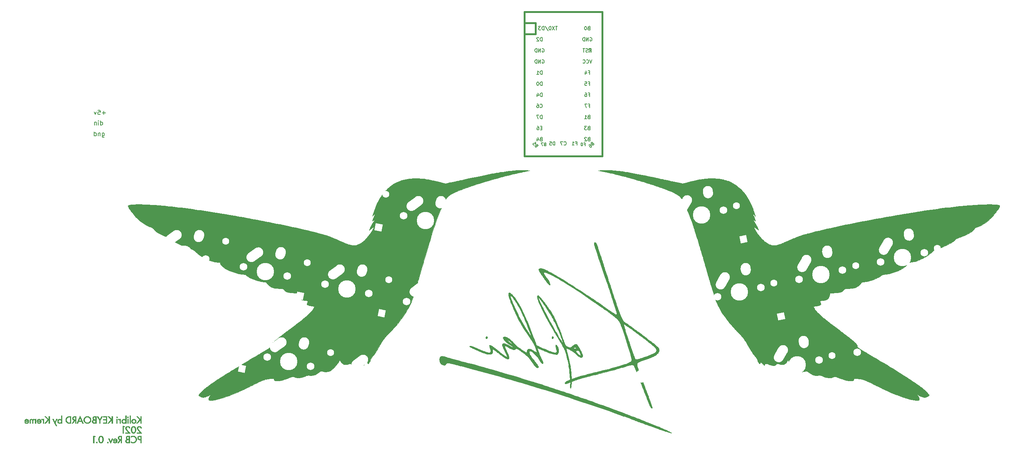
<source format=gbo>
G04 #@! TF.GenerationSoftware,KiCad,Pcbnew,(5.1.10)-1*
G04 #@! TF.CreationDate,2021-10-05T17:03:10+03:00*
G04 #@! TF.ProjectId,kolibri,6b6f6c69-6272-4692-9e6b-696361645f70,rev?*
G04 #@! TF.SameCoordinates,Original*
G04 #@! TF.FileFunction,Legend,Bot*
G04 #@! TF.FilePolarity,Positive*
%FSLAX46Y46*%
G04 Gerber Fmt 4.6, Leading zero omitted, Abs format (unit mm)*
G04 Created by KiCad (PCBNEW (5.1.10)-1) date 2021-10-05 17:03:10*
%MOMM*%
%LPD*%
G01*
G04 APERTURE LIST*
%ADD10C,0.010000*%
%ADD11C,0.381000*%
%ADD12C,0.150000*%
%ADD13C,2.250000*%
%ADD14C,3.987800*%
%ADD15C,1.750000*%
%ADD16C,0.100000*%
%ADD17C,1.600000*%
%ADD18R,1.600000X1.600000*%
%ADD19C,3.048000*%
%ADD20R,1.752600X1.752600*%
%ADD21C,1.752600*%
%ADD22C,2.000000*%
%ADD23R,2.000000X2.000000*%
G04 APERTURE END LIST*
D10*
G36*
X157487576Y-239302395D02*
G01*
X157480529Y-239302427D01*
X157367842Y-239302975D01*
X157315410Y-239426800D01*
X157290836Y-239484799D01*
X157267848Y-239538978D01*
X157246409Y-239589426D01*
X157226480Y-239636232D01*
X157208022Y-239679485D01*
X157190997Y-239719274D01*
X157175366Y-239755687D01*
X157161092Y-239788815D01*
X157148134Y-239818745D01*
X157136456Y-239845566D01*
X157126018Y-239869369D01*
X157116782Y-239890241D01*
X157108710Y-239908271D01*
X157101763Y-239923549D01*
X157095902Y-239936164D01*
X157091089Y-239946204D01*
X157088541Y-239951320D01*
X157081341Y-239965491D01*
X157069311Y-239940091D01*
X157063361Y-239927430D01*
X157056910Y-239913510D01*
X157049880Y-239898154D01*
X157042195Y-239881185D01*
X157033775Y-239862426D01*
X157024544Y-239841699D01*
X157014423Y-239818827D01*
X157003335Y-239793633D01*
X156991202Y-239765941D01*
X156977946Y-239735572D01*
X156963489Y-239702350D01*
X156947754Y-239666097D01*
X156930662Y-239626637D01*
X156912136Y-239583792D01*
X156892098Y-239537385D01*
X156873158Y-239493475D01*
X156861688Y-239466890D01*
X156850677Y-239441411D01*
X156840243Y-239417305D01*
X156830503Y-239394843D01*
X156821574Y-239374292D01*
X156813573Y-239355921D01*
X156806617Y-239339998D01*
X156800823Y-239326793D01*
X156796308Y-239316573D01*
X156793189Y-239309608D01*
X156791583Y-239306165D01*
X156791397Y-239305839D01*
X156789043Y-239305540D01*
X156782888Y-239305229D01*
X156773366Y-239304918D01*
X156760908Y-239304616D01*
X156745948Y-239304332D01*
X156728919Y-239304076D01*
X156710253Y-239303857D01*
X156695406Y-239303723D01*
X156600871Y-239302975D01*
X156595160Y-239308266D01*
X156592399Y-239311045D01*
X156590781Y-239313798D01*
X156590089Y-239317621D01*
X156590107Y-239323607D01*
X156590538Y-239331550D01*
X156590906Y-239336260D01*
X156591489Y-239341153D01*
X156592351Y-239346373D01*
X156593554Y-239352063D01*
X156595161Y-239358368D01*
X156597237Y-239365431D01*
X156599843Y-239373396D01*
X156603044Y-239382407D01*
X156606902Y-239392609D01*
X156611482Y-239404144D01*
X156616846Y-239417158D01*
X156623057Y-239431793D01*
X156630179Y-239448195D01*
X156638275Y-239466506D01*
X156647408Y-239486871D01*
X156657642Y-239509433D01*
X156669040Y-239534338D01*
X156681665Y-239561727D01*
X156695580Y-239591747D01*
X156710849Y-239624539D01*
X156727535Y-239660249D01*
X156745701Y-239699021D01*
X156765411Y-239740997D01*
X156786727Y-239786323D01*
X156809713Y-239835142D01*
X156834432Y-239887598D01*
X156842216Y-239904108D01*
X156852493Y-239925761D01*
X156863947Y-239949632D01*
X156876352Y-239975271D01*
X156889485Y-240002227D01*
X156903121Y-240030048D01*
X156917035Y-240058282D01*
X156931004Y-240086479D01*
X156944803Y-240114186D01*
X156958206Y-240140953D01*
X156970991Y-240166329D01*
X156982933Y-240189861D01*
X156993806Y-240211099D01*
X157003388Y-240229591D01*
X157011452Y-240244885D01*
X157014061Y-240249743D01*
X157027670Y-240274707D01*
X157039569Y-240296045D01*
X157049883Y-240313949D01*
X157058733Y-240328609D01*
X157066242Y-240340217D01*
X157072535Y-240348962D01*
X157077733Y-240355037D01*
X157081959Y-240358631D01*
X157085025Y-240359902D01*
X157088405Y-240359442D01*
X157092704Y-240356853D01*
X157098577Y-240351673D01*
X157103087Y-240347171D01*
X157108656Y-240341194D01*
X157113697Y-240335068D01*
X157118501Y-240328276D01*
X157123360Y-240320296D01*
X157128565Y-240310610D01*
X157134408Y-240298697D01*
X157141181Y-240284036D01*
X157149174Y-240266110D01*
X157151524Y-240260766D01*
X157160518Y-240240399D01*
X157170676Y-240217623D01*
X157182043Y-240192340D01*
X157194664Y-240164454D01*
X157208583Y-240133867D01*
X157223845Y-240100481D01*
X157240496Y-240064201D01*
X157258580Y-240024928D01*
X157278141Y-239982565D01*
X157299225Y-239937016D01*
X157321876Y-239888183D01*
X157346139Y-239835968D01*
X157372059Y-239780275D01*
X157399681Y-239721006D01*
X157429049Y-239658064D01*
X157446108Y-239621533D01*
X157460170Y-239591430D01*
X157474045Y-239561724D01*
X157487591Y-239532720D01*
X157500668Y-239504722D01*
X157513133Y-239478033D01*
X157524844Y-239452957D01*
X157535660Y-239429798D01*
X157545438Y-239408860D01*
X157554037Y-239390446D01*
X157561314Y-239374860D01*
X157567129Y-239362407D01*
X157571338Y-239353389D01*
X157572311Y-239351303D01*
X157578240Y-239338501D01*
X157583516Y-239326926D01*
X157587888Y-239317146D01*
X157591104Y-239309727D01*
X157592912Y-239305236D01*
X157593217Y-239304189D01*
X157591761Y-239303640D01*
X157587282Y-239303189D01*
X157579613Y-239302833D01*
X157568587Y-239302570D01*
X157554038Y-239302398D01*
X157535797Y-239302313D01*
X157513699Y-239302312D01*
X157487576Y-239302395D01*
G37*
X157487576Y-239302395D02*
X157480529Y-239302427D01*
X157367842Y-239302975D01*
X157315410Y-239426800D01*
X157290836Y-239484799D01*
X157267848Y-239538978D01*
X157246409Y-239589426D01*
X157226480Y-239636232D01*
X157208022Y-239679485D01*
X157190997Y-239719274D01*
X157175366Y-239755687D01*
X157161092Y-239788815D01*
X157148134Y-239818745D01*
X157136456Y-239845566D01*
X157126018Y-239869369D01*
X157116782Y-239890241D01*
X157108710Y-239908271D01*
X157101763Y-239923549D01*
X157095902Y-239936164D01*
X157091089Y-239946204D01*
X157088541Y-239951320D01*
X157081341Y-239965491D01*
X157069311Y-239940091D01*
X157063361Y-239927430D01*
X157056910Y-239913510D01*
X157049880Y-239898154D01*
X157042195Y-239881185D01*
X157033775Y-239862426D01*
X157024544Y-239841699D01*
X157014423Y-239818827D01*
X157003335Y-239793633D01*
X156991202Y-239765941D01*
X156977946Y-239735572D01*
X156963489Y-239702350D01*
X156947754Y-239666097D01*
X156930662Y-239626637D01*
X156912136Y-239583792D01*
X156892098Y-239537385D01*
X156873158Y-239493475D01*
X156861688Y-239466890D01*
X156850677Y-239441411D01*
X156840243Y-239417305D01*
X156830503Y-239394843D01*
X156821574Y-239374292D01*
X156813573Y-239355921D01*
X156806617Y-239339998D01*
X156800823Y-239326793D01*
X156796308Y-239316573D01*
X156793189Y-239309608D01*
X156791583Y-239306165D01*
X156791397Y-239305839D01*
X156789043Y-239305540D01*
X156782888Y-239305229D01*
X156773366Y-239304918D01*
X156760908Y-239304616D01*
X156745948Y-239304332D01*
X156728919Y-239304076D01*
X156710253Y-239303857D01*
X156695406Y-239303723D01*
X156600871Y-239302975D01*
X156595160Y-239308266D01*
X156592399Y-239311045D01*
X156590781Y-239313798D01*
X156590089Y-239317621D01*
X156590107Y-239323607D01*
X156590538Y-239331550D01*
X156590906Y-239336260D01*
X156591489Y-239341153D01*
X156592351Y-239346373D01*
X156593554Y-239352063D01*
X156595161Y-239358368D01*
X156597237Y-239365431D01*
X156599843Y-239373396D01*
X156603044Y-239382407D01*
X156606902Y-239392609D01*
X156611482Y-239404144D01*
X156616846Y-239417158D01*
X156623057Y-239431793D01*
X156630179Y-239448195D01*
X156638275Y-239466506D01*
X156647408Y-239486871D01*
X156657642Y-239509433D01*
X156669040Y-239534338D01*
X156681665Y-239561727D01*
X156695580Y-239591747D01*
X156710849Y-239624539D01*
X156727535Y-239660249D01*
X156745701Y-239699021D01*
X156765411Y-239740997D01*
X156786727Y-239786323D01*
X156809713Y-239835142D01*
X156834432Y-239887598D01*
X156842216Y-239904108D01*
X156852493Y-239925761D01*
X156863947Y-239949632D01*
X156876352Y-239975271D01*
X156889485Y-240002227D01*
X156903121Y-240030048D01*
X156917035Y-240058282D01*
X156931004Y-240086479D01*
X156944803Y-240114186D01*
X156958206Y-240140953D01*
X156970991Y-240166329D01*
X156982933Y-240189861D01*
X156993806Y-240211099D01*
X157003388Y-240229591D01*
X157011452Y-240244885D01*
X157014061Y-240249743D01*
X157027670Y-240274707D01*
X157039569Y-240296045D01*
X157049883Y-240313949D01*
X157058733Y-240328609D01*
X157066242Y-240340217D01*
X157072535Y-240348962D01*
X157077733Y-240355037D01*
X157081959Y-240358631D01*
X157085025Y-240359902D01*
X157088405Y-240359442D01*
X157092704Y-240356853D01*
X157098577Y-240351673D01*
X157103087Y-240347171D01*
X157108656Y-240341194D01*
X157113697Y-240335068D01*
X157118501Y-240328276D01*
X157123360Y-240320296D01*
X157128565Y-240310610D01*
X157134408Y-240298697D01*
X157141181Y-240284036D01*
X157149174Y-240266110D01*
X157151524Y-240260766D01*
X157160518Y-240240399D01*
X157170676Y-240217623D01*
X157182043Y-240192340D01*
X157194664Y-240164454D01*
X157208583Y-240133867D01*
X157223845Y-240100481D01*
X157240496Y-240064201D01*
X157258580Y-240024928D01*
X157278141Y-239982565D01*
X157299225Y-239937016D01*
X157321876Y-239888183D01*
X157346139Y-239835968D01*
X157372059Y-239780275D01*
X157399681Y-239721006D01*
X157429049Y-239658064D01*
X157446108Y-239621533D01*
X157460170Y-239591430D01*
X157474045Y-239561724D01*
X157487591Y-239532720D01*
X157500668Y-239504722D01*
X157513133Y-239478033D01*
X157524844Y-239452957D01*
X157535660Y-239429798D01*
X157545438Y-239408860D01*
X157554037Y-239390446D01*
X157561314Y-239374860D01*
X157567129Y-239362407D01*
X157571338Y-239353389D01*
X157572311Y-239351303D01*
X157578240Y-239338501D01*
X157583516Y-239326926D01*
X157587888Y-239317146D01*
X157591104Y-239309727D01*
X157592912Y-239305236D01*
X157593217Y-239304189D01*
X157591761Y-239303640D01*
X157587282Y-239303189D01*
X157579613Y-239302833D01*
X157568587Y-239302570D01*
X157554038Y-239302398D01*
X157535797Y-239302313D01*
X157513699Y-239302312D01*
X157487576Y-239302395D01*
G36*
X156378917Y-240072291D02*
G01*
X156357685Y-240078057D01*
X156338462Y-240087419D01*
X156321495Y-240100195D01*
X156307033Y-240116207D01*
X156295322Y-240135275D01*
X156288031Y-240152816D01*
X156285985Y-240160374D01*
X156284775Y-240169076D01*
X156284271Y-240180116D01*
X156284249Y-240187741D01*
X156286159Y-240211635D01*
X156291496Y-240233049D01*
X156300224Y-240251936D01*
X156312304Y-240268247D01*
X156327700Y-240281935D01*
X156346374Y-240292952D01*
X156368288Y-240301249D01*
X156374329Y-240302909D01*
X156388805Y-240305790D01*
X156404874Y-240307645D01*
X156420910Y-240308366D01*
X156435284Y-240307850D01*
X156440616Y-240307210D01*
X156461217Y-240302538D01*
X156479963Y-240295336D01*
X156496147Y-240285938D01*
X156508535Y-240275246D01*
X156518673Y-240261780D01*
X156527128Y-240245258D01*
X156533568Y-240226637D01*
X156537664Y-240206873D01*
X156539086Y-240186923D01*
X156539086Y-240186874D01*
X156537275Y-240163695D01*
X156531992Y-240142873D01*
X156523340Y-240124495D01*
X156511417Y-240108646D01*
X156496325Y-240095411D01*
X156478165Y-240084876D01*
X156457036Y-240077126D01*
X156433040Y-240072248D01*
X156406278Y-240070326D01*
X156401910Y-240070298D01*
X156378917Y-240072291D01*
G37*
X156378917Y-240072291D02*
X156357685Y-240078057D01*
X156338462Y-240087419D01*
X156321495Y-240100195D01*
X156307033Y-240116207D01*
X156295322Y-240135275D01*
X156288031Y-240152816D01*
X156285985Y-240160374D01*
X156284775Y-240169076D01*
X156284271Y-240180116D01*
X156284249Y-240187741D01*
X156286159Y-240211635D01*
X156291496Y-240233049D01*
X156300224Y-240251936D01*
X156312304Y-240268247D01*
X156327700Y-240281935D01*
X156346374Y-240292952D01*
X156368288Y-240301249D01*
X156374329Y-240302909D01*
X156388805Y-240305790D01*
X156404874Y-240307645D01*
X156420910Y-240308366D01*
X156435284Y-240307850D01*
X156440616Y-240307210D01*
X156461217Y-240302538D01*
X156479963Y-240295336D01*
X156496147Y-240285938D01*
X156508535Y-240275246D01*
X156518673Y-240261780D01*
X156527128Y-240245258D01*
X156533568Y-240226637D01*
X156537664Y-240206873D01*
X156539086Y-240186923D01*
X156539086Y-240186874D01*
X156537275Y-240163695D01*
X156531992Y-240142873D01*
X156523340Y-240124495D01*
X156511417Y-240108646D01*
X156496325Y-240095411D01*
X156478165Y-240084876D01*
X156457036Y-240077126D01*
X156433040Y-240072248D01*
X156406278Y-240070326D01*
X156401910Y-240070298D01*
X156378917Y-240072291D01*
G36*
X153891837Y-240072292D02*
G01*
X153870604Y-240078061D01*
X153851378Y-240087422D01*
X153834410Y-240100195D01*
X153819951Y-240116197D01*
X153808252Y-240135246D01*
X153800961Y-240152816D01*
X153798044Y-240165675D01*
X153796822Y-240181026D01*
X153797257Y-240197497D01*
X153799315Y-240213717D01*
X153802951Y-240228291D01*
X153811350Y-240248161D01*
X153822450Y-240264992D01*
X153836442Y-240278952D01*
X153853516Y-240290210D01*
X153873864Y-240298935D01*
X153887396Y-240302941D01*
X153903200Y-240306035D01*
X153920530Y-240307864D01*
X153937562Y-240308305D01*
X153952209Y-240307275D01*
X153972606Y-240302970D01*
X153991372Y-240296046D01*
X154007749Y-240286856D01*
X154020977Y-240275749D01*
X154021452Y-240275246D01*
X154031590Y-240261780D01*
X154040044Y-240245258D01*
X154046485Y-240226637D01*
X154050581Y-240206873D01*
X154052002Y-240186923D01*
X154052002Y-240186874D01*
X154050191Y-240163695D01*
X154044909Y-240142873D01*
X154036256Y-240124495D01*
X154024334Y-240108646D01*
X154009242Y-240095411D01*
X153991081Y-240084876D01*
X153969953Y-240077126D01*
X153945957Y-240072248D01*
X153919194Y-240070326D01*
X153914826Y-240070298D01*
X153891837Y-240072292D01*
G37*
X153891837Y-240072292D02*
X153870604Y-240078061D01*
X153851378Y-240087422D01*
X153834410Y-240100195D01*
X153819951Y-240116197D01*
X153808252Y-240135246D01*
X153800961Y-240152816D01*
X153798044Y-240165675D01*
X153796822Y-240181026D01*
X153797257Y-240197497D01*
X153799315Y-240213717D01*
X153802951Y-240228291D01*
X153811350Y-240248161D01*
X153822450Y-240264992D01*
X153836442Y-240278952D01*
X153853516Y-240290210D01*
X153873864Y-240298935D01*
X153887396Y-240302941D01*
X153903200Y-240306035D01*
X153920530Y-240307864D01*
X153937562Y-240308305D01*
X153952209Y-240307275D01*
X153972606Y-240302970D01*
X153991372Y-240296046D01*
X154007749Y-240286856D01*
X154020977Y-240275749D01*
X154021452Y-240275246D01*
X154031590Y-240261780D01*
X154040044Y-240245258D01*
X154046485Y-240226637D01*
X154050581Y-240206873D01*
X154052002Y-240186923D01*
X154052002Y-240186874D01*
X154050191Y-240163695D01*
X154044909Y-240142873D01*
X154036256Y-240124495D01*
X154024334Y-240108646D01*
X154009242Y-240095411D01*
X153991081Y-240084876D01*
X153969953Y-240077126D01*
X153945957Y-240072248D01*
X153919194Y-240070326D01*
X153914826Y-240070298D01*
X153891837Y-240072292D01*
G36*
X164004071Y-238666970D02*
G01*
X163967101Y-238667068D01*
X163930701Y-238667315D01*
X163895252Y-238667702D01*
X163861135Y-238668221D01*
X163828732Y-238668862D01*
X163798424Y-238669616D01*
X163770591Y-238670474D01*
X163745614Y-238671427D01*
X163723876Y-238672466D01*
X163705756Y-238673582D01*
X163696625Y-238674299D01*
X163650133Y-238679226D01*
X163607268Y-238685677D01*
X163567645Y-238693816D01*
X163530881Y-238703808D01*
X163496594Y-238715820D01*
X163464398Y-238730017D01*
X163433911Y-238746563D01*
X163404749Y-238765625D01*
X163376529Y-238787367D01*
X163348868Y-238811956D01*
X163326933Y-238833735D01*
X163301894Y-238861372D01*
X163280661Y-238888588D01*
X163262939Y-238916006D01*
X163248429Y-238944249D01*
X163236837Y-238973939D01*
X163227864Y-239005699D01*
X163221215Y-239040152D01*
X163218285Y-239061801D01*
X163216610Y-239080552D01*
X163215577Y-239101833D01*
X163215185Y-239124381D01*
X163215431Y-239146932D01*
X163216315Y-239168223D01*
X163217835Y-239186989D01*
X163218446Y-239192185D01*
X163225971Y-239234705D01*
X163237311Y-239275543D01*
X163252338Y-239314555D01*
X163270924Y-239351599D01*
X163292942Y-239386534D01*
X163318264Y-239419218D01*
X163346762Y-239449508D01*
X163378308Y-239477262D01*
X163412774Y-239502339D01*
X163450032Y-239524596D01*
X163489955Y-239543892D01*
X163532415Y-239560084D01*
X163556090Y-239567412D01*
X163576815Y-239573031D01*
X163597074Y-239577856D01*
X163617365Y-239581938D01*
X163638188Y-239585327D01*
X163660043Y-239588076D01*
X163683428Y-239590234D01*
X163708843Y-239591853D01*
X163736787Y-239592983D01*
X163767760Y-239593677D01*
X163802261Y-239593983D01*
X163816746Y-239594009D01*
X163894533Y-239594016D01*
X163894533Y-240307333D01*
X164106200Y-240307333D01*
X164106200Y-239133881D01*
X163894533Y-239133881D01*
X163894530Y-239176322D01*
X163894519Y-239214727D01*
X163894497Y-239249294D01*
X163894463Y-239280221D01*
X163894415Y-239307704D01*
X163894350Y-239331941D01*
X163894266Y-239353131D01*
X163894162Y-239371469D01*
X163894036Y-239387155D01*
X163893884Y-239400385D01*
X163893706Y-239411358D01*
X163893499Y-239420270D01*
X163893261Y-239427319D01*
X163892989Y-239432702D01*
X163892683Y-239436618D01*
X163892339Y-239439264D01*
X163891956Y-239440836D01*
X163891532Y-239441534D01*
X163891294Y-239441616D01*
X163888527Y-239441374D01*
X163882034Y-239440684D01*
X163872295Y-239439600D01*
X163859786Y-239438176D01*
X163844986Y-239436468D01*
X163828373Y-239434530D01*
X163810425Y-239432416D01*
X163807156Y-239432029D01*
X163777874Y-239428500D01*
X163752264Y-239425268D01*
X163729783Y-239422238D01*
X163709887Y-239419314D01*
X163692033Y-239416400D01*
X163675679Y-239413402D01*
X163660280Y-239410223D01*
X163645293Y-239406767D01*
X163630176Y-239402940D01*
X163614385Y-239398646D01*
X163609372Y-239397234D01*
X163585934Y-239390160D01*
X163566027Y-239383118D01*
X163548970Y-239375752D01*
X163534079Y-239367703D01*
X163520670Y-239358613D01*
X163508062Y-239348125D01*
X163499058Y-239339470D01*
X163484797Y-239323904D01*
X163472622Y-239307890D01*
X163461546Y-239290035D01*
X163454002Y-239275861D01*
X163440744Y-239245699D01*
X163430677Y-239214382D01*
X163423759Y-239182323D01*
X163419950Y-239149933D01*
X163419207Y-239117625D01*
X163421489Y-239085812D01*
X163426754Y-239054906D01*
X163434960Y-239025318D01*
X163446065Y-238997462D01*
X163460028Y-238971749D01*
X163476807Y-238948592D01*
X163488396Y-238935909D01*
X163508108Y-238918651D01*
X163531541Y-238902408D01*
X163558269Y-238887342D01*
X163587865Y-238873619D01*
X163619903Y-238861401D01*
X163653956Y-238850853D01*
X163689599Y-238842139D01*
X163726404Y-238835423D01*
X163760729Y-238831168D01*
X163773136Y-238830162D01*
X163788550Y-238829196D01*
X163805744Y-238828329D01*
X163823492Y-238827623D01*
X163840566Y-238827137D01*
X163844263Y-238827063D01*
X163894533Y-238826146D01*
X163894533Y-239133881D01*
X164106200Y-239133881D01*
X164106200Y-238666916D01*
X164004071Y-238666970D01*
G37*
X164004071Y-238666970D02*
X163967101Y-238667068D01*
X163930701Y-238667315D01*
X163895252Y-238667702D01*
X163861135Y-238668221D01*
X163828732Y-238668862D01*
X163798424Y-238669616D01*
X163770591Y-238670474D01*
X163745614Y-238671427D01*
X163723876Y-238672466D01*
X163705756Y-238673582D01*
X163696625Y-238674299D01*
X163650133Y-238679226D01*
X163607268Y-238685677D01*
X163567645Y-238693816D01*
X163530881Y-238703808D01*
X163496594Y-238715820D01*
X163464398Y-238730017D01*
X163433911Y-238746563D01*
X163404749Y-238765625D01*
X163376529Y-238787367D01*
X163348868Y-238811956D01*
X163326933Y-238833735D01*
X163301894Y-238861372D01*
X163280661Y-238888588D01*
X163262939Y-238916006D01*
X163248429Y-238944249D01*
X163236837Y-238973939D01*
X163227864Y-239005699D01*
X163221215Y-239040152D01*
X163218285Y-239061801D01*
X163216610Y-239080552D01*
X163215577Y-239101833D01*
X163215185Y-239124381D01*
X163215431Y-239146932D01*
X163216315Y-239168223D01*
X163217835Y-239186989D01*
X163218446Y-239192185D01*
X163225971Y-239234705D01*
X163237311Y-239275543D01*
X163252338Y-239314555D01*
X163270924Y-239351599D01*
X163292942Y-239386534D01*
X163318264Y-239419218D01*
X163346762Y-239449508D01*
X163378308Y-239477262D01*
X163412774Y-239502339D01*
X163450032Y-239524596D01*
X163489955Y-239543892D01*
X163532415Y-239560084D01*
X163556090Y-239567412D01*
X163576815Y-239573031D01*
X163597074Y-239577856D01*
X163617365Y-239581938D01*
X163638188Y-239585327D01*
X163660043Y-239588076D01*
X163683428Y-239590234D01*
X163708843Y-239591853D01*
X163736787Y-239592983D01*
X163767760Y-239593677D01*
X163802261Y-239593983D01*
X163816746Y-239594009D01*
X163894533Y-239594016D01*
X163894533Y-240307333D01*
X164106200Y-240307333D01*
X164106200Y-239133881D01*
X163894533Y-239133881D01*
X163894530Y-239176322D01*
X163894519Y-239214727D01*
X163894497Y-239249294D01*
X163894463Y-239280221D01*
X163894415Y-239307704D01*
X163894350Y-239331941D01*
X163894266Y-239353131D01*
X163894162Y-239371469D01*
X163894036Y-239387155D01*
X163893884Y-239400385D01*
X163893706Y-239411358D01*
X163893499Y-239420270D01*
X163893261Y-239427319D01*
X163892989Y-239432702D01*
X163892683Y-239436618D01*
X163892339Y-239439264D01*
X163891956Y-239440836D01*
X163891532Y-239441534D01*
X163891294Y-239441616D01*
X163888527Y-239441374D01*
X163882034Y-239440684D01*
X163872295Y-239439600D01*
X163859786Y-239438176D01*
X163844986Y-239436468D01*
X163828373Y-239434530D01*
X163810425Y-239432416D01*
X163807156Y-239432029D01*
X163777874Y-239428500D01*
X163752264Y-239425268D01*
X163729783Y-239422238D01*
X163709887Y-239419314D01*
X163692033Y-239416400D01*
X163675679Y-239413402D01*
X163660280Y-239410223D01*
X163645293Y-239406767D01*
X163630176Y-239402940D01*
X163614385Y-239398646D01*
X163609372Y-239397234D01*
X163585934Y-239390160D01*
X163566027Y-239383118D01*
X163548970Y-239375752D01*
X163534079Y-239367703D01*
X163520670Y-239358613D01*
X163508062Y-239348125D01*
X163499058Y-239339470D01*
X163484797Y-239323904D01*
X163472622Y-239307890D01*
X163461546Y-239290035D01*
X163454002Y-239275861D01*
X163440744Y-239245699D01*
X163430677Y-239214382D01*
X163423759Y-239182323D01*
X163419950Y-239149933D01*
X163419207Y-239117625D01*
X163421489Y-239085812D01*
X163426754Y-239054906D01*
X163434960Y-239025318D01*
X163446065Y-238997462D01*
X163460028Y-238971749D01*
X163476807Y-238948592D01*
X163488396Y-238935909D01*
X163508108Y-238918651D01*
X163531541Y-238902408D01*
X163558269Y-238887342D01*
X163587865Y-238873619D01*
X163619903Y-238861401D01*
X163653956Y-238850853D01*
X163689599Y-238842139D01*
X163726404Y-238835423D01*
X163760729Y-238831168D01*
X163773136Y-238830162D01*
X163788550Y-238829196D01*
X163805744Y-238828329D01*
X163823492Y-238827623D01*
X163840566Y-238827137D01*
X163844263Y-238827063D01*
X163894533Y-238826146D01*
X163894533Y-239133881D01*
X164106200Y-239133881D01*
X164106200Y-238666916D01*
X164004071Y-238666970D01*
G36*
X161298971Y-238667943D02*
G01*
X161258831Y-238668297D01*
X161222611Y-238668671D01*
X161190002Y-238669084D01*
X161160689Y-238669556D01*
X161134361Y-238670103D01*
X161110707Y-238670746D01*
X161089414Y-238671501D01*
X161070169Y-238672388D01*
X161052662Y-238673425D01*
X161036580Y-238674630D01*
X161021610Y-238676021D01*
X161007442Y-238677618D01*
X160993762Y-238679438D01*
X160980259Y-238681500D01*
X160966621Y-238683822D01*
X160952536Y-238686424D01*
X160938158Y-238689229D01*
X160894628Y-238699435D01*
X160854208Y-238712201D01*
X160816482Y-238727740D01*
X160781036Y-238746267D01*
X160747455Y-238767994D01*
X160715325Y-238793135D01*
X160688096Y-238818083D01*
X160668420Y-238838152D01*
X160652082Y-238856734D01*
X160638750Y-238874455D01*
X160628095Y-238891941D01*
X160619785Y-238909819D01*
X160613491Y-238928714D01*
X160608880Y-238949254D01*
X160605624Y-238972064D01*
X160605318Y-238974891D01*
X160604364Y-238986515D01*
X160603528Y-239001650D01*
X160602821Y-239019577D01*
X160602251Y-239039577D01*
X160601827Y-239060930D01*
X160601558Y-239082915D01*
X160601453Y-239104814D01*
X160601520Y-239125906D01*
X160601770Y-239145471D01*
X160602210Y-239162790D01*
X160602811Y-239176452D01*
X160604693Y-239202200D01*
X160607303Y-239224402D01*
X160610834Y-239243709D01*
X160615479Y-239260775D01*
X160621429Y-239276251D01*
X160628878Y-239290790D01*
X160638018Y-239305046D01*
X160642659Y-239311441D01*
X160647663Y-239317691D01*
X160655051Y-239326342D01*
X160664257Y-239336761D01*
X160674714Y-239348312D01*
X160685857Y-239360362D01*
X160694613Y-239369650D01*
X160710754Y-239386702D01*
X160724126Y-239401059D01*
X160734956Y-239413014D01*
X160743470Y-239422864D01*
X160749895Y-239430904D01*
X160754456Y-239437429D01*
X160757381Y-239442736D01*
X160758895Y-239447119D01*
X160759225Y-239450873D01*
X160758826Y-239453476D01*
X160757304Y-239457012D01*
X160754260Y-239460241D01*
X160749119Y-239463502D01*
X160741304Y-239467133D01*
X160730236Y-239471473D01*
X160724642Y-239473529D01*
X160704342Y-239482162D01*
X160682240Y-239493807D01*
X160658938Y-239507992D01*
X160635039Y-239524246D01*
X160611144Y-239542096D01*
X160587856Y-239561071D01*
X160565778Y-239580697D01*
X160545510Y-239600504D01*
X160527657Y-239620020D01*
X160512818Y-239638771D01*
X160511525Y-239640583D01*
X160496932Y-239663446D01*
X160483238Y-239689090D01*
X160470968Y-239716302D01*
X160460647Y-239743865D01*
X160452797Y-239770565D01*
X160449914Y-239783458D01*
X160444015Y-239824312D01*
X160442251Y-239865368D01*
X160444551Y-239906326D01*
X160450847Y-239946887D01*
X160461070Y-239986752D01*
X160475150Y-240025619D01*
X160493018Y-240063191D01*
X160514604Y-240099168D01*
X160526968Y-240116730D01*
X160554080Y-240149914D01*
X160583808Y-240179817D01*
X160616276Y-240206543D01*
X160651607Y-240230193D01*
X160688842Y-240250345D01*
X160708024Y-240259284D01*
X160726185Y-240266877D01*
X160744009Y-240273293D01*
X160762182Y-240278701D01*
X160781387Y-240283270D01*
X160802309Y-240287170D01*
X160825634Y-240290569D01*
X160852045Y-240293638D01*
X160871933Y-240295605D01*
X160889191Y-240297194D01*
X160905303Y-240298612D01*
X160920620Y-240299869D01*
X160935492Y-240300976D01*
X160950269Y-240301945D01*
X160965302Y-240302787D01*
X160980942Y-240303514D01*
X160997539Y-240304135D01*
X161015443Y-240304663D01*
X161035005Y-240305108D01*
X161056575Y-240305482D01*
X161080504Y-240305797D01*
X161107142Y-240306062D01*
X161136839Y-240306290D01*
X161169946Y-240306492D01*
X161206814Y-240306678D01*
X161220654Y-240306742D01*
X161434967Y-240307708D01*
X161434967Y-240148968D01*
X161223300Y-240148968D01*
X161123288Y-240148016D01*
X161096522Y-240147720D01*
X161073579Y-240147372D01*
X161054050Y-240146957D01*
X161037526Y-240146461D01*
X161023596Y-240145871D01*
X161011850Y-240145171D01*
X161001879Y-240144348D01*
X160994700Y-240143566D01*
X160961224Y-240139090D01*
X160931352Y-240134248D01*
X160904460Y-240128884D01*
X160879923Y-240122842D01*
X160857118Y-240115967D01*
X160835420Y-240108102D01*
X160814205Y-240099093D01*
X160811582Y-240097890D01*
X160797304Y-240090585D01*
X160781720Y-240081425D01*
X160766139Y-240071266D01*
X160751874Y-240060961D01*
X160740263Y-240051391D01*
X160723545Y-240033939D01*
X160708237Y-240013433D01*
X160695062Y-239990998D01*
X160684742Y-239967757D01*
X160682661Y-239961857D01*
X160675231Y-239934509D01*
X160670351Y-239905285D01*
X160667991Y-239874972D01*
X160668119Y-239844354D01*
X160670705Y-239814219D01*
X160675717Y-239785353D01*
X160683124Y-239758542D01*
X160691553Y-239737371D01*
X160706030Y-239711053D01*
X160723735Y-239687051D01*
X160744724Y-239665335D01*
X160769049Y-239645875D01*
X160796767Y-239628638D01*
X160827931Y-239613595D01*
X160862596Y-239600715D01*
X160900816Y-239589966D01*
X160942647Y-239581318D01*
X160976708Y-239576155D01*
X160994477Y-239574121D01*
X161014347Y-239572394D01*
X161036692Y-239570956D01*
X161061886Y-239569789D01*
X161090303Y-239568875D01*
X161122318Y-239568196D01*
X161146571Y-239567855D01*
X161223300Y-239566969D01*
X161223300Y-240148968D01*
X161434967Y-240148968D01*
X161434967Y-239416589D01*
X161223300Y-239416589D01*
X161215363Y-239415329D01*
X161211280Y-239414765D01*
X161203594Y-239413785D01*
X161192906Y-239412460D01*
X161179815Y-239410865D01*
X161164924Y-239409073D01*
X161148834Y-239407159D01*
X161143925Y-239406579D01*
X161126459Y-239404476D01*
X161108997Y-239402296D01*
X161092364Y-239400147D01*
X161077385Y-239398138D01*
X161064885Y-239396377D01*
X161055689Y-239394974D01*
X161055025Y-239394865D01*
X161032564Y-239390715D01*
X161009890Y-239385756D01*
X160987673Y-239380186D01*
X160966585Y-239374202D01*
X160947296Y-239368001D01*
X160930478Y-239361782D01*
X160916800Y-239355740D01*
X160910521Y-239352366D01*
X160897247Y-239342953D01*
X160883380Y-239330306D01*
X160869609Y-239315224D01*
X160856623Y-239298507D01*
X160845111Y-239280956D01*
X160838266Y-239268534D01*
X160828357Y-239246418D01*
X160819312Y-239221368D01*
X160811523Y-239194658D01*
X160805383Y-239167562D01*
X160802972Y-239153750D01*
X160801396Y-239140454D01*
X160800272Y-239124491D01*
X160799613Y-239107006D01*
X160799429Y-239089144D01*
X160799733Y-239072049D01*
X160800537Y-239056866D01*
X160801851Y-239044741D01*
X160807230Y-239017626D01*
X160814651Y-238992202D01*
X160823884Y-238969013D01*
X160834698Y-238948602D01*
X160846863Y-238931514D01*
X160852704Y-238925064D01*
X160870504Y-238909394D01*
X160892161Y-238894523D01*
X160917347Y-238880612D01*
X160945734Y-238867822D01*
X160976994Y-238856312D01*
X161010800Y-238846245D01*
X161016808Y-238844680D01*
X161038910Y-238839440D01*
X161060385Y-238835238D01*
X161082144Y-238831963D01*
X161105099Y-238829505D01*
X161130163Y-238827752D01*
X161158248Y-238826594D01*
X161167488Y-238826344D01*
X161223300Y-238824987D01*
X161223300Y-239416589D01*
X161434967Y-239416589D01*
X161434967Y-238666819D01*
X161298971Y-238667943D01*
G37*
X161298971Y-238667943D02*
X161258831Y-238668297D01*
X161222611Y-238668671D01*
X161190002Y-238669084D01*
X161160689Y-238669556D01*
X161134361Y-238670103D01*
X161110707Y-238670746D01*
X161089414Y-238671501D01*
X161070169Y-238672388D01*
X161052662Y-238673425D01*
X161036580Y-238674630D01*
X161021610Y-238676021D01*
X161007442Y-238677618D01*
X160993762Y-238679438D01*
X160980259Y-238681500D01*
X160966621Y-238683822D01*
X160952536Y-238686424D01*
X160938158Y-238689229D01*
X160894628Y-238699435D01*
X160854208Y-238712201D01*
X160816482Y-238727740D01*
X160781036Y-238746267D01*
X160747455Y-238767994D01*
X160715325Y-238793135D01*
X160688096Y-238818083D01*
X160668420Y-238838152D01*
X160652082Y-238856734D01*
X160638750Y-238874455D01*
X160628095Y-238891941D01*
X160619785Y-238909819D01*
X160613491Y-238928714D01*
X160608880Y-238949254D01*
X160605624Y-238972064D01*
X160605318Y-238974891D01*
X160604364Y-238986515D01*
X160603528Y-239001650D01*
X160602821Y-239019577D01*
X160602251Y-239039577D01*
X160601827Y-239060930D01*
X160601558Y-239082915D01*
X160601453Y-239104814D01*
X160601520Y-239125906D01*
X160601770Y-239145471D01*
X160602210Y-239162790D01*
X160602811Y-239176452D01*
X160604693Y-239202200D01*
X160607303Y-239224402D01*
X160610834Y-239243709D01*
X160615479Y-239260775D01*
X160621429Y-239276251D01*
X160628878Y-239290790D01*
X160638018Y-239305046D01*
X160642659Y-239311441D01*
X160647663Y-239317691D01*
X160655051Y-239326342D01*
X160664257Y-239336761D01*
X160674714Y-239348312D01*
X160685857Y-239360362D01*
X160694613Y-239369650D01*
X160710754Y-239386702D01*
X160724126Y-239401059D01*
X160734956Y-239413014D01*
X160743470Y-239422864D01*
X160749895Y-239430904D01*
X160754456Y-239437429D01*
X160757381Y-239442736D01*
X160758895Y-239447119D01*
X160759225Y-239450873D01*
X160758826Y-239453476D01*
X160757304Y-239457012D01*
X160754260Y-239460241D01*
X160749119Y-239463502D01*
X160741304Y-239467133D01*
X160730236Y-239471473D01*
X160724642Y-239473529D01*
X160704342Y-239482162D01*
X160682240Y-239493807D01*
X160658938Y-239507992D01*
X160635039Y-239524246D01*
X160611144Y-239542096D01*
X160587856Y-239561071D01*
X160565778Y-239580697D01*
X160545510Y-239600504D01*
X160527657Y-239620020D01*
X160512818Y-239638771D01*
X160511525Y-239640583D01*
X160496932Y-239663446D01*
X160483238Y-239689090D01*
X160470968Y-239716302D01*
X160460647Y-239743865D01*
X160452797Y-239770565D01*
X160449914Y-239783458D01*
X160444015Y-239824312D01*
X160442251Y-239865368D01*
X160444551Y-239906326D01*
X160450847Y-239946887D01*
X160461070Y-239986752D01*
X160475150Y-240025619D01*
X160493018Y-240063191D01*
X160514604Y-240099168D01*
X160526968Y-240116730D01*
X160554080Y-240149914D01*
X160583808Y-240179817D01*
X160616276Y-240206543D01*
X160651607Y-240230193D01*
X160688842Y-240250345D01*
X160708024Y-240259284D01*
X160726185Y-240266877D01*
X160744009Y-240273293D01*
X160762182Y-240278701D01*
X160781387Y-240283270D01*
X160802309Y-240287170D01*
X160825634Y-240290569D01*
X160852045Y-240293638D01*
X160871933Y-240295605D01*
X160889191Y-240297194D01*
X160905303Y-240298612D01*
X160920620Y-240299869D01*
X160935492Y-240300976D01*
X160950269Y-240301945D01*
X160965302Y-240302787D01*
X160980942Y-240303514D01*
X160997539Y-240304135D01*
X161015443Y-240304663D01*
X161035005Y-240305108D01*
X161056575Y-240305482D01*
X161080504Y-240305797D01*
X161107142Y-240306062D01*
X161136839Y-240306290D01*
X161169946Y-240306492D01*
X161206814Y-240306678D01*
X161220654Y-240306742D01*
X161434967Y-240307708D01*
X161434967Y-240148968D01*
X161223300Y-240148968D01*
X161123288Y-240148016D01*
X161096522Y-240147720D01*
X161073579Y-240147372D01*
X161054050Y-240146957D01*
X161037526Y-240146461D01*
X161023596Y-240145871D01*
X161011850Y-240145171D01*
X161001879Y-240144348D01*
X160994700Y-240143566D01*
X160961224Y-240139090D01*
X160931352Y-240134248D01*
X160904460Y-240128884D01*
X160879923Y-240122842D01*
X160857118Y-240115967D01*
X160835420Y-240108102D01*
X160814205Y-240099093D01*
X160811582Y-240097890D01*
X160797304Y-240090585D01*
X160781720Y-240081425D01*
X160766139Y-240071266D01*
X160751874Y-240060961D01*
X160740263Y-240051391D01*
X160723545Y-240033939D01*
X160708237Y-240013433D01*
X160695062Y-239990998D01*
X160684742Y-239967757D01*
X160682661Y-239961857D01*
X160675231Y-239934509D01*
X160670351Y-239905285D01*
X160667991Y-239874972D01*
X160668119Y-239844354D01*
X160670705Y-239814219D01*
X160675717Y-239785353D01*
X160683124Y-239758542D01*
X160691553Y-239737371D01*
X160706030Y-239711053D01*
X160723735Y-239687051D01*
X160744724Y-239665335D01*
X160769049Y-239645875D01*
X160796767Y-239628638D01*
X160827931Y-239613595D01*
X160862596Y-239600715D01*
X160900816Y-239589966D01*
X160942647Y-239581318D01*
X160976708Y-239576155D01*
X160994477Y-239574121D01*
X161014347Y-239572394D01*
X161036692Y-239570956D01*
X161061886Y-239569789D01*
X161090303Y-239568875D01*
X161122318Y-239568196D01*
X161146571Y-239567855D01*
X161223300Y-239566969D01*
X161223300Y-240148968D01*
X161434967Y-240148968D01*
X161434967Y-239416589D01*
X161223300Y-239416589D01*
X161215363Y-239415329D01*
X161211280Y-239414765D01*
X161203594Y-239413785D01*
X161192906Y-239412460D01*
X161179815Y-239410865D01*
X161164924Y-239409073D01*
X161148834Y-239407159D01*
X161143925Y-239406579D01*
X161126459Y-239404476D01*
X161108997Y-239402296D01*
X161092364Y-239400147D01*
X161077385Y-239398138D01*
X161064885Y-239396377D01*
X161055689Y-239394974D01*
X161055025Y-239394865D01*
X161032564Y-239390715D01*
X161009890Y-239385756D01*
X160987673Y-239380186D01*
X160966585Y-239374202D01*
X160947296Y-239368001D01*
X160930478Y-239361782D01*
X160916800Y-239355740D01*
X160910521Y-239352366D01*
X160897247Y-239342953D01*
X160883380Y-239330306D01*
X160869609Y-239315224D01*
X160856623Y-239298507D01*
X160845111Y-239280956D01*
X160838266Y-239268534D01*
X160828357Y-239246418D01*
X160819312Y-239221368D01*
X160811523Y-239194658D01*
X160805383Y-239167562D01*
X160802972Y-239153750D01*
X160801396Y-239140454D01*
X160800272Y-239124491D01*
X160799613Y-239107006D01*
X160799429Y-239089144D01*
X160799733Y-239072049D01*
X160800537Y-239056866D01*
X160801851Y-239044741D01*
X160807230Y-239017626D01*
X160814651Y-238992202D01*
X160823884Y-238969013D01*
X160834698Y-238948602D01*
X160846863Y-238931514D01*
X160852704Y-238925064D01*
X160870504Y-238909394D01*
X160892161Y-238894523D01*
X160917347Y-238880612D01*
X160945734Y-238867822D01*
X160976994Y-238856312D01*
X161010800Y-238846245D01*
X161016808Y-238844680D01*
X161038910Y-238839440D01*
X161060385Y-238835238D01*
X161082144Y-238831963D01*
X161105099Y-238829505D01*
X161130163Y-238827752D01*
X161158248Y-238826594D01*
X161167488Y-238826344D01*
X161223300Y-238824987D01*
X161223300Y-239416589D01*
X161434967Y-239416589D01*
X161434967Y-238666819D01*
X161298971Y-238667943D01*
G36*
X159481813Y-238667586D02*
G01*
X159446649Y-238667918D01*
X159415342Y-238668271D01*
X159387512Y-238668660D01*
X159362782Y-238669097D01*
X159340775Y-238669595D01*
X159321112Y-238670168D01*
X159303415Y-238670828D01*
X159287308Y-238671589D01*
X159272412Y-238672464D01*
X159258350Y-238673466D01*
X159244743Y-238674609D01*
X159231214Y-238675905D01*
X159225167Y-238676530D01*
X159178054Y-238682577D01*
X159134473Y-238690491D01*
X159094089Y-238700413D01*
X159056568Y-238712485D01*
X159021576Y-238726848D01*
X158988777Y-238743644D01*
X158957839Y-238763014D01*
X158928425Y-238785100D01*
X158900204Y-238810043D01*
X158892831Y-238817200D01*
X158862833Y-238849662D01*
X158836649Y-238883894D01*
X158814315Y-238919811D01*
X158795867Y-238957328D01*
X158781341Y-238996360D01*
X158770772Y-239036823D01*
X158764196Y-239078632D01*
X158761650Y-239121702D01*
X158761617Y-239127291D01*
X158762985Y-239164493D01*
X158767216Y-239200503D01*
X158774498Y-239236423D01*
X158785020Y-239273356D01*
X158788398Y-239283519D01*
X158795228Y-239302244D01*
X158802438Y-239319182D01*
X158810440Y-239334947D01*
X158819644Y-239350157D01*
X158830458Y-239365427D01*
X158843292Y-239381372D01*
X158858557Y-239398609D01*
X158876662Y-239417752D01*
X158880047Y-239421236D01*
X158906304Y-239446982D01*
X158933400Y-239471313D01*
X158960803Y-239493822D01*
X158987982Y-239514104D01*
X159014405Y-239531751D01*
X159039541Y-239546360D01*
X159052659Y-239552969D01*
X159065873Y-239558839D01*
X159077279Y-239562877D01*
X159088603Y-239565585D01*
X159101568Y-239567463D01*
X159103213Y-239567645D01*
X159113925Y-239569810D01*
X159120951Y-239573751D01*
X159124563Y-239579735D01*
X159125031Y-239588032D01*
X159124892Y-239589173D01*
X159123543Y-239595705D01*
X159121080Y-239603400D01*
X159117410Y-239612401D01*
X159112444Y-239622848D01*
X159106090Y-239634884D01*
X159098256Y-239648649D01*
X159088852Y-239664285D01*
X159077786Y-239681934D01*
X159064968Y-239701736D01*
X159050306Y-239723835D01*
X159033708Y-239748370D01*
X159015084Y-239775484D01*
X158994343Y-239805317D01*
X158971393Y-239838012D01*
X158946143Y-239873710D01*
X158918503Y-239912552D01*
X158898068Y-239941150D01*
X158864890Y-239987599D01*
X158834143Y-240030819D01*
X158805837Y-240070797D01*
X158779980Y-240107520D01*
X158756580Y-240140978D01*
X158735645Y-240171157D01*
X158717184Y-240198045D01*
X158701205Y-240221630D01*
X158687717Y-240241900D01*
X158676727Y-240258842D01*
X158668245Y-240272445D01*
X158662278Y-240282695D01*
X158658836Y-240289582D01*
X158657900Y-240292801D01*
X158659755Y-240296120D01*
X158665506Y-240298613D01*
X158665838Y-240298703D01*
X158672963Y-240300484D01*
X158680102Y-240301967D01*
X158687717Y-240303178D01*
X158696266Y-240304143D01*
X158706211Y-240304889D01*
X158718011Y-240305443D01*
X158732126Y-240305830D01*
X158749017Y-240306078D01*
X158769143Y-240306213D01*
X158792966Y-240306261D01*
X158797346Y-240306262D01*
X158889167Y-240306275D01*
X159004356Y-240136941D01*
X159032310Y-240095860D01*
X159058041Y-240058073D01*
X159081698Y-240023367D01*
X159103429Y-239991531D01*
X159123383Y-239962351D01*
X159141708Y-239935615D01*
X159158552Y-239911110D01*
X159174064Y-239888623D01*
X159188392Y-239867942D01*
X159201685Y-239848854D01*
X159214090Y-239831146D01*
X159225756Y-239814606D01*
X159236832Y-239799020D01*
X159247466Y-239784177D01*
X159257806Y-239769864D01*
X159268001Y-239755867D01*
X159278198Y-239741974D01*
X159288547Y-239727973D01*
X159299196Y-239713651D01*
X159305990Y-239704549D01*
X159321442Y-239684048D01*
X159336037Y-239665026D01*
X159349553Y-239647756D01*
X159361768Y-239632510D01*
X159372460Y-239619561D01*
X159381408Y-239609180D01*
X159388389Y-239601640D01*
X159393182Y-239597213D01*
X159393929Y-239596678D01*
X159397852Y-239594451D01*
X159400154Y-239594807D01*
X159402040Y-239597013D01*
X159404319Y-239601598D01*
X159406478Y-239609117D01*
X159408586Y-239619910D01*
X159410710Y-239634317D01*
X159412503Y-239648988D01*
X159414217Y-239665258D01*
X159415773Y-239682766D01*
X159417174Y-239701736D01*
X159418428Y-239722388D01*
X159419539Y-239744944D01*
X159420515Y-239769627D01*
X159421359Y-239796659D01*
X159422078Y-239826261D01*
X159422679Y-239858654D01*
X159423165Y-239894062D01*
X159423545Y-239932706D01*
X159423822Y-239974808D01*
X159424003Y-240020589D01*
X159424094Y-240070272D01*
X159424107Y-240096196D01*
X159424134Y-240307333D01*
X159635800Y-240307333D01*
X159635800Y-239131525D01*
X159424052Y-239131525D01*
X159424005Y-239170979D01*
X159423848Y-239206443D01*
X159423559Y-239238161D01*
X159423115Y-239266374D01*
X159422493Y-239291327D01*
X159421671Y-239313261D01*
X159420625Y-239332420D01*
X159419334Y-239349045D01*
X159417775Y-239363381D01*
X159415924Y-239375670D01*
X159413760Y-239386155D01*
X159411259Y-239395078D01*
X159408399Y-239402683D01*
X159405157Y-239409212D01*
X159401511Y-239414908D01*
X159397437Y-239420014D01*
X159397059Y-239420441D01*
X159388324Y-239427972D01*
X159377435Y-239433190D01*
X159364100Y-239436127D01*
X159348028Y-239436815D01*
X159328927Y-239435288D01*
X159306505Y-239431578D01*
X159303387Y-239430948D01*
X159291299Y-239428337D01*
X159276651Y-239424970D01*
X159260209Y-239421044D01*
X159242740Y-239416751D01*
X159225011Y-239412288D01*
X159207786Y-239407848D01*
X159191834Y-239403626D01*
X159177920Y-239399816D01*
X159166810Y-239396614D01*
X159160941Y-239394781D01*
X159150721Y-239391089D01*
X159138499Y-239386201D01*
X159126041Y-239380844D01*
X159118059Y-239377171D01*
X159089252Y-239361673D01*
X159064015Y-239344256D01*
X159042197Y-239324707D01*
X159023643Y-239302815D01*
X159008201Y-239278367D01*
X158995718Y-239251152D01*
X158986041Y-239220956D01*
X158979017Y-239187569D01*
X158978352Y-239183383D01*
X158976673Y-239169083D01*
X158975518Y-239152126D01*
X158974885Y-239133584D01*
X158974777Y-239114535D01*
X158975192Y-239096050D01*
X158976132Y-239079207D01*
X158977597Y-239065078D01*
X158978296Y-239060616D01*
X158985607Y-239028256D01*
X158995593Y-238999082D01*
X159008423Y-238972869D01*
X159024266Y-238949390D01*
X159043292Y-238928419D01*
X159065671Y-238909730D01*
X159091573Y-238893096D01*
X159111728Y-238882633D01*
X159127352Y-238875627D01*
X159143789Y-238869201D01*
X159161767Y-238863120D01*
X159182015Y-238857149D01*
X159205260Y-238851053D01*
X159222466Y-238846878D01*
X159251671Y-238840104D01*
X159277139Y-238834519D01*
X159299192Y-238830110D01*
X159318154Y-238826862D01*
X159334344Y-238824761D01*
X159348086Y-238823792D01*
X159359702Y-238823942D01*
X159369513Y-238825196D01*
X159377842Y-238827540D01*
X159385011Y-238830959D01*
X159391341Y-238835440D01*
X159395444Y-238839199D01*
X159399755Y-238843949D01*
X159403620Y-238849274D01*
X159407063Y-238855415D01*
X159410108Y-238862608D01*
X159412777Y-238871093D01*
X159415095Y-238881108D01*
X159417083Y-238892892D01*
X159418767Y-238906683D01*
X159420169Y-238922719D01*
X159421312Y-238941240D01*
X159422220Y-238962482D01*
X159422916Y-238986686D01*
X159423423Y-239014090D01*
X159423765Y-239044931D01*
X159423966Y-239079449D01*
X159424047Y-239117881D01*
X159424052Y-239131525D01*
X159635800Y-239131525D01*
X159635800Y-238666241D01*
X159481813Y-238667586D01*
G37*
X159481813Y-238667586D02*
X159446649Y-238667918D01*
X159415342Y-238668271D01*
X159387512Y-238668660D01*
X159362782Y-238669097D01*
X159340775Y-238669595D01*
X159321112Y-238670168D01*
X159303415Y-238670828D01*
X159287308Y-238671589D01*
X159272412Y-238672464D01*
X159258350Y-238673466D01*
X159244743Y-238674609D01*
X159231214Y-238675905D01*
X159225167Y-238676530D01*
X159178054Y-238682577D01*
X159134473Y-238690491D01*
X159094089Y-238700413D01*
X159056568Y-238712485D01*
X159021576Y-238726848D01*
X158988777Y-238743644D01*
X158957839Y-238763014D01*
X158928425Y-238785100D01*
X158900204Y-238810043D01*
X158892831Y-238817200D01*
X158862833Y-238849662D01*
X158836649Y-238883894D01*
X158814315Y-238919811D01*
X158795867Y-238957328D01*
X158781341Y-238996360D01*
X158770772Y-239036823D01*
X158764196Y-239078632D01*
X158761650Y-239121702D01*
X158761617Y-239127291D01*
X158762985Y-239164493D01*
X158767216Y-239200503D01*
X158774498Y-239236423D01*
X158785020Y-239273356D01*
X158788398Y-239283519D01*
X158795228Y-239302244D01*
X158802438Y-239319182D01*
X158810440Y-239334947D01*
X158819644Y-239350157D01*
X158830458Y-239365427D01*
X158843292Y-239381372D01*
X158858557Y-239398609D01*
X158876662Y-239417752D01*
X158880047Y-239421236D01*
X158906304Y-239446982D01*
X158933400Y-239471313D01*
X158960803Y-239493822D01*
X158987982Y-239514104D01*
X159014405Y-239531751D01*
X159039541Y-239546360D01*
X159052659Y-239552969D01*
X159065873Y-239558839D01*
X159077279Y-239562877D01*
X159088603Y-239565585D01*
X159101568Y-239567463D01*
X159103213Y-239567645D01*
X159113925Y-239569810D01*
X159120951Y-239573751D01*
X159124563Y-239579735D01*
X159125031Y-239588032D01*
X159124892Y-239589173D01*
X159123543Y-239595705D01*
X159121080Y-239603400D01*
X159117410Y-239612401D01*
X159112444Y-239622848D01*
X159106090Y-239634884D01*
X159098256Y-239648649D01*
X159088852Y-239664285D01*
X159077786Y-239681934D01*
X159064968Y-239701736D01*
X159050306Y-239723835D01*
X159033708Y-239748370D01*
X159015084Y-239775484D01*
X158994343Y-239805317D01*
X158971393Y-239838012D01*
X158946143Y-239873710D01*
X158918503Y-239912552D01*
X158898068Y-239941150D01*
X158864890Y-239987599D01*
X158834143Y-240030819D01*
X158805837Y-240070797D01*
X158779980Y-240107520D01*
X158756580Y-240140978D01*
X158735645Y-240171157D01*
X158717184Y-240198045D01*
X158701205Y-240221630D01*
X158687717Y-240241900D01*
X158676727Y-240258842D01*
X158668245Y-240272445D01*
X158662278Y-240282695D01*
X158658836Y-240289582D01*
X158657900Y-240292801D01*
X158659755Y-240296120D01*
X158665506Y-240298613D01*
X158665838Y-240298703D01*
X158672963Y-240300484D01*
X158680102Y-240301967D01*
X158687717Y-240303178D01*
X158696266Y-240304143D01*
X158706211Y-240304889D01*
X158718011Y-240305443D01*
X158732126Y-240305830D01*
X158749017Y-240306078D01*
X158769143Y-240306213D01*
X158792966Y-240306261D01*
X158797346Y-240306262D01*
X158889167Y-240306275D01*
X159004356Y-240136941D01*
X159032310Y-240095860D01*
X159058041Y-240058073D01*
X159081698Y-240023367D01*
X159103429Y-239991531D01*
X159123383Y-239962351D01*
X159141708Y-239935615D01*
X159158552Y-239911110D01*
X159174064Y-239888623D01*
X159188392Y-239867942D01*
X159201685Y-239848854D01*
X159214090Y-239831146D01*
X159225756Y-239814606D01*
X159236832Y-239799020D01*
X159247466Y-239784177D01*
X159257806Y-239769864D01*
X159268001Y-239755867D01*
X159278198Y-239741974D01*
X159288547Y-239727973D01*
X159299196Y-239713651D01*
X159305990Y-239704549D01*
X159321442Y-239684048D01*
X159336037Y-239665026D01*
X159349553Y-239647756D01*
X159361768Y-239632510D01*
X159372460Y-239619561D01*
X159381408Y-239609180D01*
X159388389Y-239601640D01*
X159393182Y-239597213D01*
X159393929Y-239596678D01*
X159397852Y-239594451D01*
X159400154Y-239594807D01*
X159402040Y-239597013D01*
X159404319Y-239601598D01*
X159406478Y-239609117D01*
X159408586Y-239619910D01*
X159410710Y-239634317D01*
X159412503Y-239648988D01*
X159414217Y-239665258D01*
X159415773Y-239682766D01*
X159417174Y-239701736D01*
X159418428Y-239722388D01*
X159419539Y-239744944D01*
X159420515Y-239769627D01*
X159421359Y-239796659D01*
X159422078Y-239826261D01*
X159422679Y-239858654D01*
X159423165Y-239894062D01*
X159423545Y-239932706D01*
X159423822Y-239974808D01*
X159424003Y-240020589D01*
X159424094Y-240070272D01*
X159424107Y-240096196D01*
X159424134Y-240307333D01*
X159635800Y-240307333D01*
X159635800Y-239131525D01*
X159424052Y-239131525D01*
X159424005Y-239170979D01*
X159423848Y-239206443D01*
X159423559Y-239238161D01*
X159423115Y-239266374D01*
X159422493Y-239291327D01*
X159421671Y-239313261D01*
X159420625Y-239332420D01*
X159419334Y-239349045D01*
X159417775Y-239363381D01*
X159415924Y-239375670D01*
X159413760Y-239386155D01*
X159411259Y-239395078D01*
X159408399Y-239402683D01*
X159405157Y-239409212D01*
X159401511Y-239414908D01*
X159397437Y-239420014D01*
X159397059Y-239420441D01*
X159388324Y-239427972D01*
X159377435Y-239433190D01*
X159364100Y-239436127D01*
X159348028Y-239436815D01*
X159328927Y-239435288D01*
X159306505Y-239431578D01*
X159303387Y-239430948D01*
X159291299Y-239428337D01*
X159276651Y-239424970D01*
X159260209Y-239421044D01*
X159242740Y-239416751D01*
X159225011Y-239412288D01*
X159207786Y-239407848D01*
X159191834Y-239403626D01*
X159177920Y-239399816D01*
X159166810Y-239396614D01*
X159160941Y-239394781D01*
X159150721Y-239391089D01*
X159138499Y-239386201D01*
X159126041Y-239380844D01*
X159118059Y-239377171D01*
X159089252Y-239361673D01*
X159064015Y-239344256D01*
X159042197Y-239324707D01*
X159023643Y-239302815D01*
X159008201Y-239278367D01*
X158995718Y-239251152D01*
X158986041Y-239220956D01*
X158979017Y-239187569D01*
X158978352Y-239183383D01*
X158976673Y-239169083D01*
X158975518Y-239152126D01*
X158974885Y-239133584D01*
X158974777Y-239114535D01*
X158975192Y-239096050D01*
X158976132Y-239079207D01*
X158977597Y-239065078D01*
X158978296Y-239060616D01*
X158985607Y-239028256D01*
X158995593Y-238999082D01*
X159008423Y-238972869D01*
X159024266Y-238949390D01*
X159043292Y-238928419D01*
X159065671Y-238909730D01*
X159091573Y-238893096D01*
X159111728Y-238882633D01*
X159127352Y-238875627D01*
X159143789Y-238869201D01*
X159161767Y-238863120D01*
X159182015Y-238857149D01*
X159205260Y-238851053D01*
X159222466Y-238846878D01*
X159251671Y-238840104D01*
X159277139Y-238834519D01*
X159299192Y-238830110D01*
X159318154Y-238826862D01*
X159334344Y-238824761D01*
X159348086Y-238823792D01*
X159359702Y-238823942D01*
X159369513Y-238825196D01*
X159377842Y-238827540D01*
X159385011Y-238830959D01*
X159391341Y-238835440D01*
X159395444Y-238839199D01*
X159399755Y-238843949D01*
X159403620Y-238849274D01*
X159407063Y-238855415D01*
X159410108Y-238862608D01*
X159412777Y-238871093D01*
X159415095Y-238881108D01*
X159417083Y-238892892D01*
X159418767Y-238906683D01*
X159420169Y-238922719D01*
X159421312Y-238941240D01*
X159422220Y-238962482D01*
X159422916Y-238986686D01*
X159423423Y-239014090D01*
X159423765Y-239044931D01*
X159423966Y-239079449D01*
X159424047Y-239117881D01*
X159424052Y-239131525D01*
X159635800Y-239131525D01*
X159635800Y-238666241D01*
X159481813Y-238667586D01*
G36*
X158053905Y-239304958D02*
G01*
X158012606Y-239309667D01*
X157972468Y-239317162D01*
X157933863Y-239327416D01*
X157897162Y-239340402D01*
X157862738Y-239356095D01*
X157830962Y-239374466D01*
X157807728Y-239391049D01*
X157788376Y-239407614D01*
X157768345Y-239427290D01*
X157748396Y-239449207D01*
X157729288Y-239472495D01*
X157711783Y-239496284D01*
X157699722Y-239514641D01*
X157676857Y-239554941D01*
X157657871Y-239595730D01*
X157642878Y-239636733D01*
X157632016Y-239677556D01*
X157630422Y-239685213D01*
X157629152Y-239692195D01*
X157628160Y-239699152D01*
X157627398Y-239706734D01*
X157626818Y-239715591D01*
X157626375Y-239726373D01*
X157626021Y-239739730D01*
X157625708Y-239756312D01*
X157625537Y-239767054D01*
X157624553Y-239831083D01*
X157630581Y-239831011D01*
X157634698Y-239831026D01*
X157642736Y-239831117D01*
X157654429Y-239831280D01*
X157669513Y-239831509D01*
X157687723Y-239831799D01*
X157708796Y-239832146D01*
X157732466Y-239832545D01*
X157758470Y-239832991D01*
X157786542Y-239833479D01*
X157816418Y-239834005D01*
X157847834Y-239834562D01*
X157880525Y-239835147D01*
X157914227Y-239835755D01*
X157948675Y-239836380D01*
X157983605Y-239837018D01*
X158018752Y-239837664D01*
X158053852Y-239838313D01*
X158088640Y-239838961D01*
X158122853Y-239839602D01*
X158156224Y-239840231D01*
X158188491Y-239840843D01*
X158219388Y-239841435D01*
X158248651Y-239842000D01*
X158276015Y-239842535D01*
X158301217Y-239843033D01*
X158323991Y-239843491D01*
X158344073Y-239843902D01*
X158361199Y-239844264D01*
X158375104Y-239844570D01*
X158385523Y-239844816D01*
X158392193Y-239844996D01*
X158394686Y-239845093D01*
X158411930Y-239846243D01*
X158394465Y-239898548D01*
X158385724Y-239924017D01*
X158377620Y-239945930D01*
X158369849Y-239964856D01*
X158362105Y-239981365D01*
X158354083Y-239996029D01*
X158345477Y-240009416D01*
X158335983Y-240022098D01*
X158325295Y-240034644D01*
X158316597Y-240044010D01*
X158290535Y-240068277D01*
X158262198Y-240089024D01*
X158231814Y-240106144D01*
X158199611Y-240119531D01*
X158165819Y-240129078D01*
X158130665Y-240134679D01*
X158120428Y-240135538D01*
X158084779Y-240136222D01*
X158050880Y-240133246D01*
X158018166Y-240126494D01*
X157986073Y-240115852D01*
X157955047Y-240101725D01*
X157936963Y-240091687D01*
X157919751Y-240080503D01*
X157902530Y-240067524D01*
X157884419Y-240052103D01*
X157871559Y-240040279D01*
X157854537Y-240024493D01*
X157839951Y-240011631D01*
X157827379Y-240001490D01*
X157816400Y-239993871D01*
X157806594Y-239988571D01*
X157797538Y-239985389D01*
X157788813Y-239984124D01*
X157779997Y-239984574D01*
X157770670Y-239986538D01*
X157763680Y-239988682D01*
X157750329Y-239993838D01*
X157735804Y-240000605D01*
X157720732Y-240008579D01*
X157705738Y-240017357D01*
X157691446Y-240026534D01*
X157678483Y-240035709D01*
X157667474Y-240044476D01*
X157659045Y-240052433D01*
X157653820Y-240059176D01*
X157653489Y-240059786D01*
X157651668Y-240063959D01*
X157651475Y-240067580D01*
X157653019Y-240072384D01*
X157654477Y-240075773D01*
X157660409Y-240086406D01*
X157669527Y-240099004D01*
X157681464Y-240113225D01*
X157695856Y-240128727D01*
X157712338Y-240145170D01*
X157730545Y-240162210D01*
X157750113Y-240179506D01*
X157770677Y-240196717D01*
X157791872Y-240213500D01*
X157813332Y-240229513D01*
X157833990Y-240243943D01*
X157854151Y-240256965D01*
X157872955Y-240267788D01*
X157891266Y-240276737D01*
X157909944Y-240284134D01*
X157929853Y-240290301D01*
X157951856Y-240295561D01*
X157976814Y-240300237D01*
X157990092Y-240302369D01*
X157997449Y-240303179D01*
X158008296Y-240303951D01*
X158021890Y-240304665D01*
X158037488Y-240305305D01*
X158054348Y-240305852D01*
X158071725Y-240306288D01*
X158088877Y-240306597D01*
X158105061Y-240306759D01*
X158119533Y-240306758D01*
X158131552Y-240306575D01*
X158140373Y-240306192D01*
X158142492Y-240306016D01*
X158189783Y-240300231D01*
X158233455Y-240292725D01*
X158273431Y-240283514D01*
X158309634Y-240272614D01*
X158327829Y-240265938D01*
X158365470Y-240248892D01*
X158401021Y-240228257D01*
X158434333Y-240204205D01*
X158465260Y-240176907D01*
X158493654Y-240146535D01*
X158519368Y-240113260D01*
X158542256Y-240077254D01*
X158562169Y-240038688D01*
X158578961Y-239997733D01*
X158591372Y-239958657D01*
X158597796Y-239933717D01*
X158602719Y-239910458D01*
X158606320Y-239887603D01*
X158608779Y-239863875D01*
X158610278Y-239837997D01*
X158610783Y-239821236D01*
X158611097Y-239796540D01*
X158610812Y-239774952D01*
X158609843Y-239755378D01*
X158608106Y-239736724D01*
X158605515Y-239717895D01*
X158601985Y-239697798D01*
X158600625Y-239690826D01*
X158597606Y-239678368D01*
X158391709Y-239678368D01*
X158380688Y-239681641D01*
X158368073Y-239684667D01*
X158351600Y-239687460D01*
X158331637Y-239690004D01*
X158308554Y-239692285D01*
X158282721Y-239694287D01*
X158254505Y-239695994D01*
X158224277Y-239697390D01*
X158192406Y-239698460D01*
X158159261Y-239699188D01*
X158125210Y-239699559D01*
X158090624Y-239699557D01*
X158055872Y-239699167D01*
X158021322Y-239698372D01*
X158000675Y-239697689D01*
X157968198Y-239696295D01*
X157939778Y-239694667D01*
X157915244Y-239692786D01*
X157894424Y-239690630D01*
X157877148Y-239688182D01*
X157863246Y-239685420D01*
X157852545Y-239682327D01*
X157847217Y-239680125D01*
X157837692Y-239675508D01*
X157838011Y-239661341D01*
X157840372Y-239642990D01*
X157846462Y-239623834D01*
X157855997Y-239604406D01*
X157868689Y-239585236D01*
X157884250Y-239566857D01*
X157894286Y-239556946D01*
X157917953Y-239537464D01*
X157944164Y-239520248D01*
X157972387Y-239505435D01*
X158002092Y-239493158D01*
X158032749Y-239483553D01*
X158063826Y-239476756D01*
X158094794Y-239472900D01*
X158125120Y-239472121D01*
X158154275Y-239474554D01*
X158181728Y-239480334D01*
X158188000Y-239482233D01*
X158206881Y-239489466D01*
X158226599Y-239499116D01*
X158246775Y-239510835D01*
X158267029Y-239524275D01*
X158286984Y-239539088D01*
X158306259Y-239554925D01*
X158324476Y-239571440D01*
X158341256Y-239588284D01*
X158356219Y-239605109D01*
X158368987Y-239621567D01*
X158379181Y-239637310D01*
X158386422Y-239651990D01*
X158390330Y-239665258D01*
X158390750Y-239668392D01*
X158391709Y-239678368D01*
X158597606Y-239678368D01*
X158589834Y-239646302D01*
X158575662Y-239603814D01*
X158558241Y-239563534D01*
X158537699Y-239525634D01*
X158514166Y-239490286D01*
X158487773Y-239457660D01*
X158458649Y-239427929D01*
X158426924Y-239401264D01*
X158392729Y-239377837D01*
X158356193Y-239357819D01*
X158344269Y-239352268D01*
X158305254Y-239336721D01*
X158264799Y-239324148D01*
X158223273Y-239314523D01*
X158181049Y-239307818D01*
X158138498Y-239304007D01*
X158095993Y-239303063D01*
X158053905Y-239304958D01*
G37*
X158053905Y-239304958D02*
X158012606Y-239309667D01*
X157972468Y-239317162D01*
X157933863Y-239327416D01*
X157897162Y-239340402D01*
X157862738Y-239356095D01*
X157830962Y-239374466D01*
X157807728Y-239391049D01*
X157788376Y-239407614D01*
X157768345Y-239427290D01*
X157748396Y-239449207D01*
X157729288Y-239472495D01*
X157711783Y-239496284D01*
X157699722Y-239514641D01*
X157676857Y-239554941D01*
X157657871Y-239595730D01*
X157642878Y-239636733D01*
X157632016Y-239677556D01*
X157630422Y-239685213D01*
X157629152Y-239692195D01*
X157628160Y-239699152D01*
X157627398Y-239706734D01*
X157626818Y-239715591D01*
X157626375Y-239726373D01*
X157626021Y-239739730D01*
X157625708Y-239756312D01*
X157625537Y-239767054D01*
X157624553Y-239831083D01*
X157630581Y-239831011D01*
X157634698Y-239831026D01*
X157642736Y-239831117D01*
X157654429Y-239831280D01*
X157669513Y-239831509D01*
X157687723Y-239831799D01*
X157708796Y-239832146D01*
X157732466Y-239832545D01*
X157758470Y-239832991D01*
X157786542Y-239833479D01*
X157816418Y-239834005D01*
X157847834Y-239834562D01*
X157880525Y-239835147D01*
X157914227Y-239835755D01*
X157948675Y-239836380D01*
X157983605Y-239837018D01*
X158018752Y-239837664D01*
X158053852Y-239838313D01*
X158088640Y-239838961D01*
X158122853Y-239839602D01*
X158156224Y-239840231D01*
X158188491Y-239840843D01*
X158219388Y-239841435D01*
X158248651Y-239842000D01*
X158276015Y-239842535D01*
X158301217Y-239843033D01*
X158323991Y-239843491D01*
X158344073Y-239843902D01*
X158361199Y-239844264D01*
X158375104Y-239844570D01*
X158385523Y-239844816D01*
X158392193Y-239844996D01*
X158394686Y-239845093D01*
X158411930Y-239846243D01*
X158394465Y-239898548D01*
X158385724Y-239924017D01*
X158377620Y-239945930D01*
X158369849Y-239964856D01*
X158362105Y-239981365D01*
X158354083Y-239996029D01*
X158345477Y-240009416D01*
X158335983Y-240022098D01*
X158325295Y-240034644D01*
X158316597Y-240044010D01*
X158290535Y-240068277D01*
X158262198Y-240089024D01*
X158231814Y-240106144D01*
X158199611Y-240119531D01*
X158165819Y-240129078D01*
X158130665Y-240134679D01*
X158120428Y-240135538D01*
X158084779Y-240136222D01*
X158050880Y-240133246D01*
X158018166Y-240126494D01*
X157986073Y-240115852D01*
X157955047Y-240101725D01*
X157936963Y-240091687D01*
X157919751Y-240080503D01*
X157902530Y-240067524D01*
X157884419Y-240052103D01*
X157871559Y-240040279D01*
X157854537Y-240024493D01*
X157839951Y-240011631D01*
X157827379Y-240001490D01*
X157816400Y-239993871D01*
X157806594Y-239988571D01*
X157797538Y-239985389D01*
X157788813Y-239984124D01*
X157779997Y-239984574D01*
X157770670Y-239986538D01*
X157763680Y-239988682D01*
X157750329Y-239993838D01*
X157735804Y-240000605D01*
X157720732Y-240008579D01*
X157705738Y-240017357D01*
X157691446Y-240026534D01*
X157678483Y-240035709D01*
X157667474Y-240044476D01*
X157659045Y-240052433D01*
X157653820Y-240059176D01*
X157653489Y-240059786D01*
X157651668Y-240063959D01*
X157651475Y-240067580D01*
X157653019Y-240072384D01*
X157654477Y-240075773D01*
X157660409Y-240086406D01*
X157669527Y-240099004D01*
X157681464Y-240113225D01*
X157695856Y-240128727D01*
X157712338Y-240145170D01*
X157730545Y-240162210D01*
X157750113Y-240179506D01*
X157770677Y-240196717D01*
X157791872Y-240213500D01*
X157813332Y-240229513D01*
X157833990Y-240243943D01*
X157854151Y-240256965D01*
X157872955Y-240267788D01*
X157891266Y-240276737D01*
X157909944Y-240284134D01*
X157929853Y-240290301D01*
X157951856Y-240295561D01*
X157976814Y-240300237D01*
X157990092Y-240302369D01*
X157997449Y-240303179D01*
X158008296Y-240303951D01*
X158021890Y-240304665D01*
X158037488Y-240305305D01*
X158054348Y-240305852D01*
X158071725Y-240306288D01*
X158088877Y-240306597D01*
X158105061Y-240306759D01*
X158119533Y-240306758D01*
X158131552Y-240306575D01*
X158140373Y-240306192D01*
X158142492Y-240306016D01*
X158189783Y-240300231D01*
X158233455Y-240292725D01*
X158273431Y-240283514D01*
X158309634Y-240272614D01*
X158327829Y-240265938D01*
X158365470Y-240248892D01*
X158401021Y-240228257D01*
X158434333Y-240204205D01*
X158465260Y-240176907D01*
X158493654Y-240146535D01*
X158519368Y-240113260D01*
X158542256Y-240077254D01*
X158562169Y-240038688D01*
X158578961Y-239997733D01*
X158591372Y-239958657D01*
X158597796Y-239933717D01*
X158602719Y-239910458D01*
X158606320Y-239887603D01*
X158608779Y-239863875D01*
X158610278Y-239837997D01*
X158610783Y-239821236D01*
X158611097Y-239796540D01*
X158610812Y-239774952D01*
X158609843Y-239755378D01*
X158608106Y-239736724D01*
X158605515Y-239717895D01*
X158601985Y-239697798D01*
X158600625Y-239690826D01*
X158597606Y-239678368D01*
X158391709Y-239678368D01*
X158380688Y-239681641D01*
X158368073Y-239684667D01*
X158351600Y-239687460D01*
X158331637Y-239690004D01*
X158308554Y-239692285D01*
X158282721Y-239694287D01*
X158254505Y-239695994D01*
X158224277Y-239697390D01*
X158192406Y-239698460D01*
X158159261Y-239699188D01*
X158125210Y-239699559D01*
X158090624Y-239699557D01*
X158055872Y-239699167D01*
X158021322Y-239698372D01*
X158000675Y-239697689D01*
X157968198Y-239696295D01*
X157939778Y-239694667D01*
X157915244Y-239692786D01*
X157894424Y-239690630D01*
X157877148Y-239688182D01*
X157863246Y-239685420D01*
X157852545Y-239682327D01*
X157847217Y-239680125D01*
X157837692Y-239675508D01*
X157838011Y-239661341D01*
X157840372Y-239642990D01*
X157846462Y-239623834D01*
X157855997Y-239604406D01*
X157868689Y-239585236D01*
X157884250Y-239566857D01*
X157894286Y-239556946D01*
X157917953Y-239537464D01*
X157944164Y-239520248D01*
X157972387Y-239505435D01*
X158002092Y-239493158D01*
X158032749Y-239483553D01*
X158063826Y-239476756D01*
X158094794Y-239472900D01*
X158125120Y-239472121D01*
X158154275Y-239474554D01*
X158181728Y-239480334D01*
X158188000Y-239482233D01*
X158206881Y-239489466D01*
X158226599Y-239499116D01*
X158246775Y-239510835D01*
X158267029Y-239524275D01*
X158286984Y-239539088D01*
X158306259Y-239554925D01*
X158324476Y-239571440D01*
X158341256Y-239588284D01*
X158356219Y-239605109D01*
X158368987Y-239621567D01*
X158379181Y-239637310D01*
X158386422Y-239651990D01*
X158390330Y-239665258D01*
X158390750Y-239668392D01*
X158391709Y-239678368D01*
X158597606Y-239678368D01*
X158589834Y-239646302D01*
X158575662Y-239603814D01*
X158558241Y-239563534D01*
X158537699Y-239525634D01*
X158514166Y-239490286D01*
X158487773Y-239457660D01*
X158458649Y-239427929D01*
X158426924Y-239401264D01*
X158392729Y-239377837D01*
X158356193Y-239357819D01*
X158344269Y-239352268D01*
X158305254Y-239336721D01*
X158264799Y-239324148D01*
X158223273Y-239314523D01*
X158181049Y-239307818D01*
X158138498Y-239304007D01*
X158095993Y-239303063D01*
X158053905Y-239304958D01*
G36*
X153217817Y-238667314D02*
G01*
X153207483Y-238667366D01*
X153100592Y-238667975D01*
X153099528Y-240307333D01*
X153311194Y-240307333D01*
X153312258Y-238826725D01*
X153458725Y-238825666D01*
X153605191Y-238824608D01*
X153569850Y-238774886D01*
X153555008Y-238754245D01*
X153542052Y-238736865D01*
X153530616Y-238722423D01*
X153520335Y-238710596D01*
X153510842Y-238701060D01*
X153501772Y-238693492D01*
X153492759Y-238687568D01*
X153483437Y-238682966D01*
X153473440Y-238679361D01*
X153462402Y-238676432D01*
X153457157Y-238675280D01*
X153445940Y-238673481D01*
X153430610Y-238671903D01*
X153411282Y-238670547D01*
X153388072Y-238669419D01*
X153361095Y-238668522D01*
X153330466Y-238667859D01*
X153296299Y-238667434D01*
X153258711Y-238667252D01*
X153217817Y-238667314D01*
G37*
X153217817Y-238667314D02*
X153207483Y-238667366D01*
X153100592Y-238667975D01*
X153099528Y-240307333D01*
X153311194Y-240307333D01*
X153312258Y-238826725D01*
X153458725Y-238825666D01*
X153605191Y-238824608D01*
X153569850Y-238774886D01*
X153555008Y-238754245D01*
X153542052Y-238736865D01*
X153530616Y-238722423D01*
X153520335Y-238710596D01*
X153510842Y-238701060D01*
X153501772Y-238693492D01*
X153492759Y-238687568D01*
X153483437Y-238682966D01*
X153473440Y-238679361D01*
X153462402Y-238676432D01*
X153457157Y-238675280D01*
X153445940Y-238673481D01*
X153430610Y-238671903D01*
X153411282Y-238670547D01*
X153388072Y-238669419D01*
X153361095Y-238668522D01*
X153330466Y-238667859D01*
X153296299Y-238667434D01*
X153258711Y-238667252D01*
X153217817Y-238667314D01*
G36*
X154833458Y-238669896D02*
G01*
X154798587Y-238672108D01*
X154765114Y-238676205D01*
X154733564Y-238682159D01*
X154704457Y-238689940D01*
X154678316Y-238699519D01*
X154662004Y-238707310D01*
X154633029Y-238724654D01*
X154603643Y-238745808D01*
X154574158Y-238770414D01*
X154544890Y-238798111D01*
X154516151Y-238828540D01*
X154488255Y-238861341D01*
X154461516Y-238896155D01*
X154436248Y-238932620D01*
X154412764Y-238970379D01*
X154391378Y-239009070D01*
X154381278Y-239029257D01*
X154367588Y-239059682D01*
X154355559Y-239090906D01*
X154345040Y-239123502D01*
X154335875Y-239158044D01*
X154327911Y-239195104D01*
X154320993Y-239235254D01*
X154315682Y-239273341D01*
X154310910Y-239317602D01*
X154307323Y-239364864D01*
X154304922Y-239414249D01*
X154303706Y-239464880D01*
X154303675Y-239515881D01*
X154304830Y-239566374D01*
X154307170Y-239615482D01*
X154310695Y-239662328D01*
X154315405Y-239706035D01*
X154315696Y-239708316D01*
X154321836Y-239750684D01*
X154328960Y-239789570D01*
X154337283Y-239825656D01*
X154347015Y-239859621D01*
X154358369Y-239892147D01*
X154371557Y-239923914D01*
X154386792Y-239955604D01*
X154401022Y-239982120D01*
X154422080Y-240017659D01*
X154445286Y-240053088D01*
X154470123Y-240087745D01*
X154496073Y-240120970D01*
X154522620Y-240152103D01*
X154549245Y-240180483D01*
X154575432Y-240205450D01*
X154577082Y-240206917D01*
X154601940Y-240227978D01*
X154625406Y-240245711D01*
X154648219Y-240260450D01*
X154671114Y-240272525D01*
X154694829Y-240282271D01*
X154720100Y-240290019D01*
X154747663Y-240296101D01*
X154778256Y-240300851D01*
X154787856Y-240302034D01*
X154802565Y-240303336D01*
X154820447Y-240304253D01*
X154840457Y-240304787D01*
X154861550Y-240304936D01*
X154882684Y-240304703D01*
X154902813Y-240304087D01*
X154920895Y-240303089D01*
X154933625Y-240301968D01*
X154974825Y-240296038D01*
X155013060Y-240287465D01*
X155048848Y-240276010D01*
X155082705Y-240261437D01*
X155115149Y-240243510D01*
X155146696Y-240221991D01*
X155177866Y-240196644D01*
X155192310Y-240183548D01*
X155221417Y-240153977D01*
X155249620Y-240120705D01*
X155276648Y-240084220D01*
X155302226Y-240045006D01*
X155326080Y-240003551D01*
X155347938Y-239960340D01*
X155367526Y-239915859D01*
X155384569Y-239870595D01*
X155398796Y-239825034D01*
X155403123Y-239808858D01*
X155414483Y-239759061D01*
X155423750Y-239707150D01*
X155430939Y-239653578D01*
X155436068Y-239598796D01*
X155439153Y-239543255D01*
X155440210Y-239487409D01*
X155439952Y-239472308D01*
X155228853Y-239472308D01*
X155228695Y-239514470D01*
X155228195Y-239552789D01*
X155227298Y-239587642D01*
X155225950Y-239619411D01*
X155224096Y-239648474D01*
X155221682Y-239675212D01*
X155218654Y-239700002D01*
X155214958Y-239723227D01*
X155210538Y-239745263D01*
X155205341Y-239766492D01*
X155199312Y-239787292D01*
X155192396Y-239808044D01*
X155184541Y-239829127D01*
X155175690Y-239850919D01*
X155174057Y-239854782D01*
X155153311Y-239900449D01*
X155131555Y-239942218D01*
X155108813Y-239980062D01*
X155085114Y-240013955D01*
X155060484Y-240043868D01*
X155034948Y-240069775D01*
X155008534Y-240091649D01*
X154981269Y-240109462D01*
X154953177Y-240123188D01*
X154924288Y-240132799D01*
X154896783Y-240138014D01*
X154880903Y-240138965D01*
X154862788Y-240138384D01*
X154844111Y-240136364D01*
X154833319Y-240134498D01*
X154806000Y-240127000D01*
X154778467Y-240115560D01*
X154751052Y-240100438D01*
X154724087Y-240081889D01*
X154697906Y-240060171D01*
X154672841Y-240035541D01*
X154649224Y-240008257D01*
X154627389Y-239978574D01*
X154622919Y-239971841D01*
X154600294Y-239933691D01*
X154579840Y-239892086D01*
X154561620Y-239847246D01*
X154545696Y-239799387D01*
X154532132Y-239748728D01*
X154520990Y-239695486D01*
X154512334Y-239639879D01*
X154506226Y-239582124D01*
X154504837Y-239563475D01*
X154503983Y-239546438D01*
X154503455Y-239526360D01*
X154503240Y-239504116D01*
X154503322Y-239480580D01*
X154503686Y-239456627D01*
X154504317Y-239433132D01*
X154505201Y-239410969D01*
X154506322Y-239391013D01*
X154507666Y-239374138D01*
X154508128Y-239369650D01*
X154515141Y-239315339D01*
X154523893Y-239264514D01*
X154534498Y-239216749D01*
X154547069Y-239171621D01*
X154561719Y-239128705D01*
X154578564Y-239087578D01*
X154590708Y-239061675D01*
X154607016Y-239030529D01*
X154623726Y-239002741D01*
X154641457Y-238977441D01*
X154660829Y-238953759D01*
X154682461Y-238930826D01*
X154687317Y-238926055D01*
X154714777Y-238901435D01*
X154742291Y-238880898D01*
X154770104Y-238864299D01*
X154798460Y-238851491D01*
X154827605Y-238842328D01*
X154827918Y-238842250D01*
X154847771Y-238838762D01*
X154869707Y-238837361D01*
X154892134Y-238838030D01*
X154913460Y-238840754D01*
X154924352Y-238843178D01*
X154953544Y-238853081D01*
X154981932Y-238867113D01*
X155009485Y-238885241D01*
X155036170Y-238907432D01*
X155061956Y-238933653D01*
X155086813Y-238963871D01*
X155110707Y-238998053D01*
X155133609Y-239036166D01*
X155155485Y-239078176D01*
X155162723Y-239093425D01*
X155173864Y-239118022D01*
X155183719Y-239141165D01*
X155192362Y-239163282D01*
X155199869Y-239184801D01*
X155206314Y-239206150D01*
X155211771Y-239227758D01*
X155216315Y-239250051D01*
X155220021Y-239273458D01*
X155222964Y-239298407D01*
X155225219Y-239325325D01*
X155226859Y-239354641D01*
X155227960Y-239386783D01*
X155228597Y-239422178D01*
X155228844Y-239461255D01*
X155228853Y-239472308D01*
X155439952Y-239472308D01*
X155439256Y-239431707D01*
X155436308Y-239376603D01*
X155431381Y-239322548D01*
X155424494Y-239269994D01*
X155415661Y-239219391D01*
X155404900Y-239171194D01*
X155392227Y-239125851D01*
X155377659Y-239083817D01*
X155376457Y-239080725D01*
X155354470Y-239028764D01*
X155330449Y-238979799D01*
X155304495Y-238933970D01*
X155276708Y-238891414D01*
X155247190Y-238852269D01*
X155216040Y-238816673D01*
X155183360Y-238784764D01*
X155149250Y-238756681D01*
X155130777Y-238743498D01*
X155102047Y-238725435D01*
X155073926Y-238710726D01*
X155045302Y-238698858D01*
X155015059Y-238689317D01*
X155010538Y-238688113D01*
X154976500Y-238680470D01*
X154941250Y-238674855D01*
X154905312Y-238671240D01*
X154869208Y-238669597D01*
X154833458Y-238669896D01*
G37*
X154833458Y-238669896D02*
X154798587Y-238672108D01*
X154765114Y-238676205D01*
X154733564Y-238682159D01*
X154704457Y-238689940D01*
X154678316Y-238699519D01*
X154662004Y-238707310D01*
X154633029Y-238724654D01*
X154603643Y-238745808D01*
X154574158Y-238770414D01*
X154544890Y-238798111D01*
X154516151Y-238828540D01*
X154488255Y-238861341D01*
X154461516Y-238896155D01*
X154436248Y-238932620D01*
X154412764Y-238970379D01*
X154391378Y-239009070D01*
X154381278Y-239029257D01*
X154367588Y-239059682D01*
X154355559Y-239090906D01*
X154345040Y-239123502D01*
X154335875Y-239158044D01*
X154327911Y-239195104D01*
X154320993Y-239235254D01*
X154315682Y-239273341D01*
X154310910Y-239317602D01*
X154307323Y-239364864D01*
X154304922Y-239414249D01*
X154303706Y-239464880D01*
X154303675Y-239515881D01*
X154304830Y-239566374D01*
X154307170Y-239615482D01*
X154310695Y-239662328D01*
X154315405Y-239706035D01*
X154315696Y-239708316D01*
X154321836Y-239750684D01*
X154328960Y-239789570D01*
X154337283Y-239825656D01*
X154347015Y-239859621D01*
X154358369Y-239892147D01*
X154371557Y-239923914D01*
X154386792Y-239955604D01*
X154401022Y-239982120D01*
X154422080Y-240017659D01*
X154445286Y-240053088D01*
X154470123Y-240087745D01*
X154496073Y-240120970D01*
X154522620Y-240152103D01*
X154549245Y-240180483D01*
X154575432Y-240205450D01*
X154577082Y-240206917D01*
X154601940Y-240227978D01*
X154625406Y-240245711D01*
X154648219Y-240260450D01*
X154671114Y-240272525D01*
X154694829Y-240282271D01*
X154720100Y-240290019D01*
X154747663Y-240296101D01*
X154778256Y-240300851D01*
X154787856Y-240302034D01*
X154802565Y-240303336D01*
X154820447Y-240304253D01*
X154840457Y-240304787D01*
X154861550Y-240304936D01*
X154882684Y-240304703D01*
X154902813Y-240304087D01*
X154920895Y-240303089D01*
X154933625Y-240301968D01*
X154974825Y-240296038D01*
X155013060Y-240287465D01*
X155048848Y-240276010D01*
X155082705Y-240261437D01*
X155115149Y-240243510D01*
X155146696Y-240221991D01*
X155177866Y-240196644D01*
X155192310Y-240183548D01*
X155221417Y-240153977D01*
X155249620Y-240120705D01*
X155276648Y-240084220D01*
X155302226Y-240045006D01*
X155326080Y-240003551D01*
X155347938Y-239960340D01*
X155367526Y-239915859D01*
X155384569Y-239870595D01*
X155398796Y-239825034D01*
X155403123Y-239808858D01*
X155414483Y-239759061D01*
X155423750Y-239707150D01*
X155430939Y-239653578D01*
X155436068Y-239598796D01*
X155439153Y-239543255D01*
X155440210Y-239487409D01*
X155439952Y-239472308D01*
X155228853Y-239472308D01*
X155228695Y-239514470D01*
X155228195Y-239552789D01*
X155227298Y-239587642D01*
X155225950Y-239619411D01*
X155224096Y-239648474D01*
X155221682Y-239675212D01*
X155218654Y-239700002D01*
X155214958Y-239723227D01*
X155210538Y-239745263D01*
X155205341Y-239766492D01*
X155199312Y-239787292D01*
X155192396Y-239808044D01*
X155184541Y-239829127D01*
X155175690Y-239850919D01*
X155174057Y-239854782D01*
X155153311Y-239900449D01*
X155131555Y-239942218D01*
X155108813Y-239980062D01*
X155085114Y-240013955D01*
X155060484Y-240043868D01*
X155034948Y-240069775D01*
X155008534Y-240091649D01*
X154981269Y-240109462D01*
X154953177Y-240123188D01*
X154924288Y-240132799D01*
X154896783Y-240138014D01*
X154880903Y-240138965D01*
X154862788Y-240138384D01*
X154844111Y-240136364D01*
X154833319Y-240134498D01*
X154806000Y-240127000D01*
X154778467Y-240115560D01*
X154751052Y-240100438D01*
X154724087Y-240081889D01*
X154697906Y-240060171D01*
X154672841Y-240035541D01*
X154649224Y-240008257D01*
X154627389Y-239978574D01*
X154622919Y-239971841D01*
X154600294Y-239933691D01*
X154579840Y-239892086D01*
X154561620Y-239847246D01*
X154545696Y-239799387D01*
X154532132Y-239748728D01*
X154520990Y-239695486D01*
X154512334Y-239639879D01*
X154506226Y-239582124D01*
X154504837Y-239563475D01*
X154503983Y-239546438D01*
X154503455Y-239526360D01*
X154503240Y-239504116D01*
X154503322Y-239480580D01*
X154503686Y-239456627D01*
X154504317Y-239433132D01*
X154505201Y-239410969D01*
X154506322Y-239391013D01*
X154507666Y-239374138D01*
X154508128Y-239369650D01*
X154515141Y-239315339D01*
X154523893Y-239264514D01*
X154534498Y-239216749D01*
X154547069Y-239171621D01*
X154561719Y-239128705D01*
X154578564Y-239087578D01*
X154590708Y-239061675D01*
X154607016Y-239030529D01*
X154623726Y-239002741D01*
X154641457Y-238977441D01*
X154660829Y-238953759D01*
X154682461Y-238930826D01*
X154687317Y-238926055D01*
X154714777Y-238901435D01*
X154742291Y-238880898D01*
X154770104Y-238864299D01*
X154798460Y-238851491D01*
X154827605Y-238842328D01*
X154827918Y-238842250D01*
X154847771Y-238838762D01*
X154869707Y-238837361D01*
X154892134Y-238838030D01*
X154913460Y-238840754D01*
X154924352Y-238843178D01*
X154953544Y-238853081D01*
X154981932Y-238867113D01*
X155009485Y-238885241D01*
X155036170Y-238907432D01*
X155061956Y-238933653D01*
X155086813Y-238963871D01*
X155110707Y-238998053D01*
X155133609Y-239036166D01*
X155155485Y-239078176D01*
X155162723Y-239093425D01*
X155173864Y-239118022D01*
X155183719Y-239141165D01*
X155192362Y-239163282D01*
X155199869Y-239184801D01*
X155206314Y-239206150D01*
X155211771Y-239227758D01*
X155216315Y-239250051D01*
X155220021Y-239273458D01*
X155222964Y-239298407D01*
X155225219Y-239325325D01*
X155226859Y-239354641D01*
X155227960Y-239386783D01*
X155228597Y-239422178D01*
X155228844Y-239461255D01*
X155228853Y-239472308D01*
X155439952Y-239472308D01*
X155439256Y-239431707D01*
X155436308Y-239376603D01*
X155431381Y-239322548D01*
X155424494Y-239269994D01*
X155415661Y-239219391D01*
X155404900Y-239171194D01*
X155392227Y-239125851D01*
X155377659Y-239083817D01*
X155376457Y-239080725D01*
X155354470Y-239028764D01*
X155330449Y-238979799D01*
X155304495Y-238933970D01*
X155276708Y-238891414D01*
X155247190Y-238852269D01*
X155216040Y-238816673D01*
X155183360Y-238784764D01*
X155149250Y-238756681D01*
X155130777Y-238743498D01*
X155102047Y-238725435D01*
X155073926Y-238710726D01*
X155045302Y-238698858D01*
X155015059Y-238689317D01*
X155010538Y-238688113D01*
X154976500Y-238680470D01*
X154941250Y-238674855D01*
X154905312Y-238671240D01*
X154869208Y-238669597D01*
X154833458Y-238669896D01*
G36*
X162102782Y-238682347D02*
G01*
X162071040Y-238682927D01*
X162042285Y-238683870D01*
X162016209Y-238685218D01*
X161992501Y-238687013D01*
X161970850Y-238689295D01*
X161950948Y-238692108D01*
X161932483Y-238695492D01*
X161915145Y-238699490D01*
X161898625Y-238704144D01*
X161882613Y-238709494D01*
X161866797Y-238715584D01*
X161850869Y-238722454D01*
X161834517Y-238730147D01*
X161823375Y-238735679D01*
X161797315Y-238749254D01*
X161775080Y-238761755D01*
X161756446Y-238773345D01*
X161741190Y-238784184D01*
X161729087Y-238794435D01*
X161719914Y-238804261D01*
X161713446Y-238813823D01*
X161712237Y-238816168D01*
X161708687Y-238824248D01*
X161705929Y-238832514D01*
X161703844Y-238841702D01*
X161702317Y-238852546D01*
X161701228Y-238865781D01*
X161700462Y-238882142D01*
X161700161Y-238891795D01*
X161699875Y-238912907D01*
X161700164Y-238933167D01*
X161700981Y-238952091D01*
X161702282Y-238969193D01*
X161704019Y-238983988D01*
X161706149Y-238995990D01*
X161708624Y-239004714D01*
X161711264Y-239009536D01*
X161713269Y-239010333D01*
X161716831Y-239009856D01*
X161722164Y-239007988D01*
X161729481Y-239004611D01*
X161738996Y-238999608D01*
X161750923Y-238992861D01*
X161765473Y-238984252D01*
X161782861Y-238973663D01*
X161803301Y-238960977D01*
X161827005Y-238946076D01*
X161831842Y-238943018D01*
X161878282Y-238916007D01*
X161925813Y-238893000D01*
X161974302Y-238874025D01*
X162023614Y-238859109D01*
X162073616Y-238848282D01*
X162124171Y-238841570D01*
X162175147Y-238839003D01*
X162226409Y-238840608D01*
X162277823Y-238846413D01*
X162287062Y-238847903D01*
X162339702Y-238858872D01*
X162390749Y-238873726D01*
X162440068Y-238892396D01*
X162487528Y-238914813D01*
X162532997Y-238940907D01*
X162576343Y-238970609D01*
X162617432Y-239003850D01*
X162656133Y-239040560D01*
X162657801Y-239042276D01*
X162692527Y-239081117D01*
X162723662Y-239122185D01*
X162751171Y-239165408D01*
X162775020Y-239210716D01*
X162795172Y-239258037D01*
X162811594Y-239307301D01*
X162824250Y-239358436D01*
X162830320Y-239391875D01*
X162832082Y-239406130D01*
X162833480Y-239423582D01*
X162834512Y-239443397D01*
X162835173Y-239464741D01*
X162835457Y-239486783D01*
X162835362Y-239508687D01*
X162834882Y-239529622D01*
X162834014Y-239548752D01*
X162832752Y-239565246D01*
X162831290Y-239577060D01*
X162825372Y-239611127D01*
X162818817Y-239641975D01*
X162811314Y-239670604D01*
X162802555Y-239698015D01*
X162792228Y-239725210D01*
X162780024Y-239753189D01*
X162770642Y-239772875D01*
X162749169Y-239813240D01*
X162725656Y-239850705D01*
X162699502Y-239886103D01*
X162670108Y-239920271D01*
X162648970Y-239942226D01*
X162627738Y-239962731D01*
X162607526Y-239980725D01*
X162587056Y-239997255D01*
X162565053Y-240013368D01*
X162548358Y-240024758D01*
X162502929Y-240052514D01*
X162455768Y-240076476D01*
X162407083Y-240096569D01*
X162357084Y-240112716D01*
X162305979Y-240124844D01*
X162253977Y-240132877D01*
X162245650Y-240133771D01*
X162231272Y-240134841D01*
X162213844Y-240135539D01*
X162194456Y-240135870D01*
X162174200Y-240135844D01*
X162154168Y-240135466D01*
X162135450Y-240134747D01*
X162119139Y-240133692D01*
X162110183Y-240132812D01*
X162067824Y-240126519D01*
X162026873Y-240117690D01*
X161986808Y-240106130D01*
X161947104Y-240091639D01*
X161907237Y-240074021D01*
X161866684Y-240053077D01*
X161824920Y-240028610D01*
X161811397Y-240020121D01*
X161793573Y-240008890D01*
X161776599Y-239998440D01*
X161760858Y-239988991D01*
X161746734Y-239980762D01*
X161734610Y-239973972D01*
X161724871Y-239968841D01*
X161717900Y-239965588D01*
X161714081Y-239964433D01*
X161714051Y-239964433D01*
X161711416Y-239965616D01*
X161709075Y-239969460D01*
X161706867Y-239976408D01*
X161704635Y-239986902D01*
X161703384Y-239994066D01*
X161702448Y-240002136D01*
X161701704Y-240013388D01*
X161701151Y-240027077D01*
X161700789Y-240042459D01*
X161700618Y-240058790D01*
X161700636Y-240075325D01*
X161700843Y-240091321D01*
X161701238Y-240106032D01*
X161701822Y-240118715D01*
X161702592Y-240128626D01*
X161703504Y-240134825D01*
X161709013Y-240152005D01*
X161717452Y-240167266D01*
X161729204Y-240181123D01*
X161744656Y-240194092D01*
X161751408Y-240198782D01*
X161762069Y-240205470D01*
X161775342Y-240213214D01*
X161790028Y-240221365D01*
X161804927Y-240229274D01*
X161818841Y-240236292D01*
X161830570Y-240241771D01*
X161832064Y-240242419D01*
X161863797Y-240254569D01*
X161899442Y-240265560D01*
X161938829Y-240275355D01*
X161981787Y-240283917D01*
X162028148Y-240291211D01*
X162077741Y-240297199D01*
X162095367Y-240298937D01*
X162102608Y-240299431D01*
X162113305Y-240299917D01*
X162126838Y-240300386D01*
X162142587Y-240300827D01*
X162159931Y-240301232D01*
X162178251Y-240301591D01*
X162196927Y-240301893D01*
X162215338Y-240302130D01*
X162232865Y-240302292D01*
X162248887Y-240302369D01*
X162262784Y-240302351D01*
X162273937Y-240302229D01*
X162281725Y-240301993D01*
X162283750Y-240301866D01*
X162289488Y-240301400D01*
X162298297Y-240300686D01*
X162309028Y-240299815D01*
X162320533Y-240298881D01*
X162321850Y-240298774D01*
X162361545Y-240294798D01*
X162398411Y-240289429D01*
X162433319Y-240282419D01*
X162467139Y-240273522D01*
X162500742Y-240262490D01*
X162534997Y-240249076D01*
X162570777Y-240233033D01*
X162594900Y-240221260D01*
X162641124Y-240196520D01*
X162683992Y-240170242D01*
X162724266Y-240141883D01*
X162762704Y-240110897D01*
X162800067Y-240076739D01*
X162809849Y-240067121D01*
X162849467Y-240024674D01*
X162885559Y-239979903D01*
X162918093Y-239932875D01*
X162947036Y-239883658D01*
X162972357Y-239832318D01*
X162994021Y-239778922D01*
X163011998Y-239723539D01*
X163026255Y-239666235D01*
X163036759Y-239607076D01*
X163038674Y-239592958D01*
X163040200Y-239577652D01*
X163041365Y-239559014D01*
X163042171Y-239537928D01*
X163042617Y-239515279D01*
X163042701Y-239491954D01*
X163042424Y-239468838D01*
X163041786Y-239446815D01*
X163040786Y-239426772D01*
X163039423Y-239409593D01*
X163038752Y-239403516D01*
X163029365Y-239344103D01*
X163015939Y-239285841D01*
X162998537Y-239228889D01*
X162977220Y-239173409D01*
X162952049Y-239119560D01*
X162923086Y-239067503D01*
X162890944Y-239018183D01*
X162856035Y-238972106D01*
X162817601Y-238928222D01*
X162775826Y-238886689D01*
X162730897Y-238847663D01*
X162682998Y-238811300D01*
X162632316Y-238777757D01*
X162579034Y-238747190D01*
X162555742Y-238735185D01*
X162530529Y-238723251D01*
X162506560Y-238713349D01*
X162482914Y-238705227D01*
X162458673Y-238698632D01*
X162432918Y-238693312D01*
X162404729Y-238689014D01*
X162375825Y-238685742D01*
X162369536Y-238685316D01*
X162359458Y-238684881D01*
X162346037Y-238684445D01*
X162329716Y-238684020D01*
X162310940Y-238683613D01*
X162290154Y-238683236D01*
X162267803Y-238682898D01*
X162244332Y-238682607D01*
X162220184Y-238682374D01*
X162219042Y-238682365D01*
X162176474Y-238682107D01*
X162137824Y-238682087D01*
X162102782Y-238682347D01*
G37*
X162102782Y-238682347D02*
X162071040Y-238682927D01*
X162042285Y-238683870D01*
X162016209Y-238685218D01*
X161992501Y-238687013D01*
X161970850Y-238689295D01*
X161950948Y-238692108D01*
X161932483Y-238695492D01*
X161915145Y-238699490D01*
X161898625Y-238704144D01*
X161882613Y-238709494D01*
X161866797Y-238715584D01*
X161850869Y-238722454D01*
X161834517Y-238730147D01*
X161823375Y-238735679D01*
X161797315Y-238749254D01*
X161775080Y-238761755D01*
X161756446Y-238773345D01*
X161741190Y-238784184D01*
X161729087Y-238794435D01*
X161719914Y-238804261D01*
X161713446Y-238813823D01*
X161712237Y-238816168D01*
X161708687Y-238824248D01*
X161705929Y-238832514D01*
X161703844Y-238841702D01*
X161702317Y-238852546D01*
X161701228Y-238865781D01*
X161700462Y-238882142D01*
X161700161Y-238891795D01*
X161699875Y-238912907D01*
X161700164Y-238933167D01*
X161700981Y-238952091D01*
X161702282Y-238969193D01*
X161704019Y-238983988D01*
X161706149Y-238995990D01*
X161708624Y-239004714D01*
X161711264Y-239009536D01*
X161713269Y-239010333D01*
X161716831Y-239009856D01*
X161722164Y-239007988D01*
X161729481Y-239004611D01*
X161738996Y-238999608D01*
X161750923Y-238992861D01*
X161765473Y-238984252D01*
X161782861Y-238973663D01*
X161803301Y-238960977D01*
X161827005Y-238946076D01*
X161831842Y-238943018D01*
X161878282Y-238916007D01*
X161925813Y-238893000D01*
X161974302Y-238874025D01*
X162023614Y-238859109D01*
X162073616Y-238848282D01*
X162124171Y-238841570D01*
X162175147Y-238839003D01*
X162226409Y-238840608D01*
X162277823Y-238846413D01*
X162287062Y-238847903D01*
X162339702Y-238858872D01*
X162390749Y-238873726D01*
X162440068Y-238892396D01*
X162487528Y-238914813D01*
X162532997Y-238940907D01*
X162576343Y-238970609D01*
X162617432Y-239003850D01*
X162656133Y-239040560D01*
X162657801Y-239042276D01*
X162692527Y-239081117D01*
X162723662Y-239122185D01*
X162751171Y-239165408D01*
X162775020Y-239210716D01*
X162795172Y-239258037D01*
X162811594Y-239307301D01*
X162824250Y-239358436D01*
X162830320Y-239391875D01*
X162832082Y-239406130D01*
X162833480Y-239423582D01*
X162834512Y-239443397D01*
X162835173Y-239464741D01*
X162835457Y-239486783D01*
X162835362Y-239508687D01*
X162834882Y-239529622D01*
X162834014Y-239548752D01*
X162832752Y-239565246D01*
X162831290Y-239577060D01*
X162825372Y-239611127D01*
X162818817Y-239641975D01*
X162811314Y-239670604D01*
X162802555Y-239698015D01*
X162792228Y-239725210D01*
X162780024Y-239753189D01*
X162770642Y-239772875D01*
X162749169Y-239813240D01*
X162725656Y-239850705D01*
X162699502Y-239886103D01*
X162670108Y-239920271D01*
X162648970Y-239942226D01*
X162627738Y-239962731D01*
X162607526Y-239980725D01*
X162587056Y-239997255D01*
X162565053Y-240013368D01*
X162548358Y-240024758D01*
X162502929Y-240052514D01*
X162455768Y-240076476D01*
X162407083Y-240096569D01*
X162357084Y-240112716D01*
X162305979Y-240124844D01*
X162253977Y-240132877D01*
X162245650Y-240133771D01*
X162231272Y-240134841D01*
X162213844Y-240135539D01*
X162194456Y-240135870D01*
X162174200Y-240135844D01*
X162154168Y-240135466D01*
X162135450Y-240134747D01*
X162119139Y-240133692D01*
X162110183Y-240132812D01*
X162067824Y-240126519D01*
X162026873Y-240117690D01*
X161986808Y-240106130D01*
X161947104Y-240091639D01*
X161907237Y-240074021D01*
X161866684Y-240053077D01*
X161824920Y-240028610D01*
X161811397Y-240020121D01*
X161793573Y-240008890D01*
X161776599Y-239998440D01*
X161760858Y-239988991D01*
X161746734Y-239980762D01*
X161734610Y-239973972D01*
X161724871Y-239968841D01*
X161717900Y-239965588D01*
X161714081Y-239964433D01*
X161714051Y-239964433D01*
X161711416Y-239965616D01*
X161709075Y-239969460D01*
X161706867Y-239976408D01*
X161704635Y-239986902D01*
X161703384Y-239994066D01*
X161702448Y-240002136D01*
X161701704Y-240013388D01*
X161701151Y-240027077D01*
X161700789Y-240042459D01*
X161700618Y-240058790D01*
X161700636Y-240075325D01*
X161700843Y-240091321D01*
X161701238Y-240106032D01*
X161701822Y-240118715D01*
X161702592Y-240128626D01*
X161703504Y-240134825D01*
X161709013Y-240152005D01*
X161717452Y-240167266D01*
X161729204Y-240181123D01*
X161744656Y-240194092D01*
X161751408Y-240198782D01*
X161762069Y-240205470D01*
X161775342Y-240213214D01*
X161790028Y-240221365D01*
X161804927Y-240229274D01*
X161818841Y-240236292D01*
X161830570Y-240241771D01*
X161832064Y-240242419D01*
X161863797Y-240254569D01*
X161899442Y-240265560D01*
X161938829Y-240275355D01*
X161981787Y-240283917D01*
X162028148Y-240291211D01*
X162077741Y-240297199D01*
X162095367Y-240298937D01*
X162102608Y-240299431D01*
X162113305Y-240299917D01*
X162126838Y-240300386D01*
X162142587Y-240300827D01*
X162159931Y-240301232D01*
X162178251Y-240301591D01*
X162196927Y-240301893D01*
X162215338Y-240302130D01*
X162232865Y-240302292D01*
X162248887Y-240302369D01*
X162262784Y-240302351D01*
X162273937Y-240302229D01*
X162281725Y-240301993D01*
X162283750Y-240301866D01*
X162289488Y-240301400D01*
X162298297Y-240300686D01*
X162309028Y-240299815D01*
X162320533Y-240298881D01*
X162321850Y-240298774D01*
X162361545Y-240294798D01*
X162398411Y-240289429D01*
X162433319Y-240282419D01*
X162467139Y-240273522D01*
X162500742Y-240262490D01*
X162534997Y-240249076D01*
X162570777Y-240233033D01*
X162594900Y-240221260D01*
X162641124Y-240196520D01*
X162683992Y-240170242D01*
X162724266Y-240141883D01*
X162762704Y-240110897D01*
X162800067Y-240076739D01*
X162809849Y-240067121D01*
X162849467Y-240024674D01*
X162885559Y-239979903D01*
X162918093Y-239932875D01*
X162947036Y-239883658D01*
X162972357Y-239832318D01*
X162994021Y-239778922D01*
X163011998Y-239723539D01*
X163026255Y-239666235D01*
X163036759Y-239607076D01*
X163038674Y-239592958D01*
X163040200Y-239577652D01*
X163041365Y-239559014D01*
X163042171Y-239537928D01*
X163042617Y-239515279D01*
X163042701Y-239491954D01*
X163042424Y-239468838D01*
X163041786Y-239446815D01*
X163040786Y-239426772D01*
X163039423Y-239409593D01*
X163038752Y-239403516D01*
X163029365Y-239344103D01*
X163015939Y-239285841D01*
X162998537Y-239228889D01*
X162977220Y-239173409D01*
X162952049Y-239119560D01*
X162923086Y-239067503D01*
X162890944Y-239018183D01*
X162856035Y-238972106D01*
X162817601Y-238928222D01*
X162775826Y-238886689D01*
X162730897Y-238847663D01*
X162682998Y-238811300D01*
X162632316Y-238777757D01*
X162579034Y-238747190D01*
X162555742Y-238735185D01*
X162530529Y-238723251D01*
X162506560Y-238713349D01*
X162482914Y-238705227D01*
X162458673Y-238698632D01*
X162432918Y-238693312D01*
X162404729Y-238689014D01*
X162375825Y-238685742D01*
X162369536Y-238685316D01*
X162359458Y-238684881D01*
X162346037Y-238684445D01*
X162329716Y-238684020D01*
X162310940Y-238683613D01*
X162290154Y-238683236D01*
X162267803Y-238682898D01*
X162244332Y-238682607D01*
X162220184Y-238682374D01*
X162219042Y-238682365D01*
X162176474Y-238682107D01*
X162137824Y-238682087D01*
X162102782Y-238682347D01*
G36*
X163560156Y-236448509D02*
G01*
X163520397Y-236450913D01*
X163483818Y-236455068D01*
X163450025Y-236461115D01*
X163418622Y-236469197D01*
X163389213Y-236479458D01*
X163361402Y-236492039D01*
X163334795Y-236507085D01*
X163308995Y-236524736D01*
X163283607Y-236545137D01*
X163258236Y-236568430D01*
X163252010Y-236574562D01*
X163220134Y-236608846D01*
X163192200Y-236644165D01*
X163168249Y-236680440D01*
X163148323Y-236717590D01*
X163132463Y-236755538D01*
X163120711Y-236794203D01*
X163113109Y-236833507D01*
X163112390Y-236838966D01*
X163110725Y-236856591D01*
X163109675Y-236876895D01*
X163109241Y-236898611D01*
X163109422Y-236920470D01*
X163110218Y-236941205D01*
X163111630Y-236959548D01*
X163112399Y-236966175D01*
X163117912Y-236999260D01*
X163125888Y-237032730D01*
X163136422Y-237066758D01*
X163149610Y-237101518D01*
X163165547Y-237137185D01*
X163184328Y-237173930D01*
X163206048Y-237211929D01*
X163230803Y-237251355D01*
X163258688Y-237292381D01*
X163289799Y-237335181D01*
X163324229Y-237379929D01*
X163362075Y-237426798D01*
X163370945Y-237437502D01*
X163385804Y-237455241D01*
X163400973Y-237473108D01*
X163416643Y-237491315D01*
X163433007Y-237510072D01*
X163450257Y-237529590D01*
X163468585Y-237550081D01*
X163488185Y-237571754D01*
X163509248Y-237594822D01*
X163531967Y-237619494D01*
X163556535Y-237645983D01*
X163583143Y-237674499D01*
X163611984Y-237705253D01*
X163643252Y-237738456D01*
X163677137Y-237774319D01*
X163704601Y-237803316D01*
X163819974Y-237925025D01*
X163101842Y-237927141D01*
X163100732Y-238084833D01*
X163645000Y-238084833D01*
X163703599Y-238084830D01*
X163758094Y-238084819D01*
X163808616Y-238084799D01*
X163855296Y-238084771D01*
X163898264Y-238084734D01*
X163937650Y-238084686D01*
X163973583Y-238084628D01*
X164006195Y-238084559D01*
X164035616Y-238084477D01*
X164061976Y-238084383D01*
X164085405Y-238084276D01*
X164106033Y-238084154D01*
X164123991Y-238084019D01*
X164139409Y-238083868D01*
X164152417Y-238083701D01*
X164163145Y-238083518D01*
X164171724Y-238083318D01*
X164178285Y-238083100D01*
X164182956Y-238082864D01*
X164185868Y-238082609D01*
X164187153Y-238082334D01*
X164187224Y-238082187D01*
X164185397Y-238079899D01*
X164181270Y-238074772D01*
X164175210Y-238067258D01*
X164167579Y-238057810D01*
X164158743Y-238046880D01*
X164149067Y-238034918D01*
X164148351Y-238034033D01*
X164142436Y-238026736D01*
X164136631Y-238019604D01*
X164130817Y-238012501D01*
X164124878Y-238005292D01*
X164118694Y-237997840D01*
X164112147Y-237990009D01*
X164105121Y-237981663D01*
X164097496Y-237972667D01*
X164089156Y-237962884D01*
X164079981Y-237952178D01*
X164069854Y-237940414D01*
X164058658Y-237927455D01*
X164046273Y-237913166D01*
X164032583Y-237897410D01*
X164017468Y-237880051D01*
X164000812Y-237860954D01*
X163982496Y-237839982D01*
X163962403Y-237816999D01*
X163940413Y-237791870D01*
X163916411Y-237764458D01*
X163890276Y-237734628D01*
X163861892Y-237702243D01*
X163831140Y-237667168D01*
X163797903Y-237629266D01*
X163762063Y-237588402D01*
X163738958Y-237562061D01*
X163693475Y-237509857D01*
X163651028Y-237460397D01*
X163611532Y-237413562D01*
X163574905Y-237369235D01*
X163541062Y-237327297D01*
X163509919Y-237287631D01*
X163481394Y-237250117D01*
X163455401Y-237214639D01*
X163431858Y-237181079D01*
X163410680Y-237149317D01*
X163391784Y-237119236D01*
X163375086Y-237090718D01*
X163360503Y-237063644D01*
X163347949Y-237037898D01*
X163337342Y-237013360D01*
X163328599Y-236989912D01*
X163324800Y-236978239D01*
X163317498Y-236947501D01*
X163314207Y-236915848D01*
X163314915Y-236883686D01*
X163319610Y-236851416D01*
X163328280Y-236819443D01*
X163329640Y-236815493D01*
X163343024Y-236783816D01*
X163360035Y-236754020D01*
X163380400Y-236726338D01*
X163403847Y-236701002D01*
X163430104Y-236678246D01*
X163458898Y-236658302D01*
X163489956Y-236641404D01*
X163523006Y-236627783D01*
X163557776Y-236617673D01*
X163562328Y-236616646D01*
X163574456Y-236614714D01*
X163589647Y-236613378D01*
X163606774Y-236612641D01*
X163624709Y-236612503D01*
X163642323Y-236612965D01*
X163658490Y-236614030D01*
X163672082Y-236615697D01*
X163676517Y-236616527D01*
X163708661Y-236625358D01*
X163740849Y-236637977D01*
X163772501Y-236653988D01*
X163803036Y-236672991D01*
X163831873Y-236694590D01*
X163858432Y-236718384D01*
X163882133Y-236743978D01*
X163902394Y-236770971D01*
X163902965Y-236771832D01*
X163913060Y-236788109D01*
X163921158Y-236803665D01*
X163927862Y-236819882D01*
X163933773Y-236838143D01*
X163937087Y-236850264D01*
X163941289Y-236865636D01*
X163945112Y-236877559D01*
X163948886Y-236886761D01*
X163952938Y-236893965D01*
X163957600Y-236899899D01*
X163961285Y-236903578D01*
X163966084Y-236907744D01*
X163970860Y-236911123D01*
X163976105Y-236913797D01*
X163982314Y-236915848D01*
X163989979Y-236917356D01*
X163999594Y-236918402D01*
X164011653Y-236919069D01*
X164026648Y-236919437D01*
X164045074Y-236919588D01*
X164058575Y-236919608D01*
X164078843Y-236919564D01*
X164095356Y-236919387D01*
X164108594Y-236919009D01*
X164119035Y-236918363D01*
X164127157Y-236917379D01*
X164133439Y-236915990D01*
X164138360Y-236914129D01*
X164142397Y-236911727D01*
X164146031Y-236908716D01*
X164147876Y-236906930D01*
X164151605Y-236902890D01*
X164153707Y-236899206D01*
X164154644Y-236894449D01*
X164154880Y-236887187D01*
X164154883Y-236885256D01*
X164153993Y-236874496D01*
X164151452Y-236860518D01*
X164147455Y-236843914D01*
X164142200Y-236825277D01*
X164135880Y-236805198D01*
X164128693Y-236784269D01*
X164120834Y-236763082D01*
X164112498Y-236742229D01*
X164103881Y-236722301D01*
X164095179Y-236703891D01*
X164094402Y-236702334D01*
X164072486Y-236662941D01*
X164047990Y-236626900D01*
X164020926Y-236594220D01*
X163991307Y-236564912D01*
X163959145Y-236538984D01*
X163924453Y-236516448D01*
X163887243Y-236497313D01*
X163847528Y-236481589D01*
X163805321Y-236469286D01*
X163795050Y-236466894D01*
X163766335Y-236460948D01*
X163738925Y-236456239D01*
X163711833Y-236452668D01*
X163684069Y-236450137D01*
X163654647Y-236448548D01*
X163622579Y-236447800D01*
X163603492Y-236447711D01*
X163560156Y-236448509D01*
G37*
X163560156Y-236448509D02*
X163520397Y-236450913D01*
X163483818Y-236455068D01*
X163450025Y-236461115D01*
X163418622Y-236469197D01*
X163389213Y-236479458D01*
X163361402Y-236492039D01*
X163334795Y-236507085D01*
X163308995Y-236524736D01*
X163283607Y-236545137D01*
X163258236Y-236568430D01*
X163252010Y-236574562D01*
X163220134Y-236608846D01*
X163192200Y-236644165D01*
X163168249Y-236680440D01*
X163148323Y-236717590D01*
X163132463Y-236755538D01*
X163120711Y-236794203D01*
X163113109Y-236833507D01*
X163112390Y-236838966D01*
X163110725Y-236856591D01*
X163109675Y-236876895D01*
X163109241Y-236898611D01*
X163109422Y-236920470D01*
X163110218Y-236941205D01*
X163111630Y-236959548D01*
X163112399Y-236966175D01*
X163117912Y-236999260D01*
X163125888Y-237032730D01*
X163136422Y-237066758D01*
X163149610Y-237101518D01*
X163165547Y-237137185D01*
X163184328Y-237173930D01*
X163206048Y-237211929D01*
X163230803Y-237251355D01*
X163258688Y-237292381D01*
X163289799Y-237335181D01*
X163324229Y-237379929D01*
X163362075Y-237426798D01*
X163370945Y-237437502D01*
X163385804Y-237455241D01*
X163400973Y-237473108D01*
X163416643Y-237491315D01*
X163433007Y-237510072D01*
X163450257Y-237529590D01*
X163468585Y-237550081D01*
X163488185Y-237571754D01*
X163509248Y-237594822D01*
X163531967Y-237619494D01*
X163556535Y-237645983D01*
X163583143Y-237674499D01*
X163611984Y-237705253D01*
X163643252Y-237738456D01*
X163677137Y-237774319D01*
X163704601Y-237803316D01*
X163819974Y-237925025D01*
X163101842Y-237927141D01*
X163100732Y-238084833D01*
X163645000Y-238084833D01*
X163703599Y-238084830D01*
X163758094Y-238084819D01*
X163808616Y-238084799D01*
X163855296Y-238084771D01*
X163898264Y-238084734D01*
X163937650Y-238084686D01*
X163973583Y-238084628D01*
X164006195Y-238084559D01*
X164035616Y-238084477D01*
X164061976Y-238084383D01*
X164085405Y-238084276D01*
X164106033Y-238084154D01*
X164123991Y-238084019D01*
X164139409Y-238083868D01*
X164152417Y-238083701D01*
X164163145Y-238083518D01*
X164171724Y-238083318D01*
X164178285Y-238083100D01*
X164182956Y-238082864D01*
X164185868Y-238082609D01*
X164187153Y-238082334D01*
X164187224Y-238082187D01*
X164185397Y-238079899D01*
X164181270Y-238074772D01*
X164175210Y-238067258D01*
X164167579Y-238057810D01*
X164158743Y-238046880D01*
X164149067Y-238034918D01*
X164148351Y-238034033D01*
X164142436Y-238026736D01*
X164136631Y-238019604D01*
X164130817Y-238012501D01*
X164124878Y-238005292D01*
X164118694Y-237997840D01*
X164112147Y-237990009D01*
X164105121Y-237981663D01*
X164097496Y-237972667D01*
X164089156Y-237962884D01*
X164079981Y-237952178D01*
X164069854Y-237940414D01*
X164058658Y-237927455D01*
X164046273Y-237913166D01*
X164032583Y-237897410D01*
X164017468Y-237880051D01*
X164000812Y-237860954D01*
X163982496Y-237839982D01*
X163962403Y-237816999D01*
X163940413Y-237791870D01*
X163916411Y-237764458D01*
X163890276Y-237734628D01*
X163861892Y-237702243D01*
X163831140Y-237667168D01*
X163797903Y-237629266D01*
X163762063Y-237588402D01*
X163738958Y-237562061D01*
X163693475Y-237509857D01*
X163651028Y-237460397D01*
X163611532Y-237413562D01*
X163574905Y-237369235D01*
X163541062Y-237327297D01*
X163509919Y-237287631D01*
X163481394Y-237250117D01*
X163455401Y-237214639D01*
X163431858Y-237181079D01*
X163410680Y-237149317D01*
X163391784Y-237119236D01*
X163375086Y-237090718D01*
X163360503Y-237063644D01*
X163347949Y-237037898D01*
X163337342Y-237013360D01*
X163328599Y-236989912D01*
X163324800Y-236978239D01*
X163317498Y-236947501D01*
X163314207Y-236915848D01*
X163314915Y-236883686D01*
X163319610Y-236851416D01*
X163328280Y-236819443D01*
X163329640Y-236815493D01*
X163343024Y-236783816D01*
X163360035Y-236754020D01*
X163380400Y-236726338D01*
X163403847Y-236701002D01*
X163430104Y-236678246D01*
X163458898Y-236658302D01*
X163489956Y-236641404D01*
X163523006Y-236627783D01*
X163557776Y-236617673D01*
X163562328Y-236616646D01*
X163574456Y-236614714D01*
X163589647Y-236613378D01*
X163606774Y-236612641D01*
X163624709Y-236612503D01*
X163642323Y-236612965D01*
X163658490Y-236614030D01*
X163672082Y-236615697D01*
X163676517Y-236616527D01*
X163708661Y-236625358D01*
X163740849Y-236637977D01*
X163772501Y-236653988D01*
X163803036Y-236672991D01*
X163831873Y-236694590D01*
X163858432Y-236718384D01*
X163882133Y-236743978D01*
X163902394Y-236770971D01*
X163902965Y-236771832D01*
X163913060Y-236788109D01*
X163921158Y-236803665D01*
X163927862Y-236819882D01*
X163933773Y-236838143D01*
X163937087Y-236850264D01*
X163941289Y-236865636D01*
X163945112Y-236877559D01*
X163948886Y-236886761D01*
X163952938Y-236893965D01*
X163957600Y-236899899D01*
X163961285Y-236903578D01*
X163966084Y-236907744D01*
X163970860Y-236911123D01*
X163976105Y-236913797D01*
X163982314Y-236915848D01*
X163989979Y-236917356D01*
X163999594Y-236918402D01*
X164011653Y-236919069D01*
X164026648Y-236919437D01*
X164045074Y-236919588D01*
X164058575Y-236919608D01*
X164078843Y-236919564D01*
X164095356Y-236919387D01*
X164108594Y-236919009D01*
X164119035Y-236918363D01*
X164127157Y-236917379D01*
X164133439Y-236915990D01*
X164138360Y-236914129D01*
X164142397Y-236911727D01*
X164146031Y-236908716D01*
X164147876Y-236906930D01*
X164151605Y-236902890D01*
X164153707Y-236899206D01*
X164154644Y-236894449D01*
X164154880Y-236887187D01*
X164154883Y-236885256D01*
X164153993Y-236874496D01*
X164151452Y-236860518D01*
X164147455Y-236843914D01*
X164142200Y-236825277D01*
X164135880Y-236805198D01*
X164128693Y-236784269D01*
X164120834Y-236763082D01*
X164112498Y-236742229D01*
X164103881Y-236722301D01*
X164095179Y-236703891D01*
X164094402Y-236702334D01*
X164072486Y-236662941D01*
X164047990Y-236626900D01*
X164020926Y-236594220D01*
X163991307Y-236564912D01*
X163959145Y-236538984D01*
X163924453Y-236516448D01*
X163887243Y-236497313D01*
X163847528Y-236481589D01*
X163805321Y-236469286D01*
X163795050Y-236466894D01*
X163766335Y-236460948D01*
X163738925Y-236456239D01*
X163711833Y-236452668D01*
X163684069Y-236450137D01*
X163654647Y-236448548D01*
X163622579Y-236447800D01*
X163603492Y-236447711D01*
X163560156Y-236448509D01*
G36*
X160921433Y-236447673D02*
G01*
X160881864Y-236450154D01*
X160844088Y-236454401D01*
X160808704Y-236460410D01*
X160776310Y-236468178D01*
X160763141Y-236472158D01*
X160731454Y-236484499D01*
X160700066Y-236500711D01*
X160669301Y-236520431D01*
X160639485Y-236543297D01*
X160610944Y-236568945D01*
X160584003Y-236597013D01*
X160558988Y-236627139D01*
X160536223Y-236658960D01*
X160516034Y-236692114D01*
X160498747Y-236726237D01*
X160484687Y-236760967D01*
X160474793Y-236793492D01*
X160470290Y-236815038D01*
X160466818Y-236839597D01*
X160464430Y-236866062D01*
X160463179Y-236893326D01*
X160463116Y-236920284D01*
X160464296Y-236945830D01*
X160466537Y-236967233D01*
X160471855Y-236998184D01*
X160479219Y-237029391D01*
X160488725Y-237061012D01*
X160500468Y-237093203D01*
X160514545Y-237126124D01*
X160531051Y-237159932D01*
X160550083Y-237194786D01*
X160571735Y-237230842D01*
X160596104Y-237268258D01*
X160623286Y-237307194D01*
X160653376Y-237347806D01*
X160686471Y-237390252D01*
X160722666Y-237434691D01*
X160762057Y-237481280D01*
X160804740Y-237530177D01*
X160816052Y-237542910D01*
X160831025Y-237559582D01*
X160848285Y-237578564D01*
X160867911Y-237599942D01*
X160889981Y-237623798D01*
X160914574Y-237650217D01*
X160941768Y-237679284D01*
X160971642Y-237711083D01*
X161004274Y-237745698D01*
X161039743Y-237783213D01*
X161059789Y-237804375D01*
X161174147Y-237925025D01*
X160815078Y-237926083D01*
X160456008Y-237927141D01*
X160455454Y-238005987D01*
X160454899Y-238084833D01*
X160999167Y-238084833D01*
X161057766Y-238084830D01*
X161112262Y-238084819D01*
X161162785Y-238084799D01*
X161209465Y-238084771D01*
X161252433Y-238084734D01*
X161291819Y-238084686D01*
X161327753Y-238084628D01*
X161360366Y-238084559D01*
X161389787Y-238084477D01*
X161416148Y-238084383D01*
X161439577Y-238084276D01*
X161460206Y-238084154D01*
X161478164Y-238084019D01*
X161493583Y-238083868D01*
X161506591Y-238083701D01*
X161517320Y-238083518D01*
X161525900Y-238083318D01*
X161532461Y-238083100D01*
X161537133Y-238082864D01*
X161540046Y-238082609D01*
X161541331Y-238082334D01*
X161541402Y-238082187D01*
X161533900Y-238072522D01*
X161525653Y-238062089D01*
X161516554Y-238050767D01*
X161506498Y-238038432D01*
X161495379Y-238024963D01*
X161483092Y-238010235D01*
X161469530Y-237994127D01*
X161454588Y-237976515D01*
X161438160Y-237957277D01*
X161420140Y-237936290D01*
X161400423Y-237913432D01*
X161378902Y-237888579D01*
X161355472Y-237861608D01*
X161330027Y-237832398D01*
X161302461Y-237800825D01*
X161272669Y-237766766D01*
X161240545Y-237730099D01*
X161205982Y-237690701D01*
X161168875Y-237648450D01*
X161129119Y-237603221D01*
X161106841Y-237577891D01*
X161062763Y-237527495D01*
X161021644Y-237479873D01*
X160983377Y-237434882D01*
X160947855Y-237392381D01*
X160914970Y-237352225D01*
X160884613Y-237314272D01*
X160856678Y-237278380D01*
X160831056Y-237244405D01*
X160807641Y-237212204D01*
X160786323Y-237181636D01*
X160766995Y-237152556D01*
X160749550Y-237124823D01*
X160733880Y-237098292D01*
X160719876Y-237072823D01*
X160707653Y-237048725D01*
X160695330Y-237022085D01*
X160685562Y-236997987D01*
X160678163Y-236975746D01*
X160672945Y-236954678D01*
X160669723Y-236934098D01*
X160668311Y-236913321D01*
X160668216Y-236903733D01*
X160670523Y-236870254D01*
X160676941Y-236837533D01*
X160687389Y-236805766D01*
X160701783Y-236775152D01*
X160720038Y-236745887D01*
X160742072Y-236718169D01*
X160750746Y-236708781D01*
X160777662Y-236683692D01*
X160806817Y-236662087D01*
X160837963Y-236644096D01*
X160870849Y-236629845D01*
X160905228Y-236619462D01*
X160936874Y-236613577D01*
X160950249Y-236612413D01*
X160966307Y-236611978D01*
X160983700Y-236612225D01*
X161001084Y-236613107D01*
X161017111Y-236614578D01*
X161030435Y-236616591D01*
X161031742Y-236616857D01*
X161061583Y-236624961D01*
X161092156Y-236636732D01*
X161122800Y-236651841D01*
X161152856Y-236669957D01*
X161181664Y-236690751D01*
X161185508Y-236693815D01*
X161203550Y-236709622D01*
X161221179Y-236727419D01*
X161237787Y-236746446D01*
X161252767Y-236765944D01*
X161265510Y-236785155D01*
X161275410Y-236803318D01*
X161278276Y-236809731D01*
X161281634Y-236818673D01*
X161285384Y-236830039D01*
X161288983Y-236842127D01*
X161291032Y-236849754D01*
X161295331Y-236865609D01*
X161299374Y-236877987D01*
X161303487Y-236887603D01*
X161307993Y-236895173D01*
X161313219Y-236901414D01*
X161315452Y-236903578D01*
X161320251Y-236907744D01*
X161325027Y-236911123D01*
X161330272Y-236913797D01*
X161336480Y-236915848D01*
X161344146Y-236917356D01*
X161353761Y-236918402D01*
X161365819Y-236919069D01*
X161380815Y-236919437D01*
X161399240Y-236919588D01*
X161412742Y-236919608D01*
X161433010Y-236919564D01*
X161449523Y-236919387D01*
X161462761Y-236919009D01*
X161473201Y-236918363D01*
X161481324Y-236917379D01*
X161487606Y-236915990D01*
X161492526Y-236914129D01*
X161496564Y-236911727D01*
X161500197Y-236908716D01*
X161502043Y-236906930D01*
X161505772Y-236902890D01*
X161507873Y-236899206D01*
X161508811Y-236894449D01*
X161509046Y-236887187D01*
X161509050Y-236885256D01*
X161508129Y-236873975D01*
X161505495Y-236859500D01*
X161501349Y-236842413D01*
X161495885Y-236823299D01*
X161489304Y-236802740D01*
X161481801Y-236781322D01*
X161473574Y-236759626D01*
X161464822Y-236738238D01*
X161455742Y-236717740D01*
X161446531Y-236698716D01*
X161444650Y-236695061D01*
X161422283Y-236656265D01*
X161397310Y-236620784D01*
X161369765Y-236588647D01*
X161339683Y-236559879D01*
X161307098Y-236534509D01*
X161272045Y-236512564D01*
X161234557Y-236494071D01*
X161194670Y-236479059D01*
X161162975Y-236470044D01*
X161125219Y-236461865D01*
X161085665Y-236455470D01*
X161044910Y-236450856D01*
X161003554Y-236448021D01*
X160962196Y-236446961D01*
X160921433Y-236447673D01*
G37*
X160921433Y-236447673D02*
X160881864Y-236450154D01*
X160844088Y-236454401D01*
X160808704Y-236460410D01*
X160776310Y-236468178D01*
X160763141Y-236472158D01*
X160731454Y-236484499D01*
X160700066Y-236500711D01*
X160669301Y-236520431D01*
X160639485Y-236543297D01*
X160610944Y-236568945D01*
X160584003Y-236597013D01*
X160558988Y-236627139D01*
X160536223Y-236658960D01*
X160516034Y-236692114D01*
X160498747Y-236726237D01*
X160484687Y-236760967D01*
X160474793Y-236793492D01*
X160470290Y-236815038D01*
X160466818Y-236839597D01*
X160464430Y-236866062D01*
X160463179Y-236893326D01*
X160463116Y-236920284D01*
X160464296Y-236945830D01*
X160466537Y-236967233D01*
X160471855Y-236998184D01*
X160479219Y-237029391D01*
X160488725Y-237061012D01*
X160500468Y-237093203D01*
X160514545Y-237126124D01*
X160531051Y-237159932D01*
X160550083Y-237194786D01*
X160571735Y-237230842D01*
X160596104Y-237268258D01*
X160623286Y-237307194D01*
X160653376Y-237347806D01*
X160686471Y-237390252D01*
X160722666Y-237434691D01*
X160762057Y-237481280D01*
X160804740Y-237530177D01*
X160816052Y-237542910D01*
X160831025Y-237559582D01*
X160848285Y-237578564D01*
X160867911Y-237599942D01*
X160889981Y-237623798D01*
X160914574Y-237650217D01*
X160941768Y-237679284D01*
X160971642Y-237711083D01*
X161004274Y-237745698D01*
X161039743Y-237783213D01*
X161059789Y-237804375D01*
X161174147Y-237925025D01*
X160815078Y-237926083D01*
X160456008Y-237927141D01*
X160455454Y-238005987D01*
X160454899Y-238084833D01*
X160999167Y-238084833D01*
X161057766Y-238084830D01*
X161112262Y-238084819D01*
X161162785Y-238084799D01*
X161209465Y-238084771D01*
X161252433Y-238084734D01*
X161291819Y-238084686D01*
X161327753Y-238084628D01*
X161360366Y-238084559D01*
X161389787Y-238084477D01*
X161416148Y-238084383D01*
X161439577Y-238084276D01*
X161460206Y-238084154D01*
X161478164Y-238084019D01*
X161493583Y-238083868D01*
X161506591Y-238083701D01*
X161517320Y-238083518D01*
X161525900Y-238083318D01*
X161532461Y-238083100D01*
X161537133Y-238082864D01*
X161540046Y-238082609D01*
X161541331Y-238082334D01*
X161541402Y-238082187D01*
X161533900Y-238072522D01*
X161525653Y-238062089D01*
X161516554Y-238050767D01*
X161506498Y-238038432D01*
X161495379Y-238024963D01*
X161483092Y-238010235D01*
X161469530Y-237994127D01*
X161454588Y-237976515D01*
X161438160Y-237957277D01*
X161420140Y-237936290D01*
X161400423Y-237913432D01*
X161378902Y-237888579D01*
X161355472Y-237861608D01*
X161330027Y-237832398D01*
X161302461Y-237800825D01*
X161272669Y-237766766D01*
X161240545Y-237730099D01*
X161205982Y-237690701D01*
X161168875Y-237648450D01*
X161129119Y-237603221D01*
X161106841Y-237577891D01*
X161062763Y-237527495D01*
X161021644Y-237479873D01*
X160983377Y-237434882D01*
X160947855Y-237392381D01*
X160914970Y-237352225D01*
X160884613Y-237314272D01*
X160856678Y-237278380D01*
X160831056Y-237244405D01*
X160807641Y-237212204D01*
X160786323Y-237181636D01*
X160766995Y-237152556D01*
X160749550Y-237124823D01*
X160733880Y-237098292D01*
X160719876Y-237072823D01*
X160707653Y-237048725D01*
X160695330Y-237022085D01*
X160685562Y-236997987D01*
X160678163Y-236975746D01*
X160672945Y-236954678D01*
X160669723Y-236934098D01*
X160668311Y-236913321D01*
X160668216Y-236903733D01*
X160670523Y-236870254D01*
X160676941Y-236837533D01*
X160687389Y-236805766D01*
X160701783Y-236775152D01*
X160720038Y-236745887D01*
X160742072Y-236718169D01*
X160750746Y-236708781D01*
X160777662Y-236683692D01*
X160806817Y-236662087D01*
X160837963Y-236644096D01*
X160870849Y-236629845D01*
X160905228Y-236619462D01*
X160936874Y-236613577D01*
X160950249Y-236612413D01*
X160966307Y-236611978D01*
X160983700Y-236612225D01*
X161001084Y-236613107D01*
X161017111Y-236614578D01*
X161030435Y-236616591D01*
X161031742Y-236616857D01*
X161061583Y-236624961D01*
X161092156Y-236636732D01*
X161122800Y-236651841D01*
X161152856Y-236669957D01*
X161181664Y-236690751D01*
X161185508Y-236693815D01*
X161203550Y-236709622D01*
X161221179Y-236727419D01*
X161237787Y-236746446D01*
X161252767Y-236765944D01*
X161265510Y-236785155D01*
X161275410Y-236803318D01*
X161278276Y-236809731D01*
X161281634Y-236818673D01*
X161285384Y-236830039D01*
X161288983Y-236842127D01*
X161291032Y-236849754D01*
X161295331Y-236865609D01*
X161299374Y-236877987D01*
X161303487Y-236887603D01*
X161307993Y-236895173D01*
X161313219Y-236901414D01*
X161315452Y-236903578D01*
X161320251Y-236907744D01*
X161325027Y-236911123D01*
X161330272Y-236913797D01*
X161336480Y-236915848D01*
X161344146Y-236917356D01*
X161353761Y-236918402D01*
X161365819Y-236919069D01*
X161380815Y-236919437D01*
X161399240Y-236919588D01*
X161412742Y-236919608D01*
X161433010Y-236919564D01*
X161449523Y-236919387D01*
X161462761Y-236919009D01*
X161473201Y-236918363D01*
X161481324Y-236917379D01*
X161487606Y-236915990D01*
X161492526Y-236914129D01*
X161496564Y-236911727D01*
X161500197Y-236908716D01*
X161502043Y-236906930D01*
X161505772Y-236902890D01*
X161507873Y-236899206D01*
X161508811Y-236894449D01*
X161509046Y-236887187D01*
X161509050Y-236885256D01*
X161508129Y-236873975D01*
X161505495Y-236859500D01*
X161501349Y-236842413D01*
X161495885Y-236823299D01*
X161489304Y-236802740D01*
X161481801Y-236781322D01*
X161473574Y-236759626D01*
X161464822Y-236738238D01*
X161455742Y-236717740D01*
X161446531Y-236698716D01*
X161444650Y-236695061D01*
X161422283Y-236656265D01*
X161397310Y-236620784D01*
X161369765Y-236588647D01*
X161339683Y-236559879D01*
X161307098Y-236534509D01*
X161272045Y-236512564D01*
X161234557Y-236494071D01*
X161194670Y-236479059D01*
X161162975Y-236470044D01*
X161125219Y-236461865D01*
X161085665Y-236455470D01*
X161044910Y-236450856D01*
X161003554Y-236448021D01*
X160962196Y-236446961D01*
X160921433Y-236447673D01*
G36*
X159820477Y-237265154D02*
G01*
X159819945Y-238084833D01*
X160031611Y-238084833D01*
X160032675Y-236604225D01*
X160179257Y-236603166D01*
X160325840Y-236602108D01*
X160291840Y-236554483D01*
X160277391Y-236534368D01*
X160264968Y-236517442D01*
X160254234Y-236503382D01*
X160244850Y-236491865D01*
X160236479Y-236482567D01*
X160228784Y-236475167D01*
X160221425Y-236469340D01*
X160214066Y-236464765D01*
X160206368Y-236461118D01*
X160197994Y-236458076D01*
X160188605Y-236455317D01*
X160187876Y-236455119D01*
X160181290Y-236453441D01*
X160174562Y-236451973D01*
X160167372Y-236450702D01*
X160159401Y-236449612D01*
X160150330Y-236448691D01*
X160139838Y-236447924D01*
X160127605Y-236447296D01*
X160113313Y-236446794D01*
X160096642Y-236446403D01*
X160077272Y-236446109D01*
X160054883Y-236445899D01*
X160029156Y-236445757D01*
X159999771Y-236445671D01*
X159973408Y-236445632D01*
X159821008Y-236445475D01*
X159820477Y-237265154D01*
G37*
X159820477Y-237265154D02*
X159819945Y-238084833D01*
X160031611Y-238084833D01*
X160032675Y-236604225D01*
X160179257Y-236603166D01*
X160325840Y-236602108D01*
X160291840Y-236554483D01*
X160277391Y-236534368D01*
X160264968Y-236517442D01*
X160254234Y-236503382D01*
X160244850Y-236491865D01*
X160236479Y-236482567D01*
X160228784Y-236475167D01*
X160221425Y-236469340D01*
X160214066Y-236464765D01*
X160206368Y-236461118D01*
X160197994Y-236458076D01*
X160188605Y-236455317D01*
X160187876Y-236455119D01*
X160181290Y-236453441D01*
X160174562Y-236451973D01*
X160167372Y-236450702D01*
X160159401Y-236449612D01*
X160150330Y-236448691D01*
X160139838Y-236447924D01*
X160127605Y-236447296D01*
X160113313Y-236446794D01*
X160096642Y-236446403D01*
X160077272Y-236446109D01*
X160054883Y-236445899D01*
X160029156Y-236445757D01*
X159999771Y-236445671D01*
X159973408Y-236445632D01*
X159821008Y-236445475D01*
X159820477Y-237265154D01*
G36*
X162268842Y-236447515D02*
G01*
X162233854Y-236449544D01*
X162200419Y-236453409D01*
X162169170Y-236459098D01*
X162140744Y-236466597D01*
X162125384Y-236471931D01*
X162099613Y-236483636D01*
X162073017Y-236499108D01*
X162045878Y-236518026D01*
X162018479Y-236540072D01*
X161991101Y-236564925D01*
X161964027Y-236592266D01*
X161937538Y-236621776D01*
X161911918Y-236653134D01*
X161887447Y-236686021D01*
X161864409Y-236720117D01*
X161843085Y-236755103D01*
X161823757Y-236790660D01*
X161806707Y-236826466D01*
X161801269Y-236839147D01*
X161787478Y-236876246D01*
X161775372Y-236917217D01*
X161764953Y-236962050D01*
X161756223Y-237010732D01*
X161749183Y-237063254D01*
X161743834Y-237119602D01*
X161740180Y-237179767D01*
X161738385Y-237234991D01*
X161738047Y-237282297D01*
X161738931Y-237329461D01*
X161740988Y-237376005D01*
X161744168Y-237421456D01*
X161748424Y-237465337D01*
X161753705Y-237507173D01*
X161759964Y-237546488D01*
X161767149Y-237582807D01*
X161775214Y-237615653D01*
X161779002Y-237628798D01*
X161792302Y-237667246D01*
X161809199Y-237706954D01*
X161829436Y-237747439D01*
X161852753Y-237788217D01*
X161878890Y-237828805D01*
X161907569Y-237868693D01*
X161931752Y-237899194D01*
X161956839Y-237928209D01*
X161982428Y-237955352D01*
X162008113Y-237980238D01*
X162033493Y-238002481D01*
X162058164Y-238021695D01*
X162081722Y-238037496D01*
X162088062Y-238041254D01*
X162113272Y-238053630D01*
X162141987Y-238063837D01*
X162174058Y-238071846D01*
X162209337Y-238077629D01*
X162247675Y-238081155D01*
X162288924Y-238082395D01*
X162296450Y-238082375D01*
X162310391Y-238082242D01*
X162323320Y-238082063D01*
X162334486Y-238081851D01*
X162343138Y-238081624D01*
X162348525Y-238081394D01*
X162349367Y-238081329D01*
X162388992Y-238076622D01*
X162425154Y-238070296D01*
X162458395Y-238062104D01*
X162489255Y-238051797D01*
X162518276Y-238039127D01*
X162546001Y-238023848D01*
X162572971Y-238005709D01*
X162599728Y-237984465D01*
X162626813Y-237959866D01*
X162637406Y-237949486D01*
X162653685Y-237932948D01*
X162667539Y-237918149D01*
X162679787Y-237904105D01*
X162691244Y-237889832D01*
X162702728Y-237874345D01*
X162715057Y-237856663D01*
X162717505Y-237853058D01*
X162739239Y-237819327D01*
X162759041Y-237785044D01*
X162777542Y-237749045D01*
X162795368Y-237710167D01*
X162798245Y-237703494D01*
X162812978Y-237666508D01*
X162825985Y-237628326D01*
X162837379Y-237588468D01*
X162847271Y-237546455D01*
X162855774Y-237501810D01*
X162863000Y-237454052D01*
X162869059Y-237402704D01*
X162869436Y-237399033D01*
X162870624Y-237384327D01*
X162871608Y-237366068D01*
X162872387Y-237344924D01*
X162872963Y-237321564D01*
X162873333Y-237296654D01*
X162873500Y-237270865D01*
X162873462Y-237244862D01*
X162873426Y-237241000D01*
X162663959Y-237241000D01*
X162663881Y-237272450D01*
X162663549Y-237303779D01*
X162662967Y-237334366D01*
X162662140Y-237363586D01*
X162661076Y-237390817D01*
X162659779Y-237415436D01*
X162658255Y-237436820D01*
X162657246Y-237447720D01*
X162653496Y-237478444D01*
X162648660Y-237507339D01*
X162642501Y-237535215D01*
X162634784Y-237562885D01*
X162625274Y-237591159D01*
X162613735Y-237620849D01*
X162599932Y-237652766D01*
X162594005Y-237665733D01*
X162572442Y-237709127D01*
X162549834Y-237748423D01*
X162526177Y-237783630D01*
X162501463Y-237814755D01*
X162475687Y-237841806D01*
X162448842Y-237864788D01*
X162420923Y-237883710D01*
X162403342Y-237893273D01*
X162375654Y-237905034D01*
X162348259Y-237912666D01*
X162320800Y-237916224D01*
X162292921Y-237915763D01*
X162273167Y-237913114D01*
X162246192Y-237906272D01*
X162218835Y-237895510D01*
X162191449Y-237881075D01*
X162164385Y-237863215D01*
X162137997Y-237842179D01*
X162112637Y-237818215D01*
X162088659Y-237791571D01*
X162074059Y-237773038D01*
X162051944Y-237740479D01*
X162031432Y-237704274D01*
X162012639Y-237664740D01*
X161995680Y-237622195D01*
X161980670Y-237576956D01*
X161967726Y-237529339D01*
X161956961Y-237479663D01*
X161948493Y-237428243D01*
X161948404Y-237427608D01*
X161942146Y-237371362D01*
X161938620Y-237313132D01*
X161937817Y-237253971D01*
X161939727Y-237194933D01*
X161944341Y-237137071D01*
X161951575Y-237081907D01*
X161961785Y-237026959D01*
X161974446Y-236974831D01*
X161989507Y-236925631D01*
X162006918Y-236879469D01*
X162026628Y-236836454D01*
X162048586Y-236796693D01*
X162072741Y-236760296D01*
X162099042Y-236727371D01*
X162127438Y-236698028D01*
X162133603Y-236692384D01*
X162161343Y-236669634D01*
X162189473Y-236650689D01*
X162217825Y-236635619D01*
X162246235Y-236624493D01*
X162274534Y-236617379D01*
X162302558Y-236614348D01*
X162321084Y-236614634D01*
X162350481Y-236618696D01*
X162379256Y-236626909D01*
X162407356Y-236639226D01*
X162434730Y-236655604D01*
X162461327Y-236675999D01*
X162487094Y-236700364D01*
X162511981Y-236728656D01*
X162535935Y-236760829D01*
X162558904Y-236796840D01*
X162580838Y-236836643D01*
X162583206Y-236841291D01*
X162600483Y-236876734D01*
X162615145Y-236909712D01*
X162627399Y-236940924D01*
X162637447Y-236971064D01*
X162645494Y-237000828D01*
X162651745Y-237030912D01*
X162656404Y-237062011D01*
X162659675Y-237094822D01*
X162660327Y-237103758D01*
X162661608Y-237126462D01*
X162662606Y-237152162D01*
X162663327Y-237180233D01*
X162663776Y-237210054D01*
X162663959Y-237241000D01*
X162873426Y-237241000D01*
X162873220Y-237219315D01*
X162872774Y-237194892D01*
X162872123Y-237172260D01*
X162871269Y-237152088D01*
X162870211Y-237135043D01*
X162869416Y-237125983D01*
X162863427Y-237074730D01*
X162856266Y-237027145D01*
X162847840Y-236982802D01*
X162838052Y-236941274D01*
X162826810Y-236902136D01*
X162814018Y-236864961D01*
X162808241Y-236850032D01*
X162786614Y-236799842D01*
X162763080Y-236752579D01*
X162737743Y-236708357D01*
X162710711Y-236667286D01*
X162682090Y-236629481D01*
X162651986Y-236595053D01*
X162620505Y-236564116D01*
X162587754Y-236536780D01*
X162553839Y-236513160D01*
X162518866Y-236493367D01*
X162482942Y-236477514D01*
X162446172Y-236465714D01*
X162444840Y-236465368D01*
X162411616Y-236458020D01*
X162376770Y-236452574D01*
X162340935Y-236449017D01*
X162304748Y-236447335D01*
X162268842Y-236447515D01*
G37*
X162268842Y-236447515D02*
X162233854Y-236449544D01*
X162200419Y-236453409D01*
X162169170Y-236459098D01*
X162140744Y-236466597D01*
X162125384Y-236471931D01*
X162099613Y-236483636D01*
X162073017Y-236499108D01*
X162045878Y-236518026D01*
X162018479Y-236540072D01*
X161991101Y-236564925D01*
X161964027Y-236592266D01*
X161937538Y-236621776D01*
X161911918Y-236653134D01*
X161887447Y-236686021D01*
X161864409Y-236720117D01*
X161843085Y-236755103D01*
X161823757Y-236790660D01*
X161806707Y-236826466D01*
X161801269Y-236839147D01*
X161787478Y-236876246D01*
X161775372Y-236917217D01*
X161764953Y-236962050D01*
X161756223Y-237010732D01*
X161749183Y-237063254D01*
X161743834Y-237119602D01*
X161740180Y-237179767D01*
X161738385Y-237234991D01*
X161738047Y-237282297D01*
X161738931Y-237329461D01*
X161740988Y-237376005D01*
X161744168Y-237421456D01*
X161748424Y-237465337D01*
X161753705Y-237507173D01*
X161759964Y-237546488D01*
X161767149Y-237582807D01*
X161775214Y-237615653D01*
X161779002Y-237628798D01*
X161792302Y-237667246D01*
X161809199Y-237706954D01*
X161829436Y-237747439D01*
X161852753Y-237788217D01*
X161878890Y-237828805D01*
X161907569Y-237868693D01*
X161931752Y-237899194D01*
X161956839Y-237928209D01*
X161982428Y-237955352D01*
X162008113Y-237980238D01*
X162033493Y-238002481D01*
X162058164Y-238021695D01*
X162081722Y-238037496D01*
X162088062Y-238041254D01*
X162113272Y-238053630D01*
X162141987Y-238063837D01*
X162174058Y-238071846D01*
X162209337Y-238077629D01*
X162247675Y-238081155D01*
X162288924Y-238082395D01*
X162296450Y-238082375D01*
X162310391Y-238082242D01*
X162323320Y-238082063D01*
X162334486Y-238081851D01*
X162343138Y-238081624D01*
X162348525Y-238081394D01*
X162349367Y-238081329D01*
X162388992Y-238076622D01*
X162425154Y-238070296D01*
X162458395Y-238062104D01*
X162489255Y-238051797D01*
X162518276Y-238039127D01*
X162546001Y-238023848D01*
X162572971Y-238005709D01*
X162599728Y-237984465D01*
X162626813Y-237959866D01*
X162637406Y-237949486D01*
X162653685Y-237932948D01*
X162667539Y-237918149D01*
X162679787Y-237904105D01*
X162691244Y-237889832D01*
X162702728Y-237874345D01*
X162715057Y-237856663D01*
X162717505Y-237853058D01*
X162739239Y-237819327D01*
X162759041Y-237785044D01*
X162777542Y-237749045D01*
X162795368Y-237710167D01*
X162798245Y-237703494D01*
X162812978Y-237666508D01*
X162825985Y-237628326D01*
X162837379Y-237588468D01*
X162847271Y-237546455D01*
X162855774Y-237501810D01*
X162863000Y-237454052D01*
X162869059Y-237402704D01*
X162869436Y-237399033D01*
X162870624Y-237384327D01*
X162871608Y-237366068D01*
X162872387Y-237344924D01*
X162872963Y-237321564D01*
X162873333Y-237296654D01*
X162873500Y-237270865D01*
X162873462Y-237244862D01*
X162873426Y-237241000D01*
X162663959Y-237241000D01*
X162663881Y-237272450D01*
X162663549Y-237303779D01*
X162662967Y-237334366D01*
X162662140Y-237363586D01*
X162661076Y-237390817D01*
X162659779Y-237415436D01*
X162658255Y-237436820D01*
X162657246Y-237447720D01*
X162653496Y-237478444D01*
X162648660Y-237507339D01*
X162642501Y-237535215D01*
X162634784Y-237562885D01*
X162625274Y-237591159D01*
X162613735Y-237620849D01*
X162599932Y-237652766D01*
X162594005Y-237665733D01*
X162572442Y-237709127D01*
X162549834Y-237748423D01*
X162526177Y-237783630D01*
X162501463Y-237814755D01*
X162475687Y-237841806D01*
X162448842Y-237864788D01*
X162420923Y-237883710D01*
X162403342Y-237893273D01*
X162375654Y-237905034D01*
X162348259Y-237912666D01*
X162320800Y-237916224D01*
X162292921Y-237915763D01*
X162273167Y-237913114D01*
X162246192Y-237906272D01*
X162218835Y-237895510D01*
X162191449Y-237881075D01*
X162164385Y-237863215D01*
X162137997Y-237842179D01*
X162112637Y-237818215D01*
X162088659Y-237791571D01*
X162074059Y-237773038D01*
X162051944Y-237740479D01*
X162031432Y-237704274D01*
X162012639Y-237664740D01*
X161995680Y-237622195D01*
X161980670Y-237576956D01*
X161967726Y-237529339D01*
X161956961Y-237479663D01*
X161948493Y-237428243D01*
X161948404Y-237427608D01*
X161942146Y-237371362D01*
X161938620Y-237313132D01*
X161937817Y-237253971D01*
X161939727Y-237194933D01*
X161944341Y-237137071D01*
X161951575Y-237081907D01*
X161961785Y-237026959D01*
X161974446Y-236974831D01*
X161989507Y-236925631D01*
X162006918Y-236879469D01*
X162026628Y-236836454D01*
X162048586Y-236796693D01*
X162072741Y-236760296D01*
X162099042Y-236727371D01*
X162127438Y-236698028D01*
X162133603Y-236692384D01*
X162161343Y-236669634D01*
X162189473Y-236650689D01*
X162217825Y-236635619D01*
X162246235Y-236624493D01*
X162274534Y-236617379D01*
X162302558Y-236614348D01*
X162321084Y-236614634D01*
X162350481Y-236618696D01*
X162379256Y-236626909D01*
X162407356Y-236639226D01*
X162434730Y-236655604D01*
X162461327Y-236675999D01*
X162487094Y-236700364D01*
X162511981Y-236728656D01*
X162535935Y-236760829D01*
X162558904Y-236796840D01*
X162580838Y-236836643D01*
X162583206Y-236841291D01*
X162600483Y-236876734D01*
X162615145Y-236909712D01*
X162627399Y-236940924D01*
X162637447Y-236971064D01*
X162645494Y-237000828D01*
X162651745Y-237030912D01*
X162656404Y-237062011D01*
X162659675Y-237094822D01*
X162660327Y-237103758D01*
X162661608Y-237126462D01*
X162662606Y-237152162D01*
X162663327Y-237180233D01*
X162663776Y-237210054D01*
X162663959Y-237241000D01*
X162873426Y-237241000D01*
X162873220Y-237219315D01*
X162872774Y-237194892D01*
X162872123Y-237172260D01*
X162871269Y-237152088D01*
X162870211Y-237135043D01*
X162869416Y-237125983D01*
X162863427Y-237074730D01*
X162856266Y-237027145D01*
X162847840Y-236982802D01*
X162838052Y-236941274D01*
X162826810Y-236902136D01*
X162814018Y-236864961D01*
X162808241Y-236850032D01*
X162786614Y-236799842D01*
X162763080Y-236752579D01*
X162737743Y-236708357D01*
X162710711Y-236667286D01*
X162682090Y-236629481D01*
X162651986Y-236595053D01*
X162620505Y-236564116D01*
X162587754Y-236536780D01*
X162553839Y-236513160D01*
X162518866Y-236493367D01*
X162482942Y-236477514D01*
X162446172Y-236465714D01*
X162444840Y-236465368D01*
X162411616Y-236458020D01*
X162376770Y-236452574D01*
X162340935Y-236449017D01*
X162304748Y-236447335D01*
X162268842Y-236447515D01*
G36*
X144582258Y-234986562D02*
G01*
X144556562Y-235038363D01*
X144532101Y-235087394D01*
X144508915Y-235133577D01*
X144487047Y-235176831D01*
X144466536Y-235217080D01*
X144447425Y-235254245D01*
X144429755Y-235288246D01*
X144413566Y-235319006D01*
X144398901Y-235346445D01*
X144385799Y-235370485D01*
X144374304Y-235391048D01*
X144364455Y-235408055D01*
X144356294Y-235421427D01*
X144349863Y-235431086D01*
X144347094Y-235434766D01*
X144342837Y-235440058D01*
X144337604Y-235434161D01*
X144332448Y-235427428D01*
X144325528Y-235416870D01*
X144316854Y-235402505D01*
X144306434Y-235384350D01*
X144294280Y-235362424D01*
X144280401Y-235336746D01*
X144264805Y-235307334D01*
X144247504Y-235274206D01*
X144228505Y-235237379D01*
X144207820Y-235196874D01*
X144185458Y-235152707D01*
X144161427Y-235104897D01*
X144135739Y-235053462D01*
X144110916Y-235003496D01*
X144025679Y-234831516D01*
X143954094Y-234831518D01*
X143926033Y-234831635D01*
X143901872Y-234831998D01*
X143881286Y-234832626D01*
X143863947Y-234833538D01*
X143849529Y-234834753D01*
X143837705Y-234836289D01*
X143828148Y-234838167D01*
X143824629Y-234839092D01*
X143818191Y-234841123D01*
X143815004Y-234842904D01*
X143814198Y-234845151D01*
X143814576Y-234847353D01*
X143815901Y-234851019D01*
X143818836Y-234857863D01*
X143823394Y-234867910D01*
X143829589Y-234881187D01*
X143837433Y-234897721D01*
X143846940Y-234917538D01*
X143858123Y-234940665D01*
X143870995Y-234967128D01*
X143885568Y-234996953D01*
X143901856Y-235030168D01*
X143919873Y-235066798D01*
X143939630Y-235106870D01*
X143961141Y-235150410D01*
X143984420Y-235197445D01*
X144009478Y-235248002D01*
X144036330Y-235302107D01*
X144064988Y-235359786D01*
X144095466Y-235421065D01*
X144127776Y-235485972D01*
X144161932Y-235554533D01*
X144197946Y-235626774D01*
X144235832Y-235702722D01*
X144275602Y-235782403D01*
X144306267Y-235843812D01*
X144579801Y-236391500D01*
X144659780Y-236391217D01*
X144678626Y-236391099D01*
X144696861Y-236390889D01*
X144713878Y-236390601D01*
X144729070Y-236390248D01*
X144741829Y-236389846D01*
X144751547Y-236389408D01*
X144757470Y-236388964D01*
X144772132Y-236386890D01*
X144782620Y-236384390D01*
X144788972Y-236381451D01*
X144791175Y-236378475D01*
X144790373Y-236375966D01*
X144787822Y-236370049D01*
X144783694Y-236361086D01*
X144778166Y-236349441D01*
X144771412Y-236335474D01*
X144763605Y-236319549D01*
X144754921Y-236302029D01*
X144745533Y-236283276D01*
X144741241Y-236274759D01*
X144733723Y-236259875D01*
X144726693Y-236245976D01*
X144720025Y-236232816D01*
X144713591Y-236220151D01*
X144707265Y-236207738D01*
X144700920Y-236195333D01*
X144694429Y-236182692D01*
X144687666Y-236169570D01*
X144680502Y-236155723D01*
X144672811Y-236140909D01*
X144664467Y-236124881D01*
X144655342Y-236107398D01*
X144645309Y-236088214D01*
X144634241Y-236067086D01*
X144622013Y-236043769D01*
X144608495Y-236018020D01*
X144593563Y-235989595D01*
X144577088Y-235958249D01*
X144558944Y-235923739D01*
X144539004Y-235885820D01*
X144530843Y-235870303D01*
X144439856Y-235697298D01*
X144509663Y-235560211D01*
X144530832Y-235518704D01*
X144551352Y-235478610D01*
X144571407Y-235439577D01*
X144591185Y-235401251D01*
X144610871Y-235363279D01*
X144630651Y-235325307D01*
X144650712Y-235286983D01*
X144671238Y-235247953D01*
X144692417Y-235207863D01*
X144714434Y-235166361D01*
X144737475Y-235123093D01*
X144761726Y-235077706D01*
X144787373Y-235029847D01*
X144814603Y-234979162D01*
X144843601Y-234925299D01*
X144858593Y-234897487D01*
X144866717Y-234882398D01*
X144874163Y-234868521D01*
X144880701Y-234856286D01*
X144886102Y-234846127D01*
X144890136Y-234838476D01*
X144892572Y-234833764D01*
X144893217Y-234832399D01*
X144891164Y-234832235D01*
X144885258Y-234832080D01*
X144875881Y-234831939D01*
X144863414Y-234831813D01*
X144848237Y-234831705D01*
X144830731Y-234831619D01*
X144811278Y-234831557D01*
X144790258Y-234831523D01*
X144776089Y-234831516D01*
X144658962Y-234831516D01*
X144582258Y-234986562D01*
G37*
X144582258Y-234986562D02*
X144556562Y-235038363D01*
X144532101Y-235087394D01*
X144508915Y-235133577D01*
X144487047Y-235176831D01*
X144466536Y-235217080D01*
X144447425Y-235254245D01*
X144429755Y-235288246D01*
X144413566Y-235319006D01*
X144398901Y-235346445D01*
X144385799Y-235370485D01*
X144374304Y-235391048D01*
X144364455Y-235408055D01*
X144356294Y-235421427D01*
X144349863Y-235431086D01*
X144347094Y-235434766D01*
X144342837Y-235440058D01*
X144337604Y-235434161D01*
X144332448Y-235427428D01*
X144325528Y-235416870D01*
X144316854Y-235402505D01*
X144306434Y-235384350D01*
X144294280Y-235362424D01*
X144280401Y-235336746D01*
X144264805Y-235307334D01*
X144247504Y-235274206D01*
X144228505Y-235237379D01*
X144207820Y-235196874D01*
X144185458Y-235152707D01*
X144161427Y-235104897D01*
X144135739Y-235053462D01*
X144110916Y-235003496D01*
X144025679Y-234831516D01*
X143954094Y-234831518D01*
X143926033Y-234831635D01*
X143901872Y-234831998D01*
X143881286Y-234832626D01*
X143863947Y-234833538D01*
X143849529Y-234834753D01*
X143837705Y-234836289D01*
X143828148Y-234838167D01*
X143824629Y-234839092D01*
X143818191Y-234841123D01*
X143815004Y-234842904D01*
X143814198Y-234845151D01*
X143814576Y-234847353D01*
X143815901Y-234851019D01*
X143818836Y-234857863D01*
X143823394Y-234867910D01*
X143829589Y-234881187D01*
X143837433Y-234897721D01*
X143846940Y-234917538D01*
X143858123Y-234940665D01*
X143870995Y-234967128D01*
X143885568Y-234996953D01*
X143901856Y-235030168D01*
X143919873Y-235066798D01*
X143939630Y-235106870D01*
X143961141Y-235150410D01*
X143984420Y-235197445D01*
X144009478Y-235248002D01*
X144036330Y-235302107D01*
X144064988Y-235359786D01*
X144095466Y-235421065D01*
X144127776Y-235485972D01*
X144161932Y-235554533D01*
X144197946Y-235626774D01*
X144235832Y-235702722D01*
X144275602Y-235782403D01*
X144306267Y-235843812D01*
X144579801Y-236391500D01*
X144659780Y-236391217D01*
X144678626Y-236391099D01*
X144696861Y-236390889D01*
X144713878Y-236390601D01*
X144729070Y-236390248D01*
X144741829Y-236389846D01*
X144751547Y-236389408D01*
X144757470Y-236388964D01*
X144772132Y-236386890D01*
X144782620Y-236384390D01*
X144788972Y-236381451D01*
X144791175Y-236378475D01*
X144790373Y-236375966D01*
X144787822Y-236370049D01*
X144783694Y-236361086D01*
X144778166Y-236349441D01*
X144771412Y-236335474D01*
X144763605Y-236319549D01*
X144754921Y-236302029D01*
X144745533Y-236283276D01*
X144741241Y-236274759D01*
X144733723Y-236259875D01*
X144726693Y-236245976D01*
X144720025Y-236232816D01*
X144713591Y-236220151D01*
X144707265Y-236207738D01*
X144700920Y-236195333D01*
X144694429Y-236182692D01*
X144687666Y-236169570D01*
X144680502Y-236155723D01*
X144672811Y-236140909D01*
X144664467Y-236124881D01*
X144655342Y-236107398D01*
X144645309Y-236088214D01*
X144634241Y-236067086D01*
X144622013Y-236043769D01*
X144608495Y-236018020D01*
X144593563Y-235989595D01*
X144577088Y-235958249D01*
X144558944Y-235923739D01*
X144539004Y-235885820D01*
X144530843Y-235870303D01*
X144439856Y-235697298D01*
X144509663Y-235560211D01*
X144530832Y-235518704D01*
X144551352Y-235478610D01*
X144571407Y-235439577D01*
X144591185Y-235401251D01*
X144610871Y-235363279D01*
X144630651Y-235325307D01*
X144650712Y-235286983D01*
X144671238Y-235247953D01*
X144692417Y-235207863D01*
X144714434Y-235166361D01*
X144737475Y-235123093D01*
X144761726Y-235077706D01*
X144787373Y-235029847D01*
X144814603Y-234979162D01*
X144843601Y-234925299D01*
X144858593Y-234897487D01*
X144866717Y-234882398D01*
X144874163Y-234868521D01*
X144880701Y-234856286D01*
X144886102Y-234846127D01*
X144890136Y-234838476D01*
X144892572Y-234833764D01*
X144893217Y-234832399D01*
X144891164Y-234832235D01*
X144885258Y-234832080D01*
X144875881Y-234831939D01*
X144863414Y-234831813D01*
X144848237Y-234831705D01*
X144830731Y-234831619D01*
X144811278Y-234831557D01*
X144790258Y-234831523D01*
X144776089Y-234831516D01*
X144658962Y-234831516D01*
X144582258Y-234986562D01*
G36*
X163893475Y-234867919D02*
G01*
X163219719Y-234196517D01*
X163151255Y-234196818D01*
X163130471Y-234196946D01*
X163107333Y-234197154D01*
X163083188Y-234197423D01*
X163059380Y-234197739D01*
X163037255Y-234198084D01*
X163019966Y-234198405D01*
X162957141Y-234199692D01*
X163135325Y-234372579D01*
X163189245Y-234424936D01*
X163240129Y-234474425D01*
X163288015Y-234521086D01*
X163332945Y-234564960D01*
X163374956Y-234606086D01*
X163414090Y-234644504D01*
X163450386Y-234680254D01*
X163483884Y-234713377D01*
X163514623Y-234743912D01*
X163542644Y-234771899D01*
X163567986Y-234797379D01*
X163590690Y-234820390D01*
X163610794Y-234840974D01*
X163628339Y-234859170D01*
X163643364Y-234875018D01*
X163655909Y-234888559D01*
X163666015Y-234899831D01*
X163673720Y-234908876D01*
X163679066Y-234915733D01*
X163682090Y-234920442D01*
X163682867Y-234922746D01*
X163681979Y-234925603D01*
X163679284Y-234930515D01*
X163674735Y-234937540D01*
X163668283Y-234946738D01*
X163659881Y-234958167D01*
X163649482Y-234971886D01*
X163637039Y-234987954D01*
X163622503Y-235006429D01*
X163605827Y-235027370D01*
X163586964Y-235050836D01*
X163565865Y-235076885D01*
X163542485Y-235105576D01*
X163516774Y-235136969D01*
X163488686Y-235171121D01*
X163458172Y-235208091D01*
X163425187Y-235247939D01*
X163389681Y-235290722D01*
X163351607Y-235336500D01*
X163310918Y-235385331D01*
X163267566Y-235437274D01*
X163229864Y-235482391D01*
X163198342Y-235520094D01*
X163169424Y-235554690D01*
X163142992Y-235586318D01*
X163118934Y-235615120D01*
X163097132Y-235641234D01*
X163077474Y-235664799D01*
X163059843Y-235685956D01*
X163044126Y-235704845D01*
X163030206Y-235721603D01*
X163017969Y-235736373D01*
X163007301Y-235749292D01*
X162998085Y-235760500D01*
X162990208Y-235770138D01*
X162983555Y-235778345D01*
X162978010Y-235785260D01*
X162973459Y-235791023D01*
X162969786Y-235795773D01*
X162966877Y-235799650D01*
X162964617Y-235802795D01*
X162962891Y-235805346D01*
X162961584Y-235807442D01*
X162960581Y-235809225D01*
X162960126Y-235810105D01*
X162957444Y-235816389D01*
X162956111Y-235821477D01*
X162956176Y-235823413D01*
X162957952Y-235826133D01*
X162961221Y-235828483D01*
X162966255Y-235830485D01*
X162973323Y-235832165D01*
X162982693Y-235833547D01*
X162994635Y-235834654D01*
X163009420Y-235835510D01*
X163027316Y-235836140D01*
X163048592Y-235836568D01*
X163073520Y-235836817D01*
X163102367Y-235836913D01*
X163107238Y-235836915D01*
X163197301Y-235836933D01*
X163336896Y-235667142D01*
X163371332Y-235625268D01*
X163403240Y-235586492D01*
X163432771Y-235550636D01*
X163460075Y-235517520D01*
X163485304Y-235486966D01*
X163508610Y-235458794D01*
X163530142Y-235432826D01*
X163550052Y-235408882D01*
X163568492Y-235386784D01*
X163585611Y-235366351D01*
X163601562Y-235347407D01*
X163616494Y-235329770D01*
X163630560Y-235313262D01*
X163643910Y-235297705D01*
X163656695Y-235282919D01*
X163669066Y-235268725D01*
X163681174Y-235254944D01*
X163693171Y-235241397D01*
X163705207Y-235227905D01*
X163717433Y-235214289D01*
X163730001Y-235200369D01*
X163739135Y-235190291D01*
X163760672Y-235166792D01*
X163780279Y-235145869D01*
X163797860Y-235127618D01*
X163813318Y-235112132D01*
X163826555Y-235099504D01*
X163837474Y-235089829D01*
X163845978Y-235083201D01*
X163851970Y-235079713D01*
X163854250Y-235079166D01*
X163857638Y-235081264D01*
X163860931Y-235087479D01*
X163864118Y-235097698D01*
X163867188Y-235111805D01*
X163870128Y-235129687D01*
X163872927Y-235151230D01*
X163875574Y-235176317D01*
X163878056Y-235204836D01*
X163880363Y-235236671D01*
X163882483Y-235271708D01*
X163884404Y-235309833D01*
X163886115Y-235350931D01*
X163887603Y-235394887D01*
X163888173Y-235414658D01*
X163888499Y-235427152D01*
X163888883Y-235442783D01*
X163889317Y-235461170D01*
X163889792Y-235481931D01*
X163890300Y-235504685D01*
X163890835Y-235529050D01*
X163891388Y-235554645D01*
X163891951Y-235581087D01*
X163892516Y-235607995D01*
X163893076Y-235634987D01*
X163893622Y-235661682D01*
X163894148Y-235687697D01*
X163894644Y-235712653D01*
X163895103Y-235736165D01*
X163895518Y-235757854D01*
X163895880Y-235777337D01*
X163896182Y-235794232D01*
X163896415Y-235808158D01*
X163896573Y-235818734D01*
X163896646Y-235825577D01*
X163896650Y-235826879D01*
X163896650Y-235836933D01*
X164106200Y-235836933D01*
X164106200Y-234196517D01*
X163894547Y-234196517D01*
X163893475Y-234867919D01*
G37*
X163893475Y-234867919D02*
X163219719Y-234196517D01*
X163151255Y-234196818D01*
X163130471Y-234196946D01*
X163107333Y-234197154D01*
X163083188Y-234197423D01*
X163059380Y-234197739D01*
X163037255Y-234198084D01*
X163019966Y-234198405D01*
X162957141Y-234199692D01*
X163135325Y-234372579D01*
X163189245Y-234424936D01*
X163240129Y-234474425D01*
X163288015Y-234521086D01*
X163332945Y-234564960D01*
X163374956Y-234606086D01*
X163414090Y-234644504D01*
X163450386Y-234680254D01*
X163483884Y-234713377D01*
X163514623Y-234743912D01*
X163542644Y-234771899D01*
X163567986Y-234797379D01*
X163590690Y-234820390D01*
X163610794Y-234840974D01*
X163628339Y-234859170D01*
X163643364Y-234875018D01*
X163655909Y-234888559D01*
X163666015Y-234899831D01*
X163673720Y-234908876D01*
X163679066Y-234915733D01*
X163682090Y-234920442D01*
X163682867Y-234922746D01*
X163681979Y-234925603D01*
X163679284Y-234930515D01*
X163674735Y-234937540D01*
X163668283Y-234946738D01*
X163659881Y-234958167D01*
X163649482Y-234971886D01*
X163637039Y-234987954D01*
X163622503Y-235006429D01*
X163605827Y-235027370D01*
X163586964Y-235050836D01*
X163565865Y-235076885D01*
X163542485Y-235105576D01*
X163516774Y-235136969D01*
X163488686Y-235171121D01*
X163458172Y-235208091D01*
X163425187Y-235247939D01*
X163389681Y-235290722D01*
X163351607Y-235336500D01*
X163310918Y-235385331D01*
X163267566Y-235437274D01*
X163229864Y-235482391D01*
X163198342Y-235520094D01*
X163169424Y-235554690D01*
X163142992Y-235586318D01*
X163118934Y-235615120D01*
X163097132Y-235641234D01*
X163077474Y-235664799D01*
X163059843Y-235685956D01*
X163044126Y-235704845D01*
X163030206Y-235721603D01*
X163017969Y-235736373D01*
X163007301Y-235749292D01*
X162998085Y-235760500D01*
X162990208Y-235770138D01*
X162983555Y-235778345D01*
X162978010Y-235785260D01*
X162973459Y-235791023D01*
X162969786Y-235795773D01*
X162966877Y-235799650D01*
X162964617Y-235802795D01*
X162962891Y-235805346D01*
X162961584Y-235807442D01*
X162960581Y-235809225D01*
X162960126Y-235810105D01*
X162957444Y-235816389D01*
X162956111Y-235821477D01*
X162956176Y-235823413D01*
X162957952Y-235826133D01*
X162961221Y-235828483D01*
X162966255Y-235830485D01*
X162973323Y-235832165D01*
X162982693Y-235833547D01*
X162994635Y-235834654D01*
X163009420Y-235835510D01*
X163027316Y-235836140D01*
X163048592Y-235836568D01*
X163073520Y-235836817D01*
X163102367Y-235836913D01*
X163107238Y-235836915D01*
X163197301Y-235836933D01*
X163336896Y-235667142D01*
X163371332Y-235625268D01*
X163403240Y-235586492D01*
X163432771Y-235550636D01*
X163460075Y-235517520D01*
X163485304Y-235486966D01*
X163508610Y-235458794D01*
X163530142Y-235432826D01*
X163550052Y-235408882D01*
X163568492Y-235386784D01*
X163585611Y-235366351D01*
X163601562Y-235347407D01*
X163616494Y-235329770D01*
X163630560Y-235313262D01*
X163643910Y-235297705D01*
X163656695Y-235282919D01*
X163669066Y-235268725D01*
X163681174Y-235254944D01*
X163693171Y-235241397D01*
X163705207Y-235227905D01*
X163717433Y-235214289D01*
X163730001Y-235200369D01*
X163739135Y-235190291D01*
X163760672Y-235166792D01*
X163780279Y-235145869D01*
X163797860Y-235127618D01*
X163813318Y-235112132D01*
X163826555Y-235099504D01*
X163837474Y-235089829D01*
X163845978Y-235083201D01*
X163851970Y-235079713D01*
X163854250Y-235079166D01*
X163857638Y-235081264D01*
X163860931Y-235087479D01*
X163864118Y-235097698D01*
X163867188Y-235111805D01*
X163870128Y-235129687D01*
X163872927Y-235151230D01*
X163875574Y-235176317D01*
X163878056Y-235204836D01*
X163880363Y-235236671D01*
X163882483Y-235271708D01*
X163884404Y-235309833D01*
X163886115Y-235350931D01*
X163887603Y-235394887D01*
X163888173Y-235414658D01*
X163888499Y-235427152D01*
X163888883Y-235442783D01*
X163889317Y-235461170D01*
X163889792Y-235481931D01*
X163890300Y-235504685D01*
X163890835Y-235529050D01*
X163891388Y-235554645D01*
X163891951Y-235581087D01*
X163892516Y-235607995D01*
X163893076Y-235634987D01*
X163893622Y-235661682D01*
X163894148Y-235687697D01*
X163894644Y-235712653D01*
X163895103Y-235736165D01*
X163895518Y-235757854D01*
X163895880Y-235777337D01*
X163896182Y-235794232D01*
X163896415Y-235808158D01*
X163896573Y-235818734D01*
X163896646Y-235825577D01*
X163896650Y-235826879D01*
X163896650Y-235836933D01*
X164106200Y-235836933D01*
X164106200Y-234196517D01*
X163894547Y-234196517D01*
X163893475Y-234867919D01*
G36*
X161434967Y-235836933D02*
G01*
X161646633Y-235836933D01*
X161646633Y-234063167D01*
X161434967Y-234063167D01*
X161434967Y-235836933D01*
G37*
X161434967Y-235836933D02*
X161646633Y-235836933D01*
X161646633Y-234063167D01*
X161434967Y-234063167D01*
X161434967Y-235836933D01*
G36*
X160931200Y-235836933D02*
G01*
X161142867Y-235836933D01*
X161142867Y-234831516D01*
X160931200Y-234831516D01*
X160931200Y-235836933D01*
G37*
X160931200Y-235836933D02*
X161142867Y-235836933D01*
X161142867Y-234831516D01*
X160931200Y-234831516D01*
X160931200Y-235836933D01*
G36*
X160561313Y-234063676D02*
G01*
X160456008Y-234064225D01*
X160455474Y-234498671D01*
X160455417Y-234541231D01*
X160455351Y-234582653D01*
X160455277Y-234622738D01*
X160455196Y-234661290D01*
X160455109Y-234698109D01*
X160455016Y-234732999D01*
X160454918Y-234765761D01*
X160454816Y-234796197D01*
X160454710Y-234824111D01*
X160454602Y-234849303D01*
X160454492Y-234871577D01*
X160454381Y-234890735D01*
X160454269Y-234906578D01*
X160454157Y-234918908D01*
X160454046Y-234927529D01*
X160453937Y-234932242D01*
X160453868Y-234933116D01*
X160451755Y-234932274D01*
X160446240Y-234929881D01*
X160437773Y-234926138D01*
X160426806Y-234921247D01*
X160413790Y-234915409D01*
X160399176Y-234908824D01*
X160387030Y-234903331D01*
X160364582Y-234893221D01*
X160345374Y-234884716D01*
X160328828Y-234877591D01*
X160314366Y-234871621D01*
X160301412Y-234866579D01*
X160289387Y-234862241D01*
X160277714Y-234858380D01*
X160265816Y-234854773D01*
X160254179Y-234851485D01*
X160221721Y-234843374D01*
X160190784Y-234837445D01*
X160159940Y-234833509D01*
X160127762Y-234831377D01*
X160098292Y-234830842D01*
X160049977Y-234832804D01*
X160002945Y-234838610D01*
X159957371Y-234848196D01*
X159913425Y-234861495D01*
X159871279Y-234878441D01*
X159831108Y-234898968D01*
X159793081Y-234923011D01*
X159757373Y-234950502D01*
X159735899Y-234969797D01*
X159705722Y-235001367D01*
X159678930Y-235035334D01*
X159655493Y-235071758D01*
X159635380Y-235110698D01*
X159618562Y-235152216D01*
X159605009Y-235196370D01*
X159594691Y-235243221D01*
X159592022Y-235259083D01*
X159590435Y-235272478D01*
X159589245Y-235289167D01*
X159588452Y-235308230D01*
X159588056Y-235328746D01*
X159588058Y-235349795D01*
X159588455Y-235370456D01*
X159589250Y-235389810D01*
X159590441Y-235406934D01*
X159592028Y-235420910D01*
X159592043Y-235421008D01*
X159595514Y-235441277D01*
X159600077Y-235463242D01*
X159605388Y-235485473D01*
X159611102Y-235506539D01*
X159616874Y-235525011D01*
X159617647Y-235527249D01*
X159634301Y-235569283D01*
X159653778Y-235608173D01*
X159676118Y-235643962D01*
X159701366Y-235676691D01*
X159729566Y-235706404D01*
X159760760Y-235733143D01*
X159794992Y-235756951D01*
X159832305Y-235777870D01*
X159872742Y-235795943D01*
X159902013Y-235806618D01*
X159936808Y-235817105D01*
X159971046Y-235824986D01*
X160005702Y-235830401D01*
X160041754Y-235833489D01*
X160080178Y-235834386D01*
X160096175Y-235834169D01*
X160118405Y-235833481D01*
X160137494Y-235832440D01*
X160154529Y-235830917D01*
X160170599Y-235828784D01*
X160186789Y-235825914D01*
X160204187Y-235822178D01*
X160210475Y-235820711D01*
X160228540Y-235816135D01*
X160245710Y-235811112D01*
X160262513Y-235805405D01*
X160279476Y-235798779D01*
X160297128Y-235790996D01*
X160315996Y-235781820D01*
X160336608Y-235771015D01*
X160359493Y-235758344D01*
X160385178Y-235743570D01*
X160393262Y-235738837D01*
X160407676Y-235730381D01*
X160420880Y-235722652D01*
X160432444Y-235715903D01*
X160441937Y-235710383D01*
X160448927Y-235706344D01*
X160452983Y-235704036D01*
X160453843Y-235703583D01*
X160454054Y-235705599D01*
X160454334Y-235711247D01*
X160454661Y-235719926D01*
X160455014Y-235731036D01*
X160455371Y-235743976D01*
X160455538Y-235750679D01*
X160456045Y-235768369D01*
X160456676Y-235782395D01*
X160457524Y-235793327D01*
X160458680Y-235801733D01*
X160460237Y-235808182D01*
X160462285Y-235813243D01*
X160464917Y-235817487D01*
X160466665Y-235819701D01*
X160470461Y-235823508D01*
X160475155Y-235826727D01*
X160481104Y-235829404D01*
X160488661Y-235831586D01*
X160498182Y-235833318D01*
X160510021Y-235834647D01*
X160524534Y-235835619D01*
X160542074Y-235836281D01*
X160562998Y-235836678D01*
X160587658Y-235836858D01*
X160598354Y-235836879D01*
X160666617Y-235836933D01*
X160666617Y-235331604D01*
X160458926Y-235331604D01*
X160457461Y-235368058D01*
X160452085Y-235404104D01*
X160442821Y-235439429D01*
X160429692Y-235473715D01*
X160412721Y-235506647D01*
X160401313Y-235524725D01*
X160390644Y-235538955D01*
X160377294Y-235554374D01*
X160362230Y-235570025D01*
X160346420Y-235584951D01*
X160330832Y-235598193D01*
X160316433Y-235608795D01*
X160316169Y-235608971D01*
X160295553Y-235621496D01*
X160272491Y-235633577D01*
X160247990Y-235644803D01*
X160223054Y-235654759D01*
X160198690Y-235663034D01*
X160175905Y-235669214D01*
X160163021Y-235671811D01*
X160152201Y-235673013D01*
X160138603Y-235673600D01*
X160123631Y-235673595D01*
X160108693Y-235673019D01*
X160095194Y-235671894D01*
X160086355Y-235670610D01*
X160073229Y-235667606D01*
X160057382Y-235663142D01*
X160039912Y-235657584D01*
X160021919Y-235651298D01*
X160004499Y-235644650D01*
X159989229Y-235638220D01*
X159954098Y-235620618D01*
X159922529Y-235600732D01*
X159894491Y-235578525D01*
X159869957Y-235553957D01*
X159848897Y-235526988D01*
X159831282Y-235497578D01*
X159817082Y-235465689D01*
X159806270Y-235431281D01*
X159798815Y-235394314D01*
X159796518Y-235376558D01*
X159795034Y-235354819D01*
X159794879Y-235330819D01*
X159795980Y-235306119D01*
X159798264Y-235282279D01*
X159801660Y-235260861D01*
X159801973Y-235259318D01*
X159811486Y-235223369D01*
X159824640Y-235189291D01*
X159841219Y-235157298D01*
X159861008Y-235127603D01*
X159883790Y-235100418D01*
X159909350Y-235075957D01*
X159937471Y-235054433D01*
X159967939Y-235036057D01*
X160000536Y-235021044D01*
X160035048Y-235009606D01*
X160061250Y-235003650D01*
X160077725Y-235001411D01*
X160097035Y-235000098D01*
X160117888Y-234999699D01*
X160138992Y-235000203D01*
X160159052Y-235001597D01*
X160176778Y-235003870D01*
X160181548Y-235004741D01*
X160219679Y-235014294D01*
X160255623Y-235027290D01*
X160289221Y-235043612D01*
X160320313Y-235063139D01*
X160348742Y-235085751D01*
X160374346Y-235111328D01*
X160396969Y-235139752D01*
X160416449Y-235170902D01*
X160425238Y-235188039D01*
X160439637Y-235222962D01*
X160450037Y-235258740D01*
X160456459Y-235295060D01*
X160458926Y-235331604D01*
X160666617Y-235331604D01*
X160666617Y-234063127D01*
X160561313Y-234063676D01*
G37*
X160561313Y-234063676D02*
X160456008Y-234064225D01*
X160455474Y-234498671D01*
X160455417Y-234541231D01*
X160455351Y-234582653D01*
X160455277Y-234622738D01*
X160455196Y-234661290D01*
X160455109Y-234698109D01*
X160455016Y-234732999D01*
X160454918Y-234765761D01*
X160454816Y-234796197D01*
X160454710Y-234824111D01*
X160454602Y-234849303D01*
X160454492Y-234871577D01*
X160454381Y-234890735D01*
X160454269Y-234906578D01*
X160454157Y-234918908D01*
X160454046Y-234927529D01*
X160453937Y-234932242D01*
X160453868Y-234933116D01*
X160451755Y-234932274D01*
X160446240Y-234929881D01*
X160437773Y-234926138D01*
X160426806Y-234921247D01*
X160413790Y-234915409D01*
X160399176Y-234908824D01*
X160387030Y-234903331D01*
X160364582Y-234893221D01*
X160345374Y-234884716D01*
X160328828Y-234877591D01*
X160314366Y-234871621D01*
X160301412Y-234866579D01*
X160289387Y-234862241D01*
X160277714Y-234858380D01*
X160265816Y-234854773D01*
X160254179Y-234851485D01*
X160221721Y-234843374D01*
X160190784Y-234837445D01*
X160159940Y-234833509D01*
X160127762Y-234831377D01*
X160098292Y-234830842D01*
X160049977Y-234832804D01*
X160002945Y-234838610D01*
X159957371Y-234848196D01*
X159913425Y-234861495D01*
X159871279Y-234878441D01*
X159831108Y-234898968D01*
X159793081Y-234923011D01*
X159757373Y-234950502D01*
X159735899Y-234969797D01*
X159705722Y-235001367D01*
X159678930Y-235035334D01*
X159655493Y-235071758D01*
X159635380Y-235110698D01*
X159618562Y-235152216D01*
X159605009Y-235196370D01*
X159594691Y-235243221D01*
X159592022Y-235259083D01*
X159590435Y-235272478D01*
X159589245Y-235289167D01*
X159588452Y-235308230D01*
X159588056Y-235328746D01*
X159588058Y-235349795D01*
X159588455Y-235370456D01*
X159589250Y-235389810D01*
X159590441Y-235406934D01*
X159592028Y-235420910D01*
X159592043Y-235421008D01*
X159595514Y-235441277D01*
X159600077Y-235463242D01*
X159605388Y-235485473D01*
X159611102Y-235506539D01*
X159616874Y-235525011D01*
X159617647Y-235527249D01*
X159634301Y-235569283D01*
X159653778Y-235608173D01*
X159676118Y-235643962D01*
X159701366Y-235676691D01*
X159729566Y-235706404D01*
X159760760Y-235733143D01*
X159794992Y-235756951D01*
X159832305Y-235777870D01*
X159872742Y-235795943D01*
X159902013Y-235806618D01*
X159936808Y-235817105D01*
X159971046Y-235824986D01*
X160005702Y-235830401D01*
X160041754Y-235833489D01*
X160080178Y-235834386D01*
X160096175Y-235834169D01*
X160118405Y-235833481D01*
X160137494Y-235832440D01*
X160154529Y-235830917D01*
X160170599Y-235828784D01*
X160186789Y-235825914D01*
X160204187Y-235822178D01*
X160210475Y-235820711D01*
X160228540Y-235816135D01*
X160245710Y-235811112D01*
X160262513Y-235805405D01*
X160279476Y-235798779D01*
X160297128Y-235790996D01*
X160315996Y-235781820D01*
X160336608Y-235771015D01*
X160359493Y-235758344D01*
X160385178Y-235743570D01*
X160393262Y-235738837D01*
X160407676Y-235730381D01*
X160420880Y-235722652D01*
X160432444Y-235715903D01*
X160441937Y-235710383D01*
X160448927Y-235706344D01*
X160452983Y-235704036D01*
X160453843Y-235703583D01*
X160454054Y-235705599D01*
X160454334Y-235711247D01*
X160454661Y-235719926D01*
X160455014Y-235731036D01*
X160455371Y-235743976D01*
X160455538Y-235750679D01*
X160456045Y-235768369D01*
X160456676Y-235782395D01*
X160457524Y-235793327D01*
X160458680Y-235801733D01*
X160460237Y-235808182D01*
X160462285Y-235813243D01*
X160464917Y-235817487D01*
X160466665Y-235819701D01*
X160470461Y-235823508D01*
X160475155Y-235826727D01*
X160481104Y-235829404D01*
X160488661Y-235831586D01*
X160498182Y-235833318D01*
X160510021Y-235834647D01*
X160524534Y-235835619D01*
X160542074Y-235836281D01*
X160562998Y-235836678D01*
X160587658Y-235836858D01*
X160598354Y-235836879D01*
X160666617Y-235836933D01*
X160666617Y-235331604D01*
X160458926Y-235331604D01*
X160457461Y-235368058D01*
X160452085Y-235404104D01*
X160442821Y-235439429D01*
X160429692Y-235473715D01*
X160412721Y-235506647D01*
X160401313Y-235524725D01*
X160390644Y-235538955D01*
X160377294Y-235554374D01*
X160362230Y-235570025D01*
X160346420Y-235584951D01*
X160330832Y-235598193D01*
X160316433Y-235608795D01*
X160316169Y-235608971D01*
X160295553Y-235621496D01*
X160272491Y-235633577D01*
X160247990Y-235644803D01*
X160223054Y-235654759D01*
X160198690Y-235663034D01*
X160175905Y-235669214D01*
X160163021Y-235671811D01*
X160152201Y-235673013D01*
X160138603Y-235673600D01*
X160123631Y-235673595D01*
X160108693Y-235673019D01*
X160095194Y-235671894D01*
X160086355Y-235670610D01*
X160073229Y-235667606D01*
X160057382Y-235663142D01*
X160039912Y-235657584D01*
X160021919Y-235651298D01*
X160004499Y-235644650D01*
X159989229Y-235638220D01*
X159954098Y-235620618D01*
X159922529Y-235600732D01*
X159894491Y-235578525D01*
X159869957Y-235553957D01*
X159848897Y-235526988D01*
X159831282Y-235497578D01*
X159817082Y-235465689D01*
X159806270Y-235431281D01*
X159798815Y-235394314D01*
X159796518Y-235376558D01*
X159795034Y-235354819D01*
X159794879Y-235330819D01*
X159795980Y-235306119D01*
X159798264Y-235282279D01*
X159801660Y-235260861D01*
X159801973Y-235259318D01*
X159811486Y-235223369D01*
X159824640Y-235189291D01*
X159841219Y-235157298D01*
X159861008Y-235127603D01*
X159883790Y-235100418D01*
X159909350Y-235075957D01*
X159937471Y-235054433D01*
X159967939Y-235036057D01*
X160000536Y-235021044D01*
X160035048Y-235009606D01*
X160061250Y-235003650D01*
X160077725Y-235001411D01*
X160097035Y-235000098D01*
X160117888Y-234999699D01*
X160138992Y-235000203D01*
X160159052Y-235001597D01*
X160176778Y-235003870D01*
X160181548Y-235004741D01*
X160219679Y-235014294D01*
X160255623Y-235027290D01*
X160289221Y-235043612D01*
X160320313Y-235063139D01*
X160348742Y-235085751D01*
X160374346Y-235111328D01*
X160396969Y-235139752D01*
X160416449Y-235170902D01*
X160425238Y-235188039D01*
X160439637Y-235222962D01*
X160450037Y-235258740D01*
X160456459Y-235295060D01*
X160458926Y-235331604D01*
X160666617Y-235331604D01*
X160666617Y-234063127D01*
X160561313Y-234063676D01*
G36*
X159290254Y-234832088D02*
G01*
X159268508Y-234832373D01*
X159250547Y-234832680D01*
X159235927Y-234833032D01*
X159224199Y-234833448D01*
X159214917Y-234833950D01*
X159207633Y-234834560D01*
X159201902Y-234835299D01*
X159197276Y-234836187D01*
X159195678Y-234836578D01*
X159181641Y-234841201D01*
X159171378Y-234847005D01*
X159164500Y-234854401D01*
X159160616Y-234863799D01*
X159159347Y-234874908D01*
X159158953Y-234885177D01*
X159157957Y-234891922D01*
X159155999Y-234895845D01*
X159152724Y-234897649D01*
X159147773Y-234898036D01*
X159147573Y-234898033D01*
X159143450Y-234897553D01*
X159138768Y-234896033D01*
X159132834Y-234893127D01*
X159124948Y-234888488D01*
X159114417Y-234881768D01*
X159112780Y-234880700D01*
X159094826Y-234869584D01*
X159078394Y-234860926D01*
X159062089Y-234854114D01*
X159044516Y-234848538D01*
X159031898Y-234845322D01*
X159005345Y-234839872D01*
X158978472Y-234836098D01*
X158950075Y-234833873D01*
X158918949Y-234833069D01*
X158916134Y-234833062D01*
X158886058Y-234833736D01*
X158859693Y-234835846D01*
X158836747Y-234839451D01*
X158816928Y-234844608D01*
X158799946Y-234851374D01*
X158787514Y-234858440D01*
X158778877Y-234864976D01*
X158772806Y-234871703D01*
X158769339Y-234879027D01*
X158768514Y-234887354D01*
X158770368Y-234897090D01*
X158774939Y-234908641D01*
X158782266Y-234922413D01*
X158792387Y-234938812D01*
X158795472Y-234943544D01*
X158806778Y-234959491D01*
X158818143Y-234973184D01*
X158829091Y-234984116D01*
X158839148Y-234991781D01*
X158842286Y-234993555D01*
X158850056Y-234997022D01*
X158858286Y-234999612D01*
X158867478Y-235001335D01*
X158878135Y-235002206D01*
X158890759Y-235002235D01*
X158905853Y-235001437D01*
X158923920Y-234999823D01*
X158945461Y-234997406D01*
X158954234Y-234996333D01*
X158977220Y-234993808D01*
X158996884Y-234992594D01*
X159013755Y-234992959D01*
X159028365Y-234995175D01*
X159041246Y-234999511D01*
X159052929Y-235006239D01*
X159063946Y-235015627D01*
X159074827Y-235027947D01*
X159086106Y-235043469D01*
X159098312Y-235062463D01*
X159104611Y-235072816D01*
X159116129Y-235093243D01*
X159125730Y-235113262D01*
X159133634Y-235133622D01*
X159140060Y-235155070D01*
X159145227Y-235178352D01*
X159149353Y-235204217D01*
X159152658Y-235233412D01*
X159153119Y-235238382D01*
X159154196Y-235252488D01*
X159155169Y-235269906D01*
X159156040Y-235290723D01*
X159156810Y-235315028D01*
X159157480Y-235342906D01*
X159158052Y-235374445D01*
X159158528Y-235409732D01*
X159158909Y-235448854D01*
X159159196Y-235491898D01*
X159159390Y-235538952D01*
X159159494Y-235590103D01*
X159159513Y-235620504D01*
X159159550Y-235836933D01*
X159371217Y-235836933D01*
X159371217Y-234831133D01*
X159290254Y-234832088D01*
G37*
X159290254Y-234832088D02*
X159268508Y-234832373D01*
X159250547Y-234832680D01*
X159235927Y-234833032D01*
X159224199Y-234833448D01*
X159214917Y-234833950D01*
X159207633Y-234834560D01*
X159201902Y-234835299D01*
X159197276Y-234836187D01*
X159195678Y-234836578D01*
X159181641Y-234841201D01*
X159171378Y-234847005D01*
X159164500Y-234854401D01*
X159160616Y-234863799D01*
X159159347Y-234874908D01*
X159158953Y-234885177D01*
X159157957Y-234891922D01*
X159155999Y-234895845D01*
X159152724Y-234897649D01*
X159147773Y-234898036D01*
X159147573Y-234898033D01*
X159143450Y-234897553D01*
X159138768Y-234896033D01*
X159132834Y-234893127D01*
X159124948Y-234888488D01*
X159114417Y-234881768D01*
X159112780Y-234880700D01*
X159094826Y-234869584D01*
X159078394Y-234860926D01*
X159062089Y-234854114D01*
X159044516Y-234848538D01*
X159031898Y-234845322D01*
X159005345Y-234839872D01*
X158978472Y-234836098D01*
X158950075Y-234833873D01*
X158918949Y-234833069D01*
X158916134Y-234833062D01*
X158886058Y-234833736D01*
X158859693Y-234835846D01*
X158836747Y-234839451D01*
X158816928Y-234844608D01*
X158799946Y-234851374D01*
X158787514Y-234858440D01*
X158778877Y-234864976D01*
X158772806Y-234871703D01*
X158769339Y-234879027D01*
X158768514Y-234887354D01*
X158770368Y-234897090D01*
X158774939Y-234908641D01*
X158782266Y-234922413D01*
X158792387Y-234938812D01*
X158795472Y-234943544D01*
X158806778Y-234959491D01*
X158818143Y-234973184D01*
X158829091Y-234984116D01*
X158839148Y-234991781D01*
X158842286Y-234993555D01*
X158850056Y-234997022D01*
X158858286Y-234999612D01*
X158867478Y-235001335D01*
X158878135Y-235002206D01*
X158890759Y-235002235D01*
X158905853Y-235001437D01*
X158923920Y-234999823D01*
X158945461Y-234997406D01*
X158954234Y-234996333D01*
X158977220Y-234993808D01*
X158996884Y-234992594D01*
X159013755Y-234992959D01*
X159028365Y-234995175D01*
X159041246Y-234999511D01*
X159052929Y-235006239D01*
X159063946Y-235015627D01*
X159074827Y-235027947D01*
X159086106Y-235043469D01*
X159098312Y-235062463D01*
X159104611Y-235072816D01*
X159116129Y-235093243D01*
X159125730Y-235113262D01*
X159133634Y-235133622D01*
X159140060Y-235155070D01*
X159145227Y-235178352D01*
X159149353Y-235204217D01*
X159152658Y-235233412D01*
X159153119Y-235238382D01*
X159154196Y-235252488D01*
X159155169Y-235269906D01*
X159156040Y-235290723D01*
X159156810Y-235315028D01*
X159157480Y-235342906D01*
X159158052Y-235374445D01*
X159158528Y-235409732D01*
X159158909Y-235448854D01*
X159159196Y-235491898D01*
X159159390Y-235538952D01*
X159159494Y-235590103D01*
X159159513Y-235620504D01*
X159159550Y-235836933D01*
X159371217Y-235836933D01*
X159371217Y-234831133D01*
X159290254Y-234832088D01*
G36*
X158418717Y-235836933D02*
G01*
X158630384Y-235836933D01*
X158630384Y-234831516D01*
X158418717Y-234831516D01*
X158418717Y-235836933D01*
G37*
X158418717Y-235836933D02*
X158630384Y-235836933D01*
X158630384Y-234831516D01*
X158418717Y-234831516D01*
X158418717Y-235836933D01*
G36*
X157360384Y-234870224D02*
G01*
X157022801Y-234533370D01*
X156685218Y-234196517D01*
X156616930Y-234196818D01*
X156596116Y-234196947D01*
X156572903Y-234197155D01*
X156548648Y-234197426D01*
X156524713Y-234197742D01*
X156502454Y-234198089D01*
X156485326Y-234198405D01*
X156422010Y-234199692D01*
X156632434Y-234403785D01*
X156676073Y-234446164D01*
X156718427Y-234487403D01*
X156759395Y-234527399D01*
X156798878Y-234566055D01*
X156836776Y-234603269D01*
X156872988Y-234638940D01*
X156907415Y-234672970D01*
X156939956Y-234705258D01*
X156970511Y-234735703D01*
X156998980Y-234764206D01*
X157025263Y-234790666D01*
X157049259Y-234814983D01*
X157070870Y-234837057D01*
X157089994Y-234856787D01*
X157106531Y-234874075D01*
X157120382Y-234888819D01*
X157131447Y-234900919D01*
X157139624Y-234910275D01*
X157143888Y-234915543D01*
X157149348Y-234922702D01*
X157139620Y-234936905D01*
X157131921Y-234947738D01*
X157121540Y-234961683D01*
X157108559Y-234978642D01*
X157093055Y-234998517D01*
X157075108Y-235021209D01*
X157054798Y-235046622D01*
X157032204Y-235074657D01*
X157007406Y-235105216D01*
X156980482Y-235138202D01*
X156951513Y-235173516D01*
X156920578Y-235211061D01*
X156887755Y-235250739D01*
X156853125Y-235292452D01*
X156816767Y-235336101D01*
X156784740Y-235374441D01*
X156747669Y-235418775D01*
X156712291Y-235461101D01*
X156678673Y-235501343D01*
X156646877Y-235539423D01*
X156616968Y-235575264D01*
X156589011Y-235608788D01*
X156563070Y-235639919D01*
X156539209Y-235668577D01*
X156517494Y-235694687D01*
X156497987Y-235718170D01*
X156480755Y-235738949D01*
X156465861Y-235756947D01*
X156453369Y-235772086D01*
X156443344Y-235784288D01*
X156435851Y-235793477D01*
X156430954Y-235799574D01*
X156428762Y-235802437D01*
X156423262Y-235812067D01*
X156421187Y-235819907D01*
X156422587Y-235825722D01*
X156423565Y-235826912D01*
X156425837Y-235828782D01*
X156428841Y-235830373D01*
X156432911Y-235831707D01*
X156438382Y-235832805D01*
X156445588Y-235833691D01*
X156454863Y-235834386D01*
X156466541Y-235834914D01*
X156480956Y-235835295D01*
X156498444Y-235835552D01*
X156519338Y-235835708D01*
X156543972Y-235835785D01*
X156557049Y-235835800D01*
X156662822Y-235835875D01*
X156836071Y-235625266D01*
X156873305Y-235580033D01*
X156908017Y-235537928D01*
X156940346Y-235498791D01*
X156970431Y-235462458D01*
X156998412Y-235428767D01*
X157024427Y-235397555D01*
X157048617Y-235368660D01*
X157071119Y-235341920D01*
X157092074Y-235317171D01*
X157111621Y-235294252D01*
X157129899Y-235273000D01*
X157147046Y-235253251D01*
X157163204Y-235234845D01*
X157178510Y-235217617D01*
X157193104Y-235201406D01*
X157207125Y-235186050D01*
X157220712Y-235171384D01*
X157234006Y-235157248D01*
X157247144Y-235143479D01*
X157260266Y-235129913D01*
X157261870Y-235128268D01*
X157277819Y-235112203D01*
X157291200Y-235099369D01*
X157302095Y-235089697D01*
X157310588Y-235083120D01*
X157316762Y-235079568D01*
X157320701Y-235078974D01*
X157321510Y-235079403D01*
X157324591Y-235084064D01*
X157327623Y-235092791D01*
X157330587Y-235105416D01*
X157333468Y-235121770D01*
X157336248Y-235141685D01*
X157338910Y-235164994D01*
X157341437Y-235191530D01*
X157343812Y-235221123D01*
X157346017Y-235253607D01*
X157348035Y-235288813D01*
X157349851Y-235326573D01*
X157351445Y-235366720D01*
X157351789Y-235376558D01*
X157352144Y-235388081D01*
X157352559Y-235403399D01*
X157353025Y-235422075D01*
X157353532Y-235443672D01*
X157354070Y-235467753D01*
X157354631Y-235493881D01*
X157355204Y-235521617D01*
X157355781Y-235550526D01*
X157356351Y-235580169D01*
X157356906Y-235610109D01*
X157357271Y-235630558D01*
X157357781Y-235658895D01*
X157358289Y-235686125D01*
X157358789Y-235711936D01*
X157359274Y-235736018D01*
X157359737Y-235758059D01*
X157360171Y-235777747D01*
X157360570Y-235794772D01*
X157360927Y-235808822D01*
X157361234Y-235819586D01*
X157361485Y-235826752D01*
X157361673Y-235830009D01*
X157361679Y-235830054D01*
X157362692Y-235836933D01*
X157572050Y-235836933D01*
X157572050Y-234196517D01*
X157360384Y-234196517D01*
X157360384Y-234870224D01*
G37*
X157360384Y-234870224D02*
X157022801Y-234533370D01*
X156685218Y-234196517D01*
X156616930Y-234196818D01*
X156596116Y-234196947D01*
X156572903Y-234197155D01*
X156548648Y-234197426D01*
X156524713Y-234197742D01*
X156502454Y-234198089D01*
X156485326Y-234198405D01*
X156422010Y-234199692D01*
X156632434Y-234403785D01*
X156676073Y-234446164D01*
X156718427Y-234487403D01*
X156759395Y-234527399D01*
X156798878Y-234566055D01*
X156836776Y-234603269D01*
X156872988Y-234638940D01*
X156907415Y-234672970D01*
X156939956Y-234705258D01*
X156970511Y-234735703D01*
X156998980Y-234764206D01*
X157025263Y-234790666D01*
X157049259Y-234814983D01*
X157070870Y-234837057D01*
X157089994Y-234856787D01*
X157106531Y-234874075D01*
X157120382Y-234888819D01*
X157131447Y-234900919D01*
X157139624Y-234910275D01*
X157143888Y-234915543D01*
X157149348Y-234922702D01*
X157139620Y-234936905D01*
X157131921Y-234947738D01*
X157121540Y-234961683D01*
X157108559Y-234978642D01*
X157093055Y-234998517D01*
X157075108Y-235021209D01*
X157054798Y-235046622D01*
X157032204Y-235074657D01*
X157007406Y-235105216D01*
X156980482Y-235138202D01*
X156951513Y-235173516D01*
X156920578Y-235211061D01*
X156887755Y-235250739D01*
X156853125Y-235292452D01*
X156816767Y-235336101D01*
X156784740Y-235374441D01*
X156747669Y-235418775D01*
X156712291Y-235461101D01*
X156678673Y-235501343D01*
X156646877Y-235539423D01*
X156616968Y-235575264D01*
X156589011Y-235608788D01*
X156563070Y-235639919D01*
X156539209Y-235668577D01*
X156517494Y-235694687D01*
X156497987Y-235718170D01*
X156480755Y-235738949D01*
X156465861Y-235756947D01*
X156453369Y-235772086D01*
X156443344Y-235784288D01*
X156435851Y-235793477D01*
X156430954Y-235799574D01*
X156428762Y-235802437D01*
X156423262Y-235812067D01*
X156421187Y-235819907D01*
X156422587Y-235825722D01*
X156423565Y-235826912D01*
X156425837Y-235828782D01*
X156428841Y-235830373D01*
X156432911Y-235831707D01*
X156438382Y-235832805D01*
X156445588Y-235833691D01*
X156454863Y-235834386D01*
X156466541Y-235834914D01*
X156480956Y-235835295D01*
X156498444Y-235835552D01*
X156519338Y-235835708D01*
X156543972Y-235835785D01*
X156557049Y-235835800D01*
X156662822Y-235835875D01*
X156836071Y-235625266D01*
X156873305Y-235580033D01*
X156908017Y-235537928D01*
X156940346Y-235498791D01*
X156970431Y-235462458D01*
X156998412Y-235428767D01*
X157024427Y-235397555D01*
X157048617Y-235368660D01*
X157071119Y-235341920D01*
X157092074Y-235317171D01*
X157111621Y-235294252D01*
X157129899Y-235273000D01*
X157147046Y-235253251D01*
X157163204Y-235234845D01*
X157178510Y-235217617D01*
X157193104Y-235201406D01*
X157207125Y-235186050D01*
X157220712Y-235171384D01*
X157234006Y-235157248D01*
X157247144Y-235143479D01*
X157260266Y-235129913D01*
X157261870Y-235128268D01*
X157277819Y-235112203D01*
X157291200Y-235099369D01*
X157302095Y-235089697D01*
X157310588Y-235083120D01*
X157316762Y-235079568D01*
X157320701Y-235078974D01*
X157321510Y-235079403D01*
X157324591Y-235084064D01*
X157327623Y-235092791D01*
X157330587Y-235105416D01*
X157333468Y-235121770D01*
X157336248Y-235141685D01*
X157338910Y-235164994D01*
X157341437Y-235191530D01*
X157343812Y-235221123D01*
X157346017Y-235253607D01*
X157348035Y-235288813D01*
X157349851Y-235326573D01*
X157351445Y-235366720D01*
X157351789Y-235376558D01*
X157352144Y-235388081D01*
X157352559Y-235403399D01*
X157353025Y-235422075D01*
X157353532Y-235443672D01*
X157354070Y-235467753D01*
X157354631Y-235493881D01*
X157355204Y-235521617D01*
X157355781Y-235550526D01*
X157356351Y-235580169D01*
X157356906Y-235610109D01*
X157357271Y-235630558D01*
X157357781Y-235658895D01*
X157358289Y-235686125D01*
X157358789Y-235711936D01*
X157359274Y-235736018D01*
X157359737Y-235758059D01*
X157360171Y-235777747D01*
X157360570Y-235794772D01*
X157360927Y-235808822D01*
X157361234Y-235819586D01*
X157361485Y-235826752D01*
X157361673Y-235830009D01*
X157361679Y-235830054D01*
X157362692Y-235836933D01*
X157572050Y-235836933D01*
X157572050Y-234196517D01*
X157360384Y-234196517D01*
X157360384Y-234870224D01*
G36*
X155349550Y-234355266D02*
G01*
X156037467Y-234355266D01*
X156037467Y-234856903D01*
X155706738Y-234857439D01*
X155376008Y-234857975D01*
X155375454Y-234936821D01*
X155374899Y-235015666D01*
X156037467Y-235015666D01*
X156037467Y-235678183D01*
X155349550Y-235678183D01*
X155349550Y-235836933D01*
X156249134Y-235836933D01*
X156249134Y-234196517D01*
X155349550Y-234196517D01*
X155349550Y-234355266D01*
G37*
X155349550Y-234355266D02*
X156037467Y-234355266D01*
X156037467Y-234856903D01*
X155706738Y-234857439D01*
X155376008Y-234857975D01*
X155375454Y-234936821D01*
X155374899Y-235015666D01*
X156037467Y-235015666D01*
X156037467Y-235678183D01*
X155349550Y-235678183D01*
X155349550Y-235836933D01*
X156249134Y-235836933D01*
X156249134Y-234196517D01*
X155349550Y-234196517D01*
X155349550Y-234355266D01*
G36*
X154063845Y-234197266D02*
G01*
X154038540Y-234198157D01*
X154017430Y-234199531D01*
X154000513Y-234201389D01*
X153987785Y-234203732D01*
X153979243Y-234206560D01*
X153976697Y-234208039D01*
X153975109Y-234209523D01*
X153974594Y-234211480D01*
X153975368Y-234214671D01*
X153977646Y-234219858D01*
X153981644Y-234227799D01*
X153983127Y-234230668D01*
X153989425Y-234242633D01*
X153997165Y-234256979D01*
X154006387Y-234273777D01*
X154017132Y-234293097D01*
X154029440Y-234315011D01*
X154043354Y-234339589D01*
X154058912Y-234366902D01*
X154076158Y-234397021D01*
X154095130Y-234430018D01*
X154115871Y-234465962D01*
X154138422Y-234504926D01*
X154162822Y-234546979D01*
X154189114Y-234592194D01*
X154217337Y-234640640D01*
X154247534Y-234692389D01*
X154279744Y-234747512D01*
X154314009Y-234806079D01*
X154350370Y-234868162D01*
X154377716Y-234914815D01*
X154502883Y-235128289D01*
X154502883Y-235836933D01*
X154714550Y-235836933D01*
X154714550Y-235093329D01*
X154872698Y-234823252D01*
X154891707Y-234790786D01*
X154910617Y-234758482D01*
X154929268Y-234726617D01*
X154947499Y-234695464D01*
X154965150Y-234665296D01*
X154982060Y-234636388D01*
X154998070Y-234609014D01*
X155013018Y-234583449D01*
X155026746Y-234559965D01*
X155039091Y-234538839D01*
X155049895Y-234520342D01*
X155058997Y-234504750D01*
X155066236Y-234492337D01*
X155070252Y-234485441D01*
X155091453Y-234448856D01*
X155110495Y-234415675D01*
X155127468Y-234385721D01*
X155142462Y-234358811D01*
X155155567Y-234334766D01*
X155166875Y-234313406D01*
X155176475Y-234294550D01*
X155184457Y-234278018D01*
X155190912Y-234263630D01*
X155195931Y-234251205D01*
X155199603Y-234240564D01*
X155202019Y-234231525D01*
X155203270Y-234223909D01*
X155203500Y-234219528D01*
X155201641Y-234210527D01*
X155196250Y-234203640D01*
X155187613Y-234199143D01*
X155181165Y-234197730D01*
X155176433Y-234197550D01*
X155167829Y-234197719D01*
X155155697Y-234198216D01*
X155140384Y-234199020D01*
X155122234Y-234200109D01*
X155101592Y-234201463D01*
X155078804Y-234203058D01*
X155054213Y-234204875D01*
X155028166Y-234206892D01*
X155010474Y-234208311D01*
X154994190Y-234209636D01*
X154912183Y-234351772D01*
X154877781Y-234411350D01*
X154845448Y-234467247D01*
X154815179Y-234519469D01*
X154786969Y-234568027D01*
X154760813Y-234612928D01*
X154736706Y-234654181D01*
X154714643Y-234691795D01*
X154694618Y-234725777D01*
X154676627Y-234756137D01*
X154660666Y-234782882D01*
X154646727Y-234806022D01*
X154634808Y-234825564D01*
X154624903Y-234841518D01*
X154617006Y-234853891D01*
X154611113Y-234862693D01*
X154607219Y-234867931D01*
X154605917Y-234869305D01*
X154603615Y-234870122D01*
X154600591Y-234868593D01*
X154596037Y-234864248D01*
X154594649Y-234862757D01*
X154586826Y-234853473D01*
X154577137Y-234840636D01*
X154565698Y-234824434D01*
X154552625Y-234805054D01*
X154538036Y-234782683D01*
X154522047Y-234757509D01*
X154504775Y-234729719D01*
X154486337Y-234699500D01*
X154466850Y-234667040D01*
X154446431Y-234632525D01*
X154425195Y-234596144D01*
X154403262Y-234558082D01*
X154388990Y-234533066D01*
X154380274Y-234517723D01*
X154369797Y-234499263D01*
X154357879Y-234478256D01*
X154344844Y-234455270D01*
X154331014Y-234430874D01*
X154316711Y-234405637D01*
X154302257Y-234380127D01*
X154287975Y-234354912D01*
X154274188Y-234330562D01*
X154272596Y-234327750D01*
X154198906Y-234197575D01*
X154127057Y-234196936D01*
X154093350Y-234196860D01*
X154063845Y-234197266D01*
G37*
X154063845Y-234197266D02*
X154038540Y-234198157D01*
X154017430Y-234199531D01*
X154000513Y-234201389D01*
X153987785Y-234203732D01*
X153979243Y-234206560D01*
X153976697Y-234208039D01*
X153975109Y-234209523D01*
X153974594Y-234211480D01*
X153975368Y-234214671D01*
X153977646Y-234219858D01*
X153981644Y-234227799D01*
X153983127Y-234230668D01*
X153989425Y-234242633D01*
X153997165Y-234256979D01*
X154006387Y-234273777D01*
X154017132Y-234293097D01*
X154029440Y-234315011D01*
X154043354Y-234339589D01*
X154058912Y-234366902D01*
X154076158Y-234397021D01*
X154095130Y-234430018D01*
X154115871Y-234465962D01*
X154138422Y-234504926D01*
X154162822Y-234546979D01*
X154189114Y-234592194D01*
X154217337Y-234640640D01*
X154247534Y-234692389D01*
X154279744Y-234747512D01*
X154314009Y-234806079D01*
X154350370Y-234868162D01*
X154377716Y-234914815D01*
X154502883Y-235128289D01*
X154502883Y-235836933D01*
X154714550Y-235836933D01*
X154714550Y-235093329D01*
X154872698Y-234823252D01*
X154891707Y-234790786D01*
X154910617Y-234758482D01*
X154929268Y-234726617D01*
X154947499Y-234695464D01*
X154965150Y-234665296D01*
X154982060Y-234636388D01*
X154998070Y-234609014D01*
X155013018Y-234583449D01*
X155026746Y-234559965D01*
X155039091Y-234538839D01*
X155049895Y-234520342D01*
X155058997Y-234504750D01*
X155066236Y-234492337D01*
X155070252Y-234485441D01*
X155091453Y-234448856D01*
X155110495Y-234415675D01*
X155127468Y-234385721D01*
X155142462Y-234358811D01*
X155155567Y-234334766D01*
X155166875Y-234313406D01*
X155176475Y-234294550D01*
X155184457Y-234278018D01*
X155190912Y-234263630D01*
X155195931Y-234251205D01*
X155199603Y-234240564D01*
X155202019Y-234231525D01*
X155203270Y-234223909D01*
X155203500Y-234219528D01*
X155201641Y-234210527D01*
X155196250Y-234203640D01*
X155187613Y-234199143D01*
X155181165Y-234197730D01*
X155176433Y-234197550D01*
X155167829Y-234197719D01*
X155155697Y-234198216D01*
X155140384Y-234199020D01*
X155122234Y-234200109D01*
X155101592Y-234201463D01*
X155078804Y-234203058D01*
X155054213Y-234204875D01*
X155028166Y-234206892D01*
X155010474Y-234208311D01*
X154994190Y-234209636D01*
X154912183Y-234351772D01*
X154877781Y-234411350D01*
X154845448Y-234467247D01*
X154815179Y-234519469D01*
X154786969Y-234568027D01*
X154760813Y-234612928D01*
X154736706Y-234654181D01*
X154714643Y-234691795D01*
X154694618Y-234725777D01*
X154676627Y-234756137D01*
X154660666Y-234782882D01*
X154646727Y-234806022D01*
X154634808Y-234825564D01*
X154624903Y-234841518D01*
X154617006Y-234853891D01*
X154611113Y-234862693D01*
X154607219Y-234867931D01*
X154605917Y-234869305D01*
X154603615Y-234870122D01*
X154600591Y-234868593D01*
X154596037Y-234864248D01*
X154594649Y-234862757D01*
X154586826Y-234853473D01*
X154577137Y-234840636D01*
X154565698Y-234824434D01*
X154552625Y-234805054D01*
X154538036Y-234782683D01*
X154522047Y-234757509D01*
X154504775Y-234729719D01*
X154486337Y-234699500D01*
X154466850Y-234667040D01*
X154446431Y-234632525D01*
X154425195Y-234596144D01*
X154403262Y-234558082D01*
X154388990Y-234533066D01*
X154380274Y-234517723D01*
X154369797Y-234499263D01*
X154357879Y-234478256D01*
X154344844Y-234455270D01*
X154331014Y-234430874D01*
X154316711Y-234405637D01*
X154302257Y-234380127D01*
X154287975Y-234354912D01*
X154274188Y-234330562D01*
X154272596Y-234327750D01*
X154198906Y-234197575D01*
X154127057Y-234196936D01*
X154093350Y-234196860D01*
X154063845Y-234197266D01*
G36*
X153674738Y-234196537D02*
G01*
X153634044Y-234196601D01*
X153597233Y-234196792D01*
X153563956Y-234197126D01*
X153533865Y-234197619D01*
X153506610Y-234198288D01*
X153481843Y-234199147D01*
X153459214Y-234200214D01*
X153438376Y-234201505D01*
X153418979Y-234203035D01*
X153400674Y-234204820D01*
X153383113Y-234206877D01*
X153365947Y-234209223D01*
X153351417Y-234211452D01*
X153304630Y-234220462D01*
X153261064Y-234232002D01*
X153220449Y-234246206D01*
X153182518Y-234263209D01*
X153147000Y-234283143D01*
X153113628Y-234306143D01*
X153082132Y-234332342D01*
X153055119Y-234358820D01*
X153038000Y-234377651D01*
X153024047Y-234394902D01*
X153012866Y-234411287D01*
X153004066Y-234427520D01*
X152997253Y-234444315D01*
X152992035Y-234462385D01*
X152988431Y-234480022D01*
X152986268Y-234495424D01*
X152984477Y-234514153D01*
X152983053Y-234535595D01*
X152981996Y-234559134D01*
X152981304Y-234584152D01*
X152980974Y-234610036D01*
X152981006Y-234636169D01*
X152981397Y-234661936D01*
X152982145Y-234686720D01*
X152983249Y-234709906D01*
X152984707Y-234730878D01*
X152986516Y-234749021D01*
X152988676Y-234763719D01*
X152989287Y-234766863D01*
X152992071Y-234779153D01*
X152995239Y-234790373D01*
X152999061Y-234800927D01*
X153003806Y-234811218D01*
X153009746Y-234821651D01*
X153017151Y-234832629D01*
X153026290Y-234844555D01*
X153037434Y-234857833D01*
X153050854Y-234872867D01*
X153066819Y-234890060D01*
X153083589Y-234907716D01*
X153099851Y-234924977D01*
X153113085Y-234939610D01*
X153123434Y-234951793D01*
X153131040Y-234961702D01*
X153136048Y-234969514D01*
X153138600Y-234975406D01*
X153138684Y-234975721D01*
X153138824Y-234980960D01*
X153136229Y-234985767D01*
X153130547Y-234990421D01*
X153121429Y-234995201D01*
X153108525Y-235000384D01*
X153106942Y-235000961D01*
X153086989Y-235009354D01*
X153065121Y-235020640D01*
X153041994Y-235034349D01*
X153018265Y-235050010D01*
X152994589Y-235067152D01*
X152971623Y-235085305D01*
X152950023Y-235104000D01*
X152930444Y-235122764D01*
X152916999Y-235137146D01*
X152892495Y-235168015D01*
X152871589Y-235200895D01*
X152854313Y-235235516D01*
X152840698Y-235271607D01*
X152830775Y-235308898D01*
X152824575Y-235347121D01*
X152822131Y-235386004D01*
X152823473Y-235425278D01*
X152828632Y-235464674D01*
X152837642Y-235503920D01*
X152850532Y-235542747D01*
X152865735Y-235577641D01*
X152885743Y-235613918D01*
X152909379Y-235648364D01*
X152936287Y-235680590D01*
X152966115Y-235710204D01*
X152998507Y-235736815D01*
X153027984Y-235756899D01*
X153047173Y-235767954D01*
X153068534Y-235778783D01*
X153090959Y-235788912D01*
X153113338Y-235797868D01*
X153134562Y-235805178D01*
X153153195Y-235810295D01*
X153170957Y-235813837D01*
X153192628Y-235817236D01*
X153217884Y-235820463D01*
X153246401Y-235823490D01*
X153277857Y-235826289D01*
X153311927Y-235828830D01*
X153348289Y-235831086D01*
X153386619Y-235833028D01*
X153426594Y-235834628D01*
X153431850Y-235834808D01*
X153444540Y-235835159D01*
X153460946Y-235835491D01*
X153480548Y-235835801D01*
X153502829Y-235836082D01*
X153527271Y-235836332D01*
X153553355Y-235836543D01*
X153580563Y-235836712D01*
X153608377Y-235836834D01*
X153636280Y-235836904D01*
X153654629Y-235836918D01*
X153814967Y-235836933D01*
X153814967Y-235678183D01*
X153603300Y-235678183D01*
X153530444Y-235678183D01*
X153511477Y-235678115D01*
X153492279Y-235677923D01*
X153473665Y-235677623D01*
X153456451Y-235677232D01*
X153441453Y-235676768D01*
X153429489Y-235676248D01*
X153425139Y-235675988D01*
X153389526Y-235673075D01*
X153355435Y-235669290D01*
X153323429Y-235664721D01*
X153294065Y-235659455D01*
X153267904Y-235653580D01*
X153249679Y-235648507D01*
X153213781Y-235635907D01*
X153181611Y-235621381D01*
X153153094Y-235604854D01*
X153128151Y-235586253D01*
X153106705Y-235565503D01*
X153088679Y-235542530D01*
X153073996Y-235517262D01*
X153062577Y-235489623D01*
X153054944Y-235462283D01*
X153051201Y-235441037D01*
X153048724Y-235417331D01*
X153047612Y-235392775D01*
X153047962Y-235368978D01*
X153048634Y-235358806D01*
X153053245Y-235324838D01*
X153061120Y-235293399D01*
X153072303Y-235264446D01*
X153086833Y-235237934D01*
X153104754Y-235213822D01*
X153126105Y-235192066D01*
X153150929Y-235172623D01*
X153179267Y-235155449D01*
X153211161Y-235140501D01*
X153246652Y-235127737D01*
X153279450Y-235118628D01*
X153299282Y-235114058D01*
X153319013Y-235110142D01*
X153339161Y-235106830D01*
X153360244Y-235104075D01*
X153382780Y-235101827D01*
X153407287Y-235100036D01*
X153434282Y-235098654D01*
X153464284Y-235097632D01*
X153497810Y-235096921D01*
X153510696Y-235096733D01*
X153603300Y-235095524D01*
X153603300Y-235678183D01*
X153814967Y-235678183D01*
X153814967Y-234649233D01*
X153603300Y-234649233D01*
X153603298Y-234690459D01*
X153603290Y-234727658D01*
X153603274Y-234761036D01*
X153603248Y-234790799D01*
X153603207Y-234817153D01*
X153603151Y-234840305D01*
X153603076Y-234860461D01*
X153602979Y-234877826D01*
X153602859Y-234892608D01*
X153602712Y-234905012D01*
X153602536Y-234915245D01*
X153602329Y-234923512D01*
X153602087Y-234930021D01*
X153601808Y-234934976D01*
X153601491Y-234938585D01*
X153601131Y-234941053D01*
X153600726Y-234942587D01*
X153600274Y-234943393D01*
X153599772Y-234943676D01*
X153599596Y-234943690D01*
X153596669Y-234943444D01*
X153590058Y-234942749D01*
X153580285Y-234941664D01*
X153567867Y-234940249D01*
X153553326Y-234938561D01*
X153537180Y-234936662D01*
X153525241Y-234935242D01*
X153497239Y-234931827D01*
X153472874Y-234928684D01*
X153451565Y-234925708D01*
X153432732Y-234922796D01*
X153415795Y-234919844D01*
X153400175Y-234916746D01*
X153385291Y-234913401D01*
X153370563Y-234909702D01*
X153355411Y-234905547D01*
X153348339Y-234903511D01*
X153327831Y-234897099D01*
X153310734Y-234890674D01*
X153296245Y-234883809D01*
X153283563Y-234876074D01*
X153271885Y-234867042D01*
X153261027Y-234856908D01*
X153242875Y-234835914D01*
X153226757Y-234811669D01*
X153212780Y-234784687D01*
X153201051Y-234755485D01*
X153191674Y-234724580D01*
X153184757Y-234692486D01*
X153180404Y-234659721D01*
X153178722Y-234626800D01*
X153179817Y-234594239D01*
X153183795Y-234562555D01*
X153190761Y-234532263D01*
X153192921Y-234525157D01*
X153200123Y-234504868D01*
X153207876Y-234487836D01*
X153216735Y-234473083D01*
X153227253Y-234459631D01*
X153234403Y-234451969D01*
X153251127Y-234437319D01*
X153271684Y-234423258D01*
X153295697Y-234409965D01*
X153322785Y-234397620D01*
X153352569Y-234386402D01*
X153384670Y-234376490D01*
X153405392Y-234371122D01*
X153422056Y-234367225D01*
X153436837Y-234364088D01*
X153450563Y-234361618D01*
X153464062Y-234359722D01*
X153478162Y-234358308D01*
X153493692Y-234357281D01*
X153511479Y-234356549D01*
X153532352Y-234356020D01*
X153541388Y-234355850D01*
X153603300Y-234354767D01*
X153603300Y-234649233D01*
X153814967Y-234649233D01*
X153814967Y-234196517D01*
X153674738Y-234196537D01*
G37*
X153674738Y-234196537D02*
X153634044Y-234196601D01*
X153597233Y-234196792D01*
X153563956Y-234197126D01*
X153533865Y-234197619D01*
X153506610Y-234198288D01*
X153481843Y-234199147D01*
X153459214Y-234200214D01*
X153438376Y-234201505D01*
X153418979Y-234203035D01*
X153400674Y-234204820D01*
X153383113Y-234206877D01*
X153365947Y-234209223D01*
X153351417Y-234211452D01*
X153304630Y-234220462D01*
X153261064Y-234232002D01*
X153220449Y-234246206D01*
X153182518Y-234263209D01*
X153147000Y-234283143D01*
X153113628Y-234306143D01*
X153082132Y-234332342D01*
X153055119Y-234358820D01*
X153038000Y-234377651D01*
X153024047Y-234394902D01*
X153012866Y-234411287D01*
X153004066Y-234427520D01*
X152997253Y-234444315D01*
X152992035Y-234462385D01*
X152988431Y-234480022D01*
X152986268Y-234495424D01*
X152984477Y-234514153D01*
X152983053Y-234535595D01*
X152981996Y-234559134D01*
X152981304Y-234584152D01*
X152980974Y-234610036D01*
X152981006Y-234636169D01*
X152981397Y-234661936D01*
X152982145Y-234686720D01*
X152983249Y-234709906D01*
X152984707Y-234730878D01*
X152986516Y-234749021D01*
X152988676Y-234763719D01*
X152989287Y-234766863D01*
X152992071Y-234779153D01*
X152995239Y-234790373D01*
X152999061Y-234800927D01*
X153003806Y-234811218D01*
X153009746Y-234821651D01*
X153017151Y-234832629D01*
X153026290Y-234844555D01*
X153037434Y-234857833D01*
X153050854Y-234872867D01*
X153066819Y-234890060D01*
X153083589Y-234907716D01*
X153099851Y-234924977D01*
X153113085Y-234939610D01*
X153123434Y-234951793D01*
X153131040Y-234961702D01*
X153136048Y-234969514D01*
X153138600Y-234975406D01*
X153138684Y-234975721D01*
X153138824Y-234980960D01*
X153136229Y-234985767D01*
X153130547Y-234990421D01*
X153121429Y-234995201D01*
X153108525Y-235000384D01*
X153106942Y-235000961D01*
X153086989Y-235009354D01*
X153065121Y-235020640D01*
X153041994Y-235034349D01*
X153018265Y-235050010D01*
X152994589Y-235067152D01*
X152971623Y-235085305D01*
X152950023Y-235104000D01*
X152930444Y-235122764D01*
X152916999Y-235137146D01*
X152892495Y-235168015D01*
X152871589Y-235200895D01*
X152854313Y-235235516D01*
X152840698Y-235271607D01*
X152830775Y-235308898D01*
X152824575Y-235347121D01*
X152822131Y-235386004D01*
X152823473Y-235425278D01*
X152828632Y-235464674D01*
X152837642Y-235503920D01*
X152850532Y-235542747D01*
X152865735Y-235577641D01*
X152885743Y-235613918D01*
X152909379Y-235648364D01*
X152936287Y-235680590D01*
X152966115Y-235710204D01*
X152998507Y-235736815D01*
X153027984Y-235756899D01*
X153047173Y-235767954D01*
X153068534Y-235778783D01*
X153090959Y-235788912D01*
X153113338Y-235797868D01*
X153134562Y-235805178D01*
X153153195Y-235810295D01*
X153170957Y-235813837D01*
X153192628Y-235817236D01*
X153217884Y-235820463D01*
X153246401Y-235823490D01*
X153277857Y-235826289D01*
X153311927Y-235828830D01*
X153348289Y-235831086D01*
X153386619Y-235833028D01*
X153426594Y-235834628D01*
X153431850Y-235834808D01*
X153444540Y-235835159D01*
X153460946Y-235835491D01*
X153480548Y-235835801D01*
X153502829Y-235836082D01*
X153527271Y-235836332D01*
X153553355Y-235836543D01*
X153580563Y-235836712D01*
X153608377Y-235836834D01*
X153636280Y-235836904D01*
X153654629Y-235836918D01*
X153814967Y-235836933D01*
X153814967Y-235678183D01*
X153603300Y-235678183D01*
X153530444Y-235678183D01*
X153511477Y-235678115D01*
X153492279Y-235677923D01*
X153473665Y-235677623D01*
X153456451Y-235677232D01*
X153441453Y-235676768D01*
X153429489Y-235676248D01*
X153425139Y-235675988D01*
X153389526Y-235673075D01*
X153355435Y-235669290D01*
X153323429Y-235664721D01*
X153294065Y-235659455D01*
X153267904Y-235653580D01*
X153249679Y-235648507D01*
X153213781Y-235635907D01*
X153181611Y-235621381D01*
X153153094Y-235604854D01*
X153128151Y-235586253D01*
X153106705Y-235565503D01*
X153088679Y-235542530D01*
X153073996Y-235517262D01*
X153062577Y-235489623D01*
X153054944Y-235462283D01*
X153051201Y-235441037D01*
X153048724Y-235417331D01*
X153047612Y-235392775D01*
X153047962Y-235368978D01*
X153048634Y-235358806D01*
X153053245Y-235324838D01*
X153061120Y-235293399D01*
X153072303Y-235264446D01*
X153086833Y-235237934D01*
X153104754Y-235213822D01*
X153126105Y-235192066D01*
X153150929Y-235172623D01*
X153179267Y-235155449D01*
X153211161Y-235140501D01*
X153246652Y-235127737D01*
X153279450Y-235118628D01*
X153299282Y-235114058D01*
X153319013Y-235110142D01*
X153339161Y-235106830D01*
X153360244Y-235104075D01*
X153382780Y-235101827D01*
X153407287Y-235100036D01*
X153434282Y-235098654D01*
X153464284Y-235097632D01*
X153497810Y-235096921D01*
X153510696Y-235096733D01*
X153603300Y-235095524D01*
X153603300Y-235678183D01*
X153814967Y-235678183D01*
X153814967Y-234649233D01*
X153603300Y-234649233D01*
X153603298Y-234690459D01*
X153603290Y-234727658D01*
X153603274Y-234761036D01*
X153603248Y-234790799D01*
X153603207Y-234817153D01*
X153603151Y-234840305D01*
X153603076Y-234860461D01*
X153602979Y-234877826D01*
X153602859Y-234892608D01*
X153602712Y-234905012D01*
X153602536Y-234915245D01*
X153602329Y-234923512D01*
X153602087Y-234930021D01*
X153601808Y-234934976D01*
X153601491Y-234938585D01*
X153601131Y-234941053D01*
X153600726Y-234942587D01*
X153600274Y-234943393D01*
X153599772Y-234943676D01*
X153599596Y-234943690D01*
X153596669Y-234943444D01*
X153590058Y-234942749D01*
X153580285Y-234941664D01*
X153567867Y-234940249D01*
X153553326Y-234938561D01*
X153537180Y-234936662D01*
X153525241Y-234935242D01*
X153497239Y-234931827D01*
X153472874Y-234928684D01*
X153451565Y-234925708D01*
X153432732Y-234922796D01*
X153415795Y-234919844D01*
X153400175Y-234916746D01*
X153385291Y-234913401D01*
X153370563Y-234909702D01*
X153355411Y-234905547D01*
X153348339Y-234903511D01*
X153327831Y-234897099D01*
X153310734Y-234890674D01*
X153296245Y-234883809D01*
X153283563Y-234876074D01*
X153271885Y-234867042D01*
X153261027Y-234856908D01*
X153242875Y-234835914D01*
X153226757Y-234811669D01*
X153212780Y-234784687D01*
X153201051Y-234755485D01*
X153191674Y-234724580D01*
X153184757Y-234692486D01*
X153180404Y-234659721D01*
X153178722Y-234626800D01*
X153179817Y-234594239D01*
X153183795Y-234562555D01*
X153190761Y-234532263D01*
X153192921Y-234525157D01*
X153200123Y-234504868D01*
X153207876Y-234487836D01*
X153216735Y-234473083D01*
X153227253Y-234459631D01*
X153234403Y-234451969D01*
X153251127Y-234437319D01*
X153271684Y-234423258D01*
X153295697Y-234409965D01*
X153322785Y-234397620D01*
X153352569Y-234386402D01*
X153384670Y-234376490D01*
X153405392Y-234371122D01*
X153422056Y-234367225D01*
X153436837Y-234364088D01*
X153450563Y-234361618D01*
X153464062Y-234359722D01*
X153478162Y-234358308D01*
X153493692Y-234357281D01*
X153511479Y-234356549D01*
X153532352Y-234356020D01*
X153541388Y-234355850D01*
X153603300Y-234354767D01*
X153603300Y-234649233D01*
X153814967Y-234649233D01*
X153814967Y-234196517D01*
X153674738Y-234196537D01*
G36*
X150095360Y-234127196D02*
G01*
X150093073Y-234129583D01*
X150089173Y-234135708D01*
X150083728Y-234145423D01*
X150076803Y-234158580D01*
X150068466Y-234175031D01*
X150058782Y-234194627D01*
X150047819Y-234217220D01*
X150035643Y-234242662D01*
X150022320Y-234270806D01*
X150007916Y-234301502D01*
X149992499Y-234334602D01*
X149976135Y-234369959D01*
X149958889Y-234407425D01*
X149940829Y-234446850D01*
X149922022Y-234488087D01*
X149902533Y-234530989D01*
X149882429Y-234575405D01*
X149861777Y-234621189D01*
X149840643Y-234668192D01*
X149819093Y-234716267D01*
X149797195Y-234765264D01*
X149775014Y-234815036D01*
X149752617Y-234865434D01*
X149730070Y-234916311D01*
X149707441Y-234967518D01*
X149684795Y-235018907D01*
X149662198Y-235070330D01*
X149639719Y-235121638D01*
X149617422Y-235172684D01*
X149595374Y-235223320D01*
X149573643Y-235273396D01*
X149552294Y-235322766D01*
X149531393Y-235371280D01*
X149511008Y-235418791D01*
X149491205Y-235465151D01*
X149472050Y-235510211D01*
X149453610Y-235553823D01*
X149435951Y-235595839D01*
X149429837Y-235610450D01*
X149421781Y-235629796D01*
X149413397Y-235650050D01*
X149404853Y-235670798D01*
X149396318Y-235691621D01*
X149387960Y-235712105D01*
X149379948Y-235731832D01*
X149372450Y-235750387D01*
X149365634Y-235767352D01*
X149359670Y-235782313D01*
X149354724Y-235794851D01*
X149350967Y-235804552D01*
X149348566Y-235810999D01*
X149347864Y-235813074D01*
X149348499Y-235817683D01*
X149353209Y-235821941D01*
X149361848Y-235825798D01*
X149374270Y-235829208D01*
X149390326Y-235832119D01*
X149409871Y-235834485D01*
X149413358Y-235834814D01*
X149419634Y-235835218D01*
X149428912Y-235835595D01*
X149440629Y-235835940D01*
X149454218Y-235836247D01*
X149469116Y-235836511D01*
X149484758Y-235836728D01*
X149500578Y-235836891D01*
X149516011Y-235836997D01*
X149530493Y-235837040D01*
X149543458Y-235837015D01*
X149554341Y-235836917D01*
X149562579Y-235836740D01*
X149567605Y-235836481D01*
X149568933Y-235836207D01*
X149569680Y-235834142D01*
X149571844Y-235828425D01*
X149575311Y-235819352D01*
X149579968Y-235807216D01*
X149585700Y-235792312D01*
X149592394Y-235774935D01*
X149599936Y-235755378D01*
X149608211Y-235733936D01*
X149617107Y-235710903D01*
X149626508Y-235686573D01*
X149636301Y-235661241D01*
X149646373Y-235635201D01*
X149656609Y-235608747D01*
X149666895Y-235582173D01*
X149677118Y-235555774D01*
X149687164Y-235529845D01*
X149696917Y-235504678D01*
X149706266Y-235480570D01*
X149715096Y-235457813D01*
X149723292Y-235436702D01*
X149730742Y-235417532D01*
X149737330Y-235400596D01*
X149742944Y-235386190D01*
X149747469Y-235374607D01*
X149750791Y-235366141D01*
X149752797Y-235361087D01*
X149753380Y-235359695D01*
X149755522Y-235359669D01*
X149761629Y-235359728D01*
X149771433Y-235359866D01*
X149784668Y-235360078D01*
X149801068Y-235360357D01*
X149820366Y-235360700D01*
X149842295Y-235361100D01*
X149866587Y-235361553D01*
X149892978Y-235362052D01*
X149921199Y-235362592D01*
X149950984Y-235363168D01*
X149982066Y-235363776D01*
X150014180Y-235364408D01*
X150047056Y-235365060D01*
X150080431Y-235365727D01*
X150114035Y-235366402D01*
X150147604Y-235367082D01*
X150180869Y-235367760D01*
X150213564Y-235368431D01*
... [575962 chars truncated]
</source>
